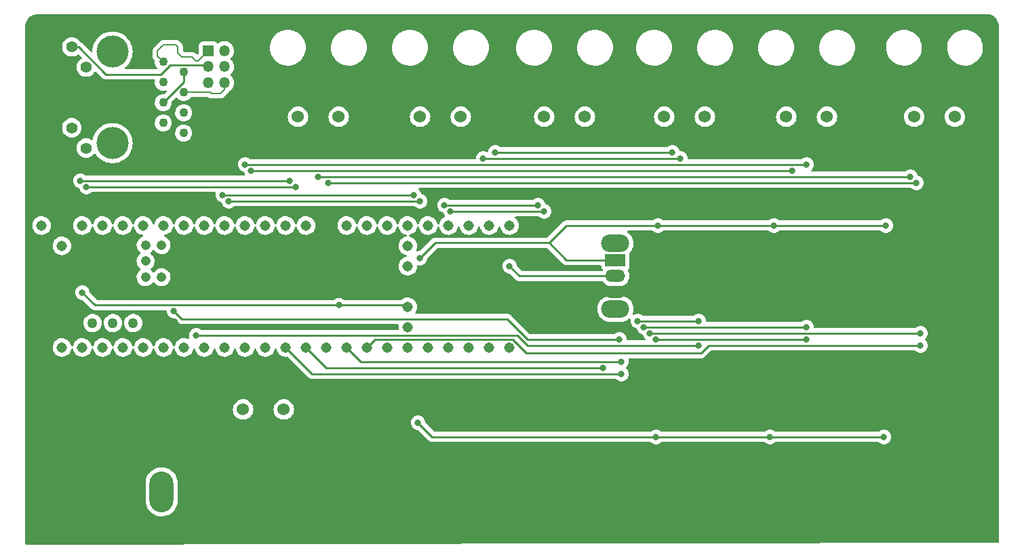
<source format=gbl>
G04 #@! TF.GenerationSoftware,KiCad,Pcbnew,(6.0.8)*
G04 #@! TF.CreationDate,2022-11-19T16:10:13-06:00*
G04 #@! TF.ProjectId,Driveboard_2023,44726976-6562-46f6-9172-645f32303233,rev?*
G04 #@! TF.SameCoordinates,Original*
G04 #@! TF.FileFunction,Copper,L2,Bot*
G04 #@! TF.FilePolarity,Positive*
%FSLAX46Y46*%
G04 Gerber Fmt 4.6, Leading zero omitted, Abs format (unit mm)*
G04 Created by KiCad (PCBNEW (6.0.8)) date 2022-11-19 16:10:13*
%MOMM*%
%LPD*%
G01*
G04 APERTURE LIST*
G04 #@! TA.AperFunction,ComponentPad*
%ADD10C,1.100000*%
G04 #@! TD*
G04 #@! TA.AperFunction,ComponentPad*
%ADD11C,1.400000*%
G04 #@! TD*
G04 #@! TA.AperFunction,ComponentPad*
%ADD12C,4.000000*%
G04 #@! TD*
G04 #@! TA.AperFunction,ComponentPad*
%ADD13C,2.000000*%
G04 #@! TD*
G04 #@! TA.AperFunction,ComponentPad*
%ADD14C,1.308000*%
G04 #@! TD*
G04 #@! TA.AperFunction,ComponentPad*
%ADD15C,1.258000*%
G04 #@! TD*
G04 #@! TA.AperFunction,ComponentPad*
%ADD16C,1.208000*%
G04 #@! TD*
G04 #@! TA.AperFunction,ComponentPad*
%ADD17O,3.500000X2.200000*%
G04 #@! TD*
G04 #@! TA.AperFunction,ComponentPad*
%ADD18R,2.500000X1.500000*%
G04 #@! TD*
G04 #@! TA.AperFunction,ComponentPad*
%ADD19O,2.500000X1.500000*%
G04 #@! TD*
G04 #@! TA.AperFunction,ComponentPad*
%ADD20C,1.524000*%
G04 #@! TD*
G04 #@! TA.AperFunction,ComponentPad*
%ADD21O,3.000000X5.100000*%
G04 #@! TD*
G04 #@! TA.AperFunction,ComponentPad*
%ADD22R,1.350000X1.350000*%
G04 #@! TD*
G04 #@! TA.AperFunction,ComponentPad*
%ADD23O,1.350000X1.350000*%
G04 #@! TD*
G04 #@! TA.AperFunction,ViaPad*
%ADD24C,0.800000*%
G04 #@! TD*
G04 #@! TA.AperFunction,Conductor*
%ADD25C,0.250000*%
G04 #@! TD*
G04 #@! TA.AperFunction,Conductor*
%ADD26C,0.200000*%
G04 #@! TD*
G04 APERTURE END LIST*
D10*
X150062500Y-42799000D03*
X152602500Y-44069000D03*
X150062500Y-45339000D03*
X152602500Y-46609000D03*
X150062500Y-47879000D03*
X152602500Y-49149000D03*
X150062500Y-50419000D03*
X152602500Y-51689000D03*
D11*
X138632500Y-40919000D03*
X140422500Y-43459000D03*
X138632500Y-51029000D03*
X140422500Y-53569000D03*
D12*
X143712500Y-41529000D03*
X143712500Y-52959000D03*
D13*
X146762500Y-39369000D03*
X146762500Y-55119000D03*
D14*
X137414000Y-78486000D03*
X139954000Y-78486000D03*
X142494000Y-78486000D03*
X145034000Y-78486000D03*
X170434000Y-78486000D03*
X139954000Y-63246000D03*
X180594000Y-73406000D03*
X147574000Y-78486000D03*
X150114000Y-78486000D03*
D15*
X141224000Y-75436000D03*
D14*
X152654000Y-78486000D03*
X155194000Y-78486000D03*
X157734000Y-78486000D03*
X160274000Y-78486000D03*
X162814000Y-78486000D03*
X165354000Y-78486000D03*
X167894000Y-78486000D03*
X167894000Y-63246000D03*
X165354000Y-63246000D03*
X162814000Y-63246000D03*
X160274000Y-63246000D03*
X157734000Y-63246000D03*
X155194000Y-63246000D03*
X152654000Y-63246000D03*
X150114000Y-63246000D03*
X147574000Y-63246000D03*
X145034000Y-63246000D03*
X142494000Y-63246000D03*
X172974000Y-78486000D03*
X175514000Y-78486000D03*
X178054000Y-78486000D03*
X180594000Y-78486000D03*
X183134000Y-78486000D03*
X185674000Y-78486000D03*
X188214000Y-78486000D03*
X190754000Y-78486000D03*
X193294000Y-78486000D03*
X193294000Y-63246000D03*
X190754000Y-63246000D03*
X188214000Y-63246000D03*
X185674000Y-63246000D03*
X183134000Y-63246000D03*
X180594000Y-63246000D03*
X178054000Y-63246000D03*
X175514000Y-63246000D03*
X172974000Y-63246000D03*
D15*
X146304000Y-75436000D03*
X143764000Y-75436000D03*
D14*
X134874000Y-78486000D03*
X170434000Y-63246000D03*
X137414000Y-63246000D03*
X180594000Y-70866000D03*
D16*
X149844000Y-67696000D03*
X147844000Y-67696000D03*
D14*
X180594000Y-65786000D03*
X180594000Y-68326000D03*
D16*
X147844000Y-65696000D03*
X149844000Y-65696000D03*
X149844000Y-69696000D03*
X147844000Y-69696000D03*
D15*
X148844000Y-75436000D03*
X151384000Y-75436000D03*
D14*
X180594000Y-75946000D03*
X134874000Y-63246000D03*
X137414000Y-65786000D03*
D17*
X206502000Y-65464000D03*
X206502000Y-73664000D03*
D18*
X206502000Y-67564000D03*
D19*
X206502000Y-69564000D03*
X206502000Y-71564000D03*
D20*
X160020000Y-86233000D03*
X162560000Y-86233000D03*
X165100000Y-86233000D03*
D21*
X149860000Y-88646000D03*
X149860000Y-96520000D03*
X149860000Y-96520000D03*
D22*
X155702000Y-41402000D03*
D23*
X157702000Y-41402000D03*
X155702000Y-43402000D03*
X157702000Y-43402000D03*
X155702000Y-45402000D03*
X157702000Y-45402000D03*
D20*
X248882500Y-49657000D03*
X246342500Y-49657000D03*
X243802500Y-49657000D03*
X217678000Y-49657000D03*
X215138000Y-49657000D03*
X212598000Y-49657000D03*
X202692000Y-49657000D03*
X200152000Y-49657000D03*
X197612000Y-49657000D03*
X171958000Y-49657000D03*
X169418000Y-49657000D03*
X166878000Y-49657000D03*
X187198000Y-49657000D03*
X184658000Y-49657000D03*
X182118000Y-49657000D03*
X232918000Y-49657000D03*
X230378000Y-49657000D03*
X227838000Y-49657000D03*
D24*
X240030000Y-89662000D03*
X211836000Y-63246000D03*
X211582000Y-89662000D03*
X171995000Y-73189000D03*
X181864000Y-87884000D03*
X240284000Y-63246000D03*
X226314000Y-63246000D03*
X182118000Y-67310000D03*
X225806000Y-89662000D03*
X139954000Y-71628000D03*
X182118000Y-60198000D03*
X158242000Y-60198000D03*
X181356000Y-59436000D03*
X157480000Y-59436000D03*
X166624000Y-58420000D03*
X140462000Y-58420000D03*
X139700000Y-57658000D03*
X165862000Y-57658000D03*
X189992000Y-54864000D03*
X214630000Y-54864000D03*
X191516000Y-54102000D03*
X213614000Y-54102000D03*
X197612000Y-61468000D03*
X185928000Y-61468000D03*
X196850000Y-60706000D03*
X185166000Y-60706000D03*
X244094000Y-57912000D03*
X170688000Y-57912000D03*
X243332000Y-57150000D03*
X169418000Y-57150000D03*
X160274000Y-55626000D03*
X230378000Y-55626000D03*
X161036000Y-56388000D03*
X228600000Y-56388000D03*
X154178000Y-76962000D03*
X216916000Y-78232000D03*
X230378000Y-77470000D03*
X211582000Y-77470000D03*
X207264000Y-81788000D03*
X244602000Y-78232000D03*
X216916000Y-75184000D03*
X207010000Y-77470000D03*
X209296000Y-75184000D03*
X151384000Y-73914000D03*
X230378000Y-75946000D03*
X204978000Y-81026000D03*
X210058000Y-75946000D03*
X207264000Y-80264000D03*
X210820000Y-76708000D03*
X244602000Y-76708000D03*
X193294000Y-68326000D03*
D25*
X183642000Y-89662000D02*
X211582000Y-89662000D01*
X226314000Y-63246000D02*
X240284000Y-63246000D01*
X200406000Y-67564000D02*
X198247000Y-65405000D01*
X211836000Y-63246000D02*
X226314000Y-63246000D01*
X180377000Y-73189000D02*
X180594000Y-73406000D01*
X184023000Y-65405000D02*
X182118000Y-67310000D01*
X139954000Y-71628000D02*
X141515000Y-73189000D01*
X181864000Y-87884000D02*
X183642000Y-89662000D01*
X198247000Y-65405000D02*
X200406000Y-63246000D01*
X225806000Y-89662000D02*
X240030000Y-89662000D01*
X200406000Y-63246000D02*
X211836000Y-63246000D01*
X198247000Y-65405000D02*
X184023000Y-65405000D01*
X171995000Y-73189000D02*
X180377000Y-73189000D01*
X206502000Y-67564000D02*
X200406000Y-67564000D01*
X211582000Y-89662000D02*
X225806000Y-89662000D01*
X141515000Y-73189000D02*
X171995000Y-73189000D01*
X152602500Y-44069000D02*
X152602500Y-45339000D01*
X152602500Y-45339000D02*
X150062500Y-47879000D01*
X155480000Y-43180000D02*
X150918937Y-43180000D01*
X150918937Y-43180000D02*
X149754915Y-44344022D01*
X139471000Y-40919000D02*
X138632500Y-40919000D01*
X155702000Y-43402000D02*
X155480000Y-43180000D01*
X149754915Y-44344022D02*
X142896022Y-44344022D01*
X142896022Y-44344022D02*
X139471000Y-40919000D01*
X182118000Y-60198000D02*
X158242000Y-60198000D01*
X181356000Y-59436000D02*
X157480000Y-59436000D01*
X166624000Y-58420000D02*
X140462000Y-58420000D01*
X165862000Y-57658000D02*
X139700000Y-57658000D01*
X214630000Y-54864000D02*
X189992000Y-54864000D01*
X213614000Y-54102000D02*
X192532000Y-54102000D01*
X192532000Y-54102000D02*
X191516000Y-54102000D01*
X197612000Y-61468000D02*
X185928000Y-61468000D01*
X196850000Y-60706000D02*
X185166000Y-60706000D01*
X244348000Y-57912000D02*
X170688000Y-57912000D01*
X243332000Y-57150000D02*
X169418000Y-57150000D01*
X230378000Y-55626000D02*
X170688000Y-55626000D01*
X170688000Y-55626000D02*
X160274000Y-55626000D01*
X171450000Y-56388000D02*
X161036000Y-56388000D01*
X228600000Y-56388000D02*
X171450000Y-56388000D01*
D26*
X154178000Y-42672000D02*
X153670000Y-42164000D01*
X151892000Y-40894000D02*
X151638000Y-40640000D01*
X152400000Y-42164000D02*
X151892000Y-41656000D01*
X153670000Y-42164000D02*
X152400000Y-42164000D01*
X151892000Y-41656000D02*
X151892000Y-40894000D01*
X154432000Y-42672000D02*
X154178000Y-42672000D01*
X149352000Y-42088500D02*
X150062500Y-42799000D01*
X150114000Y-40640000D02*
X149352000Y-41402000D01*
X149352000Y-41402000D02*
X149352000Y-42088500D01*
X151638000Y-40640000D02*
X150114000Y-40640000D01*
X155702000Y-41402000D02*
X154432000Y-42672000D01*
X157702000Y-45402000D02*
X157702000Y-46260000D01*
X155925000Y-46609000D02*
X152602500Y-46609000D01*
X156052000Y-46736000D02*
X155925000Y-46609000D01*
X157226000Y-46736000D02*
X156052000Y-46736000D01*
X157702000Y-46260000D02*
X157226000Y-46736000D01*
D25*
X195580000Y-78232000D02*
X194310000Y-76962000D01*
X216916000Y-78232000D02*
X195580000Y-78232000D01*
X194310000Y-76962000D02*
X154178000Y-76962000D01*
X230378000Y-77470000D02*
X211582000Y-77470000D01*
X207264000Y-81788000D02*
X168656000Y-81788000D01*
X168656000Y-81788000D02*
X165354000Y-78486000D01*
X217207000Y-79211000D02*
X195403516Y-79211000D01*
X195403516Y-79211000D02*
X193699516Y-77507000D01*
X218186000Y-78232000D02*
X217207000Y-79211000D01*
X244602000Y-78232000D02*
X218186000Y-78232000D01*
X193699516Y-77507000D02*
X176493000Y-77507000D01*
X176493000Y-77507000D02*
X175514000Y-78486000D01*
X244856000Y-78232000D02*
X244602000Y-78232000D01*
X216916000Y-75184000D02*
X209296000Y-75184000D01*
X195580000Y-77470000D02*
X193040000Y-74930000D01*
X152400000Y-74930000D02*
X151384000Y-73914000D01*
X207010000Y-77470000D02*
X195580000Y-77470000D01*
X193040000Y-74930000D02*
X152400000Y-74930000D01*
X205232000Y-81026000D02*
X170434000Y-81026000D01*
X170434000Y-81026000D02*
X167894000Y-78486000D01*
X230378000Y-75946000D02*
X210058000Y-75946000D01*
X207264000Y-80264000D02*
X174752000Y-80264000D01*
X174752000Y-80264000D02*
X172974000Y-78486000D01*
X244602000Y-76708000D02*
X210820000Y-76708000D01*
X206502000Y-69564000D02*
X194532000Y-69564000D01*
X194532000Y-69564000D02*
X193294000Y-68326000D01*
G04 #@! TA.AperFunction,Conductor*
G36*
X180404520Y-36828073D02*
G01*
X253052162Y-36830498D01*
X253077808Y-36833136D01*
X253251423Y-36869243D01*
X253268809Y-36874186D01*
X253363779Y-36908724D01*
X253459866Y-36943669D01*
X253476386Y-36951060D01*
X253655518Y-37047199D01*
X253670808Y-37056880D01*
X253826756Y-37172104D01*
X253834318Y-37177691D01*
X253848064Y-37189464D01*
X253992575Y-37332451D01*
X254004492Y-37346071D01*
X254040394Y-37393599D01*
X254127028Y-37508290D01*
X254136870Y-37523475D01*
X254172541Y-37588280D01*
X254234902Y-37701575D01*
X254242466Y-37718012D01*
X254313971Y-37908321D01*
X254319104Y-37925677D01*
X254362605Y-38124267D01*
X254365197Y-38142173D01*
X254370997Y-38222716D01*
X254377487Y-38312851D01*
X254376783Y-38329878D01*
X254376800Y-38329878D01*
X254376690Y-38338852D01*
X254375309Y-38347724D01*
X254376473Y-38356626D01*
X254376473Y-38356628D01*
X254379436Y-38379283D01*
X254380500Y-38395621D01*
X254380500Y-102748781D01*
X254360498Y-102816902D01*
X254306842Y-102863395D01*
X254254765Y-102874781D01*
X164667655Y-103062193D01*
X140342171Y-103113081D01*
X132968764Y-103128506D01*
X132900601Y-103108646D01*
X132853996Y-103055088D01*
X132842500Y-103002506D01*
X132842500Y-97640146D01*
X147851500Y-97640146D01*
X147866189Y-97850212D01*
X147924591Y-98124970D01*
X148020663Y-98388926D01*
X148152536Y-98636942D01*
X148155122Y-98640501D01*
X148155123Y-98640503D01*
X148237184Y-98753450D01*
X148317642Y-98864192D01*
X148512769Y-99066252D01*
X148734118Y-99239188D01*
X148737922Y-99241384D01*
X148737929Y-99241389D01*
X148935067Y-99355206D01*
X148977381Y-99379636D01*
X149237824Y-99484862D01*
X149242097Y-99485927D01*
X149242099Y-99485928D01*
X149506107Y-99551753D01*
X149506112Y-99551754D01*
X149510376Y-99552817D01*
X149514744Y-99553276D01*
X149514749Y-99553277D01*
X149785364Y-99581719D01*
X149785367Y-99581719D01*
X149789733Y-99582178D01*
X149794121Y-99582025D01*
X149794127Y-99582025D01*
X150066061Y-99572529D01*
X150066067Y-99572528D01*
X150070458Y-99572375D01*
X150074781Y-99571613D01*
X150074788Y-99571612D01*
X150250494Y-99540630D01*
X150347087Y-99523598D01*
X150614235Y-99436797D01*
X150618188Y-99434869D01*
X150618193Y-99434867D01*
X150731432Y-99379636D01*
X150866702Y-99313660D01*
X150870341Y-99311205D01*
X150870347Y-99311202D01*
X150981125Y-99236481D01*
X151099576Y-99156585D01*
X151308322Y-98968629D01*
X151488879Y-98753450D01*
X151637731Y-98515236D01*
X151751982Y-98258625D01*
X151829407Y-97988610D01*
X151868500Y-97710448D01*
X151868500Y-95399854D01*
X151853811Y-95189788D01*
X151795409Y-94915030D01*
X151699337Y-94651074D01*
X151567464Y-94403058D01*
X151485528Y-94290282D01*
X151404947Y-94179371D01*
X151404944Y-94179368D01*
X151402358Y-94175808D01*
X151207231Y-93973748D01*
X150985882Y-93800812D01*
X150982078Y-93798616D01*
X150982071Y-93798611D01*
X150746431Y-93662565D01*
X150742619Y-93660364D01*
X150482176Y-93555138D01*
X150477901Y-93554072D01*
X150213893Y-93488247D01*
X150213888Y-93488246D01*
X150209624Y-93487183D01*
X150205256Y-93486724D01*
X150205251Y-93486723D01*
X149934636Y-93458281D01*
X149934633Y-93458281D01*
X149930267Y-93457822D01*
X149925879Y-93457975D01*
X149925873Y-93457975D01*
X149653939Y-93467471D01*
X149653933Y-93467472D01*
X149649542Y-93467625D01*
X149645219Y-93468387D01*
X149645212Y-93468388D01*
X149469506Y-93499370D01*
X149372913Y-93516402D01*
X149105765Y-93603203D01*
X149101812Y-93605131D01*
X149101807Y-93605133D01*
X148991947Y-93658716D01*
X148853298Y-93726340D01*
X148849659Y-93728795D01*
X148849653Y-93728798D01*
X148746151Y-93798611D01*
X148620424Y-93883415D01*
X148411678Y-94071371D01*
X148231121Y-94286550D01*
X148082269Y-94524764D01*
X147968018Y-94781375D01*
X147890593Y-95051390D01*
X147851500Y-95329552D01*
X147851500Y-97640146D01*
X132842500Y-97640146D01*
X132842500Y-87884000D01*
X180950496Y-87884000D01*
X180970458Y-88073928D01*
X181029473Y-88255556D01*
X181124960Y-88420944D01*
X181252747Y-88562866D01*
X181407248Y-88675118D01*
X181413276Y-88677802D01*
X181413278Y-88677803D01*
X181575681Y-88750109D01*
X181581712Y-88752794D01*
X181675112Y-88772647D01*
X181762056Y-88791128D01*
X181762061Y-88791128D01*
X181768513Y-88792500D01*
X181824406Y-88792500D01*
X181892527Y-88812502D01*
X181913501Y-88829405D01*
X183138343Y-90054247D01*
X183145887Y-90062537D01*
X183150000Y-90069018D01*
X183155777Y-90074443D01*
X183199667Y-90115658D01*
X183202509Y-90118413D01*
X183222231Y-90138135D01*
X183225373Y-90140572D01*
X183225433Y-90140619D01*
X183234445Y-90148317D01*
X183260036Y-90172347D01*
X183266679Y-90178586D01*
X183273622Y-90182403D01*
X183284431Y-90188345D01*
X183300953Y-90199198D01*
X183316959Y-90211614D01*
X183324237Y-90214764D01*
X183324238Y-90214764D01*
X183357537Y-90229174D01*
X183368187Y-90234391D01*
X183406940Y-90255695D01*
X183414615Y-90257666D01*
X183414616Y-90257666D01*
X183426562Y-90260733D01*
X183445267Y-90267137D01*
X183463855Y-90275181D01*
X183471678Y-90276420D01*
X183471688Y-90276423D01*
X183507524Y-90282099D01*
X183519144Y-90284505D01*
X183554289Y-90293528D01*
X183561970Y-90295500D01*
X183582224Y-90295500D01*
X183601934Y-90297051D01*
X183621943Y-90300220D01*
X183629835Y-90299474D01*
X183665961Y-90296059D01*
X183677819Y-90295500D01*
X210873800Y-90295500D01*
X210941921Y-90315502D01*
X210961147Y-90331843D01*
X210961420Y-90331540D01*
X210966332Y-90335963D01*
X210970747Y-90340866D01*
X211125248Y-90453118D01*
X211131276Y-90455802D01*
X211131278Y-90455803D01*
X211293681Y-90528109D01*
X211299712Y-90530794D01*
X211393113Y-90550647D01*
X211480056Y-90569128D01*
X211480061Y-90569128D01*
X211486513Y-90570500D01*
X211677487Y-90570500D01*
X211683939Y-90569128D01*
X211683944Y-90569128D01*
X211770887Y-90550647D01*
X211864288Y-90530794D01*
X211870319Y-90528109D01*
X212032722Y-90455803D01*
X212032724Y-90455802D01*
X212038752Y-90453118D01*
X212193253Y-90340866D01*
X212197668Y-90335963D01*
X212202580Y-90331540D01*
X212203705Y-90332789D01*
X212257014Y-90299949D01*
X212290200Y-90295500D01*
X225097800Y-90295500D01*
X225165921Y-90315502D01*
X225185147Y-90331843D01*
X225185420Y-90331540D01*
X225190332Y-90335963D01*
X225194747Y-90340866D01*
X225349248Y-90453118D01*
X225355276Y-90455802D01*
X225355278Y-90455803D01*
X225517681Y-90528109D01*
X225523712Y-90530794D01*
X225617113Y-90550647D01*
X225704056Y-90569128D01*
X225704061Y-90569128D01*
X225710513Y-90570500D01*
X225901487Y-90570500D01*
X225907939Y-90569128D01*
X225907944Y-90569128D01*
X225994887Y-90550647D01*
X226088288Y-90530794D01*
X226094319Y-90528109D01*
X226256722Y-90455803D01*
X226256724Y-90455802D01*
X226262752Y-90453118D01*
X226417253Y-90340866D01*
X226421668Y-90335963D01*
X226426580Y-90331540D01*
X226427705Y-90332789D01*
X226481014Y-90299949D01*
X226514200Y-90295500D01*
X239321800Y-90295500D01*
X239389921Y-90315502D01*
X239409147Y-90331843D01*
X239409420Y-90331540D01*
X239414332Y-90335963D01*
X239418747Y-90340866D01*
X239573248Y-90453118D01*
X239579276Y-90455802D01*
X239579278Y-90455803D01*
X239741681Y-90528109D01*
X239747712Y-90530794D01*
X239841113Y-90550647D01*
X239928056Y-90569128D01*
X239928061Y-90569128D01*
X239934513Y-90570500D01*
X240125487Y-90570500D01*
X240131939Y-90569128D01*
X240131944Y-90569128D01*
X240218887Y-90550647D01*
X240312288Y-90530794D01*
X240318319Y-90528109D01*
X240480722Y-90455803D01*
X240480724Y-90455802D01*
X240486752Y-90453118D01*
X240641253Y-90340866D01*
X240678095Y-90299949D01*
X240764621Y-90203852D01*
X240764622Y-90203851D01*
X240769040Y-90198944D01*
X240844053Y-90069018D01*
X240861223Y-90039279D01*
X240861224Y-90039278D01*
X240864527Y-90033556D01*
X240923542Y-89851928D01*
X240943504Y-89662000D01*
X240923542Y-89472072D01*
X240864527Y-89290444D01*
X240769040Y-89125056D01*
X240641253Y-88983134D01*
X240486752Y-88870882D01*
X240480724Y-88868198D01*
X240480722Y-88868197D01*
X240318319Y-88795891D01*
X240318318Y-88795891D01*
X240312288Y-88793206D01*
X240218887Y-88773353D01*
X240131944Y-88754872D01*
X240131939Y-88754872D01*
X240125487Y-88753500D01*
X239934513Y-88753500D01*
X239928061Y-88754872D01*
X239928056Y-88754872D01*
X239841113Y-88773353D01*
X239747712Y-88793206D01*
X239741682Y-88795891D01*
X239741681Y-88795891D01*
X239579278Y-88868197D01*
X239579276Y-88868198D01*
X239573248Y-88870882D01*
X239418747Y-88983134D01*
X239414332Y-88988037D01*
X239409420Y-88992460D01*
X239408295Y-88991211D01*
X239354986Y-89024051D01*
X239321800Y-89028500D01*
X226514200Y-89028500D01*
X226446079Y-89008498D01*
X226426853Y-88992157D01*
X226426580Y-88992460D01*
X226421668Y-88988037D01*
X226417253Y-88983134D01*
X226262752Y-88870882D01*
X226256724Y-88868198D01*
X226256722Y-88868197D01*
X226094319Y-88795891D01*
X226094318Y-88795891D01*
X226088288Y-88793206D01*
X225994887Y-88773353D01*
X225907944Y-88754872D01*
X225907939Y-88754872D01*
X225901487Y-88753500D01*
X225710513Y-88753500D01*
X225704061Y-88754872D01*
X225704056Y-88754872D01*
X225617113Y-88773353D01*
X225523712Y-88793206D01*
X225517682Y-88795891D01*
X225517681Y-88795891D01*
X225355278Y-88868197D01*
X225355276Y-88868198D01*
X225349248Y-88870882D01*
X225194747Y-88983134D01*
X225190332Y-88988037D01*
X225185420Y-88992460D01*
X225184295Y-88991211D01*
X225130986Y-89024051D01*
X225097800Y-89028500D01*
X212290200Y-89028500D01*
X212222079Y-89008498D01*
X212202853Y-88992157D01*
X212202580Y-88992460D01*
X212197668Y-88988037D01*
X212193253Y-88983134D01*
X212038752Y-88870882D01*
X212032724Y-88868198D01*
X212032722Y-88868197D01*
X211870319Y-88795891D01*
X211870318Y-88795891D01*
X211864288Y-88793206D01*
X211770887Y-88773353D01*
X211683944Y-88754872D01*
X211683939Y-88754872D01*
X211677487Y-88753500D01*
X211486513Y-88753500D01*
X211480061Y-88754872D01*
X211480056Y-88754872D01*
X211393113Y-88773353D01*
X211299712Y-88793206D01*
X211293682Y-88795891D01*
X211293681Y-88795891D01*
X211131278Y-88868197D01*
X211131276Y-88868198D01*
X211125248Y-88870882D01*
X210970747Y-88983134D01*
X210966332Y-88988037D01*
X210961420Y-88992460D01*
X210960295Y-88991211D01*
X210906986Y-89024051D01*
X210873800Y-89028500D01*
X183956594Y-89028500D01*
X183888473Y-89008498D01*
X183867499Y-88991595D01*
X182811122Y-87935217D01*
X182777096Y-87872905D01*
X182774907Y-87859292D01*
X182758232Y-87700635D01*
X182758232Y-87700633D01*
X182757542Y-87694072D01*
X182698527Y-87512444D01*
X182685256Y-87489457D01*
X182606341Y-87352774D01*
X182603040Y-87347056D01*
X182591583Y-87334331D01*
X182479675Y-87210045D01*
X182479674Y-87210044D01*
X182475253Y-87205134D01*
X182320752Y-87092882D01*
X182314724Y-87090198D01*
X182314722Y-87090197D01*
X182152319Y-87017891D01*
X182152318Y-87017891D01*
X182146288Y-87015206D01*
X182052887Y-86995353D01*
X181965944Y-86976872D01*
X181965939Y-86976872D01*
X181959487Y-86975500D01*
X181768513Y-86975500D01*
X181762061Y-86976872D01*
X181762056Y-86976872D01*
X181675113Y-86995353D01*
X181581712Y-87015206D01*
X181575682Y-87017891D01*
X181575681Y-87017891D01*
X181413278Y-87090197D01*
X181413276Y-87090198D01*
X181407248Y-87092882D01*
X181252747Y-87205134D01*
X181248326Y-87210044D01*
X181248325Y-87210045D01*
X181136418Y-87334331D01*
X181124960Y-87347056D01*
X181121659Y-87352774D01*
X181042745Y-87489457D01*
X181029473Y-87512444D01*
X180970458Y-87694072D01*
X180950496Y-87884000D01*
X132842500Y-87884000D01*
X132842500Y-86233000D01*
X158744647Y-86233000D01*
X158764022Y-86454463D01*
X158821560Y-86669196D01*
X158823882Y-86674177D01*
X158823883Y-86674178D01*
X158913186Y-86865689D01*
X158913189Y-86865694D01*
X158915512Y-86870676D01*
X158918668Y-86875183D01*
X158918669Y-86875185D01*
X159018593Y-87017891D01*
X159043023Y-87052781D01*
X159200219Y-87209977D01*
X159204727Y-87213134D01*
X159204730Y-87213136D01*
X159280495Y-87266187D01*
X159382323Y-87337488D01*
X159387305Y-87339811D01*
X159387310Y-87339814D01*
X159578822Y-87429117D01*
X159583804Y-87431440D01*
X159589112Y-87432862D01*
X159589114Y-87432863D01*
X159654949Y-87450503D01*
X159798537Y-87488978D01*
X160020000Y-87508353D01*
X160241463Y-87488978D01*
X160385051Y-87450503D01*
X160450886Y-87432863D01*
X160450888Y-87432862D01*
X160456196Y-87431440D01*
X160461178Y-87429117D01*
X160652690Y-87339814D01*
X160652695Y-87339811D01*
X160657677Y-87337488D01*
X160759505Y-87266187D01*
X160835270Y-87213136D01*
X160835273Y-87213134D01*
X160839781Y-87209977D01*
X160996977Y-87052781D01*
X161021408Y-87017891D01*
X161121331Y-86875185D01*
X161121332Y-86875183D01*
X161124488Y-86870676D01*
X161126811Y-86865694D01*
X161126814Y-86865689D01*
X161216117Y-86674178D01*
X161216118Y-86674177D01*
X161218440Y-86669196D01*
X161275978Y-86454463D01*
X161295353Y-86233000D01*
X163824647Y-86233000D01*
X163844022Y-86454463D01*
X163901560Y-86669196D01*
X163903882Y-86674177D01*
X163903883Y-86674178D01*
X163993186Y-86865689D01*
X163993189Y-86865694D01*
X163995512Y-86870676D01*
X163998668Y-86875183D01*
X163998669Y-86875185D01*
X164098593Y-87017891D01*
X164123023Y-87052781D01*
X164280219Y-87209977D01*
X164284727Y-87213134D01*
X164284730Y-87213136D01*
X164360495Y-87266187D01*
X164462323Y-87337488D01*
X164467305Y-87339811D01*
X164467310Y-87339814D01*
X164658822Y-87429117D01*
X164663804Y-87431440D01*
X164669112Y-87432862D01*
X164669114Y-87432863D01*
X164734949Y-87450503D01*
X164878537Y-87488978D01*
X165100000Y-87508353D01*
X165321463Y-87488978D01*
X165465051Y-87450503D01*
X165530886Y-87432863D01*
X165530888Y-87432862D01*
X165536196Y-87431440D01*
X165541178Y-87429117D01*
X165732690Y-87339814D01*
X165732695Y-87339811D01*
X165737677Y-87337488D01*
X165839505Y-87266187D01*
X165915270Y-87213136D01*
X165915273Y-87213134D01*
X165919781Y-87209977D01*
X166076977Y-87052781D01*
X166101408Y-87017891D01*
X166201331Y-86875185D01*
X166201332Y-86875183D01*
X166204488Y-86870676D01*
X166206811Y-86865694D01*
X166206814Y-86865689D01*
X166296117Y-86674178D01*
X166296118Y-86674177D01*
X166298440Y-86669196D01*
X166355978Y-86454463D01*
X166375353Y-86233000D01*
X166355978Y-86011537D01*
X166298440Y-85796804D01*
X166296117Y-85791822D01*
X166206814Y-85600311D01*
X166206811Y-85600306D01*
X166204488Y-85595324D01*
X166076977Y-85413219D01*
X165919781Y-85256023D01*
X165915273Y-85252866D01*
X165915270Y-85252864D01*
X165839505Y-85199813D01*
X165737677Y-85128512D01*
X165732695Y-85126189D01*
X165732690Y-85126186D01*
X165541178Y-85036883D01*
X165541177Y-85036882D01*
X165536196Y-85034560D01*
X165530888Y-85033138D01*
X165530886Y-85033137D01*
X165465051Y-85015497D01*
X165321463Y-84977022D01*
X165100000Y-84957647D01*
X164878537Y-84977022D01*
X164734949Y-85015497D01*
X164669114Y-85033137D01*
X164669112Y-85033138D01*
X164663804Y-85034560D01*
X164658823Y-85036882D01*
X164658822Y-85036883D01*
X164467311Y-85126186D01*
X164467306Y-85126189D01*
X164462324Y-85128512D01*
X164457817Y-85131668D01*
X164457815Y-85131669D01*
X164284730Y-85252864D01*
X164284727Y-85252866D01*
X164280219Y-85256023D01*
X164123023Y-85413219D01*
X163995512Y-85595324D01*
X163993189Y-85600306D01*
X163993186Y-85600311D01*
X163903883Y-85791822D01*
X163901560Y-85796804D01*
X163844022Y-86011537D01*
X163824647Y-86233000D01*
X161295353Y-86233000D01*
X161275978Y-86011537D01*
X161218440Y-85796804D01*
X161216117Y-85791822D01*
X161126814Y-85600311D01*
X161126811Y-85600306D01*
X161124488Y-85595324D01*
X160996977Y-85413219D01*
X160839781Y-85256023D01*
X160835273Y-85252866D01*
X160835270Y-85252864D01*
X160759505Y-85199813D01*
X160657677Y-85128512D01*
X160652695Y-85126189D01*
X160652690Y-85126186D01*
X160461178Y-85036883D01*
X160461177Y-85036882D01*
X160456196Y-85034560D01*
X160450888Y-85033138D01*
X160450886Y-85033137D01*
X160385051Y-85015497D01*
X160241463Y-84977022D01*
X160020000Y-84957647D01*
X159798537Y-84977022D01*
X159654949Y-85015497D01*
X159589114Y-85033137D01*
X159589112Y-85033138D01*
X159583804Y-85034560D01*
X159578823Y-85036882D01*
X159578822Y-85036883D01*
X159387311Y-85126186D01*
X159387306Y-85126189D01*
X159382324Y-85128512D01*
X159377817Y-85131668D01*
X159377815Y-85131669D01*
X159204730Y-85252864D01*
X159204727Y-85252866D01*
X159200219Y-85256023D01*
X159043023Y-85413219D01*
X158915512Y-85595324D01*
X158913189Y-85600306D01*
X158913186Y-85600311D01*
X158823883Y-85791822D01*
X158821560Y-85796804D01*
X158764022Y-86011537D01*
X158744647Y-86233000D01*
X132842500Y-86233000D01*
X132842500Y-78455439D01*
X136246920Y-78455439D01*
X136260894Y-78668634D01*
X136313485Y-78875713D01*
X136402933Y-79069740D01*
X136526241Y-79244218D01*
X136679281Y-79393302D01*
X136684084Y-79396512D01*
X136684085Y-79396512D01*
X136722213Y-79421988D01*
X136856927Y-79512001D01*
X136862230Y-79514279D01*
X136862233Y-79514281D01*
X136961297Y-79556842D01*
X137053229Y-79596339D01*
X137149035Y-79618018D01*
X137255977Y-79642217D01*
X137255980Y-79642217D01*
X137261613Y-79643492D01*
X137267384Y-79643719D01*
X137267386Y-79643719D01*
X137332363Y-79646272D01*
X137475101Y-79651880D01*
X137601030Y-79633621D01*
X137680829Y-79622051D01*
X137680834Y-79622050D01*
X137686543Y-79621222D01*
X137692007Y-79619367D01*
X137692012Y-79619366D01*
X137883389Y-79554402D01*
X137888857Y-79552546D01*
X138075268Y-79448151D01*
X138239533Y-79311533D01*
X138376151Y-79147268D01*
X138480546Y-78960857D01*
X138500681Y-78901540D01*
X138547366Y-78764012D01*
X138547367Y-78764007D01*
X138549222Y-78758543D01*
X138558090Y-78697379D01*
X138587660Y-78632835D01*
X138647431Y-78594522D01*
X138718428Y-78594606D01*
X138778108Y-78633061D01*
X138804909Y-78684445D01*
X138823728Y-78758543D01*
X138853485Y-78875713D01*
X138942933Y-79069740D01*
X139066241Y-79244218D01*
X139219281Y-79393302D01*
X139224084Y-79396512D01*
X139224085Y-79396512D01*
X139262213Y-79421988D01*
X139396927Y-79512001D01*
X139402230Y-79514279D01*
X139402233Y-79514281D01*
X139501297Y-79556842D01*
X139593229Y-79596339D01*
X139689035Y-79618018D01*
X139795977Y-79642217D01*
X139795980Y-79642217D01*
X139801613Y-79643492D01*
X139807384Y-79643719D01*
X139807386Y-79643719D01*
X139872363Y-79646272D01*
X140015101Y-79651880D01*
X140141030Y-79633621D01*
X140220829Y-79622051D01*
X140220834Y-79622050D01*
X140226543Y-79621222D01*
X140232007Y-79619367D01*
X140232012Y-79619366D01*
X140423389Y-79554402D01*
X140428857Y-79552546D01*
X140615268Y-79448151D01*
X140779533Y-79311533D01*
X140916151Y-79147268D01*
X141020546Y-78960857D01*
X141040681Y-78901540D01*
X141087366Y-78764012D01*
X141087367Y-78764007D01*
X141089222Y-78758543D01*
X141098090Y-78697379D01*
X141127660Y-78632835D01*
X141187431Y-78594522D01*
X141258428Y-78594606D01*
X141318108Y-78633061D01*
X141344909Y-78684445D01*
X141363728Y-78758543D01*
X141393485Y-78875713D01*
X141482933Y-79069740D01*
X141606241Y-79244218D01*
X141759281Y-79393302D01*
X141764084Y-79396512D01*
X141764085Y-79396512D01*
X141802213Y-79421988D01*
X141936927Y-79512001D01*
X141942230Y-79514279D01*
X141942233Y-79514281D01*
X142041297Y-79556842D01*
X142133229Y-79596339D01*
X142229035Y-79618018D01*
X142335977Y-79642217D01*
X142335980Y-79642217D01*
X142341613Y-79643492D01*
X142347384Y-79643719D01*
X142347386Y-79643719D01*
X142412363Y-79646272D01*
X142555101Y-79651880D01*
X142681030Y-79633621D01*
X142760829Y-79622051D01*
X142760834Y-79622050D01*
X142766543Y-79621222D01*
X142772007Y-79619367D01*
X142772012Y-79619366D01*
X142963389Y-79554402D01*
X142968857Y-79552546D01*
X143155268Y-79448151D01*
X143319533Y-79311533D01*
X143456151Y-79147268D01*
X143560546Y-78960857D01*
X143580681Y-78901540D01*
X143627366Y-78764012D01*
X143627367Y-78764007D01*
X143629222Y-78758543D01*
X143638090Y-78697379D01*
X143667660Y-78632835D01*
X143727431Y-78594522D01*
X143798428Y-78594606D01*
X143858108Y-78633061D01*
X143884909Y-78684445D01*
X143903728Y-78758543D01*
X143933485Y-78875713D01*
X144022933Y-79069740D01*
X144146241Y-79244218D01*
X144299281Y-79393302D01*
X144304084Y-79396512D01*
X144304085Y-79396512D01*
X144342213Y-79421988D01*
X144476927Y-79512001D01*
X144482230Y-79514279D01*
X144482233Y-79514281D01*
X144581297Y-79556842D01*
X144673229Y-79596339D01*
X144769035Y-79618018D01*
X144875977Y-79642217D01*
X144875980Y-79642217D01*
X144881613Y-79643492D01*
X144887384Y-79643719D01*
X144887386Y-79643719D01*
X144952363Y-79646272D01*
X145095101Y-79651880D01*
X145221030Y-79633621D01*
X145300829Y-79622051D01*
X145300834Y-79622050D01*
X145306543Y-79621222D01*
X145312007Y-79619367D01*
X145312012Y-79619366D01*
X145503389Y-79554402D01*
X145508857Y-79552546D01*
X145695268Y-79448151D01*
X145859533Y-79311533D01*
X145996151Y-79147268D01*
X146100546Y-78960857D01*
X146120681Y-78901540D01*
X146167366Y-78764012D01*
X146167367Y-78764007D01*
X146169222Y-78758543D01*
X146178090Y-78697379D01*
X146207660Y-78632835D01*
X146267431Y-78594522D01*
X146338428Y-78594606D01*
X146398108Y-78633061D01*
X146424909Y-78684445D01*
X146443728Y-78758543D01*
X146473485Y-78875713D01*
X146562933Y-79069740D01*
X146686241Y-79244218D01*
X146839281Y-79393302D01*
X146844084Y-79396512D01*
X146844085Y-79396512D01*
X146882213Y-79421988D01*
X147016927Y-79512001D01*
X147022230Y-79514279D01*
X147022233Y-79514281D01*
X147121297Y-79556842D01*
X147213229Y-79596339D01*
X147309035Y-79618018D01*
X147415977Y-79642217D01*
X147415980Y-79642217D01*
X147421613Y-79643492D01*
X147427384Y-79643719D01*
X147427386Y-79643719D01*
X147492363Y-79646272D01*
X147635101Y-79651880D01*
X147761030Y-79633621D01*
X147840829Y-79622051D01*
X147840834Y-79622050D01*
X147846543Y-79621222D01*
X147852007Y-79619367D01*
X147852012Y-79619366D01*
X148043389Y-79554402D01*
X148048857Y-79552546D01*
X148235268Y-79448151D01*
X148399533Y-79311533D01*
X148536151Y-79147268D01*
X148640546Y-78960857D01*
X148660681Y-78901540D01*
X148707366Y-78764012D01*
X148707367Y-78764007D01*
X148709222Y-78758543D01*
X148718090Y-78697379D01*
X148747660Y-78632835D01*
X148807431Y-78594522D01*
X148878428Y-78594606D01*
X148938108Y-78633061D01*
X148964909Y-78684445D01*
X148983728Y-78758543D01*
X149013485Y-78875713D01*
X149102933Y-79069740D01*
X149226241Y-79244218D01*
X149379281Y-79393302D01*
X149384084Y-79396512D01*
X149384085Y-79396512D01*
X149422213Y-79421988D01*
X149556927Y-79512001D01*
X149562230Y-79514279D01*
X149562233Y-79514281D01*
X149661297Y-79556842D01*
X149753229Y-79596339D01*
X149849035Y-79618018D01*
X149955977Y-79642217D01*
X149955980Y-79642217D01*
X149961613Y-79643492D01*
X149967384Y-79643719D01*
X149967386Y-79643719D01*
X150032363Y-79646272D01*
X150175101Y-79651880D01*
X150301030Y-79633621D01*
X150380829Y-79622051D01*
X150380834Y-79622050D01*
X150386543Y-79621222D01*
X150392007Y-79619367D01*
X150392012Y-79619366D01*
X150583389Y-79554402D01*
X150588857Y-79552546D01*
X150775268Y-79448151D01*
X150939533Y-79311533D01*
X151076151Y-79147268D01*
X151180546Y-78960857D01*
X151200681Y-78901540D01*
X151247366Y-78764012D01*
X151247367Y-78764007D01*
X151249222Y-78758543D01*
X151258090Y-78697379D01*
X151287660Y-78632835D01*
X151347431Y-78594522D01*
X151418428Y-78594606D01*
X151478108Y-78633061D01*
X151504909Y-78684445D01*
X151523728Y-78758543D01*
X151553485Y-78875713D01*
X151642933Y-79069740D01*
X151766241Y-79244218D01*
X151919281Y-79393302D01*
X151924084Y-79396512D01*
X151924085Y-79396512D01*
X151962213Y-79421988D01*
X152096927Y-79512001D01*
X152102230Y-79514279D01*
X152102233Y-79514281D01*
X152201297Y-79556842D01*
X152293229Y-79596339D01*
X152389035Y-79618018D01*
X152495977Y-79642217D01*
X152495980Y-79642217D01*
X152501613Y-79643492D01*
X152507384Y-79643719D01*
X152507386Y-79643719D01*
X152572363Y-79646272D01*
X152715101Y-79651880D01*
X152841030Y-79633621D01*
X152920829Y-79622051D01*
X152920834Y-79622050D01*
X152926543Y-79621222D01*
X152932007Y-79619367D01*
X152932012Y-79619366D01*
X153123389Y-79554402D01*
X153128857Y-79552546D01*
X153315268Y-79448151D01*
X153479533Y-79311533D01*
X153616151Y-79147268D01*
X153720546Y-78960857D01*
X153740681Y-78901540D01*
X153787366Y-78764012D01*
X153787367Y-78764007D01*
X153789222Y-78758543D01*
X153798090Y-78697379D01*
X153827660Y-78632835D01*
X153887431Y-78594522D01*
X153958428Y-78594606D01*
X154018108Y-78633061D01*
X154044909Y-78684445D01*
X154063728Y-78758543D01*
X154093485Y-78875713D01*
X154182933Y-79069740D01*
X154306241Y-79244218D01*
X154459281Y-79393302D01*
X154464084Y-79396512D01*
X154464085Y-79396512D01*
X154502213Y-79421988D01*
X154636927Y-79512001D01*
X154642230Y-79514279D01*
X154642233Y-79514281D01*
X154741297Y-79556842D01*
X154833229Y-79596339D01*
X154929035Y-79618018D01*
X155035977Y-79642217D01*
X155035980Y-79642217D01*
X155041613Y-79643492D01*
X155047384Y-79643719D01*
X155047386Y-79643719D01*
X155112363Y-79646272D01*
X155255101Y-79651880D01*
X155381030Y-79633621D01*
X155460829Y-79622051D01*
X155460834Y-79622050D01*
X155466543Y-79621222D01*
X155472007Y-79619367D01*
X155472012Y-79619366D01*
X155663389Y-79554402D01*
X155668857Y-79552546D01*
X155855268Y-79448151D01*
X156019533Y-79311533D01*
X156156151Y-79147268D01*
X156260546Y-78960857D01*
X156280681Y-78901540D01*
X156327366Y-78764012D01*
X156327367Y-78764007D01*
X156329222Y-78758543D01*
X156338090Y-78697379D01*
X156367660Y-78632835D01*
X156427431Y-78594522D01*
X156498428Y-78594606D01*
X156558108Y-78633061D01*
X156584909Y-78684445D01*
X156603728Y-78758543D01*
X156633485Y-78875713D01*
X156722933Y-79069740D01*
X156846241Y-79244218D01*
X156999281Y-79393302D01*
X157004084Y-79396512D01*
X157004085Y-79396512D01*
X157042213Y-79421988D01*
X157176927Y-79512001D01*
X157182230Y-79514279D01*
X157182233Y-79514281D01*
X157281297Y-79556842D01*
X157373229Y-79596339D01*
X157469035Y-79618018D01*
X157575977Y-79642217D01*
X157575980Y-79642217D01*
X157581613Y-79643492D01*
X157587384Y-79643719D01*
X157587386Y-79643719D01*
X157652363Y-79646272D01*
X157795101Y-79651880D01*
X157921030Y-79633621D01*
X158000829Y-79622051D01*
X158000834Y-79622050D01*
X158006543Y-79621222D01*
X158012007Y-79619367D01*
X158012012Y-79619366D01*
X158203389Y-79554402D01*
X158208857Y-79552546D01*
X158395268Y-79448151D01*
X158559533Y-79311533D01*
X158696151Y-79147268D01*
X158800546Y-78960857D01*
X158820681Y-78901540D01*
X158867366Y-78764012D01*
X158867367Y-78764007D01*
X158869222Y-78758543D01*
X158878090Y-78697379D01*
X158907660Y-78632835D01*
X158967431Y-78594522D01*
X159038428Y-78594606D01*
X159098108Y-78633061D01*
X159124909Y-78684445D01*
X159143728Y-78758543D01*
X159173485Y-78875713D01*
X159262933Y-79069740D01*
X159386241Y-79244218D01*
X159539281Y-79393302D01*
X159544084Y-79396512D01*
X159544085Y-79396512D01*
X159582213Y-79421988D01*
X159716927Y-79512001D01*
X159722230Y-79514279D01*
X159722233Y-79514281D01*
X159821297Y-79556842D01*
X159913229Y-79596339D01*
X160009035Y-79618018D01*
X160115977Y-79642217D01*
X160115980Y-79642217D01*
X160121613Y-79643492D01*
X160127384Y-79643719D01*
X160127386Y-79643719D01*
X160192363Y-79646272D01*
X160335101Y-79651880D01*
X160461030Y-79633621D01*
X160540829Y-79622051D01*
X160540834Y-79622050D01*
X160546543Y-79621222D01*
X160552007Y-79619367D01*
X160552012Y-79619366D01*
X160743389Y-79554402D01*
X160748857Y-79552546D01*
X160935268Y-79448151D01*
X161099533Y-79311533D01*
X161236151Y-79147268D01*
X161340546Y-78960857D01*
X161360681Y-78901540D01*
X161407366Y-78764012D01*
X161407367Y-78764007D01*
X161409222Y-78758543D01*
X161418090Y-78697379D01*
X161447660Y-78632835D01*
X161507431Y-78594522D01*
X161578428Y-78594606D01*
X161638108Y-78633061D01*
X161664909Y-78684445D01*
X161683728Y-78758543D01*
X161713485Y-78875713D01*
X161802933Y-79069740D01*
X161926241Y-79244218D01*
X162079281Y-79393302D01*
X162084084Y-79396512D01*
X162084085Y-79396512D01*
X162122213Y-79421988D01*
X162256927Y-79512001D01*
X162262230Y-79514279D01*
X162262233Y-79514281D01*
X162361297Y-79556842D01*
X162453229Y-79596339D01*
X162549035Y-79618018D01*
X162655977Y-79642217D01*
X162655980Y-79642217D01*
X162661613Y-79643492D01*
X162667384Y-79643719D01*
X162667386Y-79643719D01*
X162732363Y-79646272D01*
X162875101Y-79651880D01*
X163001030Y-79633621D01*
X163080829Y-79622051D01*
X163080834Y-79622050D01*
X163086543Y-79621222D01*
X163092007Y-79619367D01*
X163092012Y-79619366D01*
X163283389Y-79554402D01*
X163288857Y-79552546D01*
X163475268Y-79448151D01*
X163639533Y-79311533D01*
X163776151Y-79147268D01*
X163880546Y-78960857D01*
X163900681Y-78901540D01*
X163947366Y-78764012D01*
X163947367Y-78764007D01*
X163949222Y-78758543D01*
X163958090Y-78697379D01*
X163987660Y-78632835D01*
X164047431Y-78594522D01*
X164118428Y-78594606D01*
X164178108Y-78633061D01*
X164204909Y-78684445D01*
X164223728Y-78758543D01*
X164253485Y-78875713D01*
X164342933Y-79069740D01*
X164466241Y-79244218D01*
X164619281Y-79393302D01*
X164624084Y-79396512D01*
X164624085Y-79396512D01*
X164662213Y-79421988D01*
X164796927Y-79512001D01*
X164802230Y-79514279D01*
X164802233Y-79514281D01*
X164901297Y-79556842D01*
X164993229Y-79596339D01*
X165089035Y-79618018D01*
X165195977Y-79642217D01*
X165195980Y-79642217D01*
X165201613Y-79643492D01*
X165207384Y-79643719D01*
X165207386Y-79643719D01*
X165272363Y-79646272D01*
X165415101Y-79651880D01*
X165420810Y-79651052D01*
X165420814Y-79651052D01*
X165535014Y-79634493D01*
X165605300Y-79644513D01*
X165642190Y-79670094D01*
X168152343Y-82180247D01*
X168159887Y-82188537D01*
X168164000Y-82195018D01*
X168169777Y-82200443D01*
X168213667Y-82241658D01*
X168216509Y-82244413D01*
X168236230Y-82264134D01*
X168239425Y-82266612D01*
X168248447Y-82274318D01*
X168280679Y-82304586D01*
X168287628Y-82308406D01*
X168298432Y-82314346D01*
X168314956Y-82325199D01*
X168330959Y-82337613D01*
X168371543Y-82355176D01*
X168382173Y-82360383D01*
X168420940Y-82381695D01*
X168428617Y-82383666D01*
X168428622Y-82383668D01*
X168440558Y-82386732D01*
X168459266Y-82393137D01*
X168477855Y-82401181D01*
X168485683Y-82402421D01*
X168485690Y-82402423D01*
X168521524Y-82408099D01*
X168533144Y-82410505D01*
X168568289Y-82419528D01*
X168575970Y-82421500D01*
X168596224Y-82421500D01*
X168615934Y-82423051D01*
X168635943Y-82426220D01*
X168643835Y-82425474D01*
X168679961Y-82422059D01*
X168691819Y-82421500D01*
X206555800Y-82421500D01*
X206623921Y-82441502D01*
X206643147Y-82457843D01*
X206643420Y-82457540D01*
X206648332Y-82461963D01*
X206652747Y-82466866D01*
X206807248Y-82579118D01*
X206813276Y-82581802D01*
X206813278Y-82581803D01*
X206975681Y-82654109D01*
X206981712Y-82656794D01*
X207075112Y-82676647D01*
X207162056Y-82695128D01*
X207162061Y-82695128D01*
X207168513Y-82696500D01*
X207359487Y-82696500D01*
X207365939Y-82695128D01*
X207365944Y-82695128D01*
X207452888Y-82676647D01*
X207546288Y-82656794D01*
X207552319Y-82654109D01*
X207714722Y-82581803D01*
X207714724Y-82581802D01*
X207720752Y-82579118D01*
X207875253Y-82466866D01*
X207911851Y-82426220D01*
X207998621Y-82329852D01*
X207998622Y-82329851D01*
X208003040Y-82324944D01*
X208078053Y-82195018D01*
X208095223Y-82165279D01*
X208095224Y-82165278D01*
X208098527Y-82159556D01*
X208157542Y-81977928D01*
X208177504Y-81788000D01*
X208157542Y-81598072D01*
X208098527Y-81416444D01*
X208003040Y-81251056D01*
X207876312Y-81110310D01*
X207845594Y-81046303D01*
X207854359Y-80975849D01*
X207876312Y-80941690D01*
X207998621Y-80805852D01*
X207998622Y-80805851D01*
X208003040Y-80800944D01*
X208098527Y-80635556D01*
X208157542Y-80453928D01*
X208177504Y-80264000D01*
X208157542Y-80074072D01*
X208136540Y-80009435D01*
X208134512Y-79938469D01*
X208171174Y-79877671D01*
X208234886Y-79846346D01*
X208256373Y-79844500D01*
X217128233Y-79844500D01*
X217139416Y-79845027D01*
X217146909Y-79846702D01*
X217154835Y-79846453D01*
X217154836Y-79846453D01*
X217214986Y-79844562D01*
X217218945Y-79844500D01*
X217246856Y-79844500D01*
X217250791Y-79844003D01*
X217250856Y-79843995D01*
X217262693Y-79843062D01*
X217294951Y-79842048D01*
X217298970Y-79841922D01*
X217306889Y-79841673D01*
X217326343Y-79836021D01*
X217345700Y-79832013D01*
X217357930Y-79830468D01*
X217357931Y-79830468D01*
X217365797Y-79829474D01*
X217373168Y-79826555D01*
X217373170Y-79826555D01*
X217406912Y-79813196D01*
X217418142Y-79809351D01*
X217452983Y-79799229D01*
X217452984Y-79799229D01*
X217460593Y-79797018D01*
X217467412Y-79792985D01*
X217467417Y-79792983D01*
X217478028Y-79786707D01*
X217495776Y-79778012D01*
X217514617Y-79770552D01*
X217550387Y-79744564D01*
X217560307Y-79738048D01*
X217591535Y-79719580D01*
X217591538Y-79719578D01*
X217598362Y-79715542D01*
X217612683Y-79701221D01*
X217627717Y-79688380D01*
X217637694Y-79681131D01*
X217644107Y-79676472D01*
X217649157Y-79670368D01*
X217649162Y-79670363D01*
X217672293Y-79642402D01*
X217680283Y-79633621D01*
X218411501Y-78902404D01*
X218473813Y-78868379D01*
X218500596Y-78865500D01*
X243893800Y-78865500D01*
X243961921Y-78885502D01*
X243981147Y-78901843D01*
X243981420Y-78901540D01*
X243986332Y-78905963D01*
X243990747Y-78910866D01*
X244145248Y-79023118D01*
X244151276Y-79025802D01*
X244151278Y-79025803D01*
X244313681Y-79098109D01*
X244319712Y-79100794D01*
X244413113Y-79120647D01*
X244500056Y-79139128D01*
X244500061Y-79139128D01*
X244506513Y-79140500D01*
X244697487Y-79140500D01*
X244703939Y-79139128D01*
X244703944Y-79139128D01*
X244790887Y-79120647D01*
X244884288Y-79100794D01*
X244890319Y-79098109D01*
X245052722Y-79025803D01*
X245052724Y-79025802D01*
X245058752Y-79023118D01*
X245213253Y-78910866D01*
X245249947Y-78870113D01*
X245336621Y-78773852D01*
X245336622Y-78773851D01*
X245341040Y-78768944D01*
X245436527Y-78603556D01*
X245495542Y-78421928D01*
X245501306Y-78367092D01*
X245514814Y-78238565D01*
X245515504Y-78232000D01*
X245498811Y-78073172D01*
X245496232Y-78048635D01*
X245496232Y-78048633D01*
X245495542Y-78042072D01*
X245436527Y-77860444D01*
X245427962Y-77845608D01*
X245374562Y-77753118D01*
X245341040Y-77695056D01*
X245329609Y-77682360D01*
X245214312Y-77554310D01*
X245183594Y-77490303D01*
X245192359Y-77419849D01*
X245214312Y-77385690D01*
X245336621Y-77249852D01*
X245336622Y-77249851D01*
X245341040Y-77244944D01*
X245436527Y-77079556D01*
X245495542Y-76897928D01*
X245504136Y-76816166D01*
X245514814Y-76714565D01*
X245515504Y-76708000D01*
X245512161Y-76676197D01*
X245496232Y-76524635D01*
X245496232Y-76524633D01*
X245495542Y-76518072D01*
X245436527Y-76336444D01*
X245431074Y-76326998D01*
X245368457Y-76218543D01*
X245341040Y-76171056D01*
X245307885Y-76134233D01*
X245217675Y-76034045D01*
X245217674Y-76034044D01*
X245213253Y-76029134D01*
X245093744Y-75942305D01*
X245064094Y-75920763D01*
X245064093Y-75920762D01*
X245058752Y-75916882D01*
X245052724Y-75914198D01*
X245052722Y-75914197D01*
X244890319Y-75841891D01*
X244890318Y-75841891D01*
X244884288Y-75839206D01*
X244790887Y-75819353D01*
X244703944Y-75800872D01*
X244703939Y-75800872D01*
X244697487Y-75799500D01*
X244506513Y-75799500D01*
X244500061Y-75800872D01*
X244500056Y-75800872D01*
X244413112Y-75819353D01*
X244319712Y-75839206D01*
X244313682Y-75841891D01*
X244313681Y-75841891D01*
X244151278Y-75914197D01*
X244151276Y-75914198D01*
X244145248Y-75916882D01*
X244139907Y-75920762D01*
X244139906Y-75920763D01*
X244070435Y-75971237D01*
X243990747Y-76029134D01*
X243986332Y-76034037D01*
X243981420Y-76038460D01*
X243980295Y-76037211D01*
X243926986Y-76070051D01*
X243893800Y-76074500D01*
X231416814Y-76074500D01*
X231348693Y-76054498D01*
X231302200Y-76000842D01*
X231291102Y-75949824D01*
X231291504Y-75946000D01*
X231286162Y-75895177D01*
X231272232Y-75762635D01*
X231272232Y-75762633D01*
X231271542Y-75756072D01*
X231212527Y-75574444D01*
X231206209Y-75563500D01*
X231138708Y-75446586D01*
X231117040Y-75409056D01*
X231095366Y-75384984D01*
X230993675Y-75272045D01*
X230993674Y-75272044D01*
X230989253Y-75267134D01*
X230874829Y-75184000D01*
X230840094Y-75158763D01*
X230840093Y-75158762D01*
X230834752Y-75154882D01*
X230828724Y-75152198D01*
X230828722Y-75152197D01*
X230666319Y-75079891D01*
X230666318Y-75079891D01*
X230660288Y-75077206D01*
X230566887Y-75057353D01*
X230479944Y-75038872D01*
X230479939Y-75038872D01*
X230473487Y-75037500D01*
X230282513Y-75037500D01*
X230276061Y-75038872D01*
X230276056Y-75038872D01*
X230189113Y-75057353D01*
X230095712Y-75077206D01*
X230089682Y-75079891D01*
X230089681Y-75079891D01*
X229927278Y-75152197D01*
X229927276Y-75152198D01*
X229921248Y-75154882D01*
X229915907Y-75158762D01*
X229915906Y-75158763D01*
X229853335Y-75204224D01*
X229766747Y-75267134D01*
X229762332Y-75272037D01*
X229757420Y-75276460D01*
X229756295Y-75275211D01*
X229702986Y-75308051D01*
X229669800Y-75312500D01*
X217954814Y-75312500D01*
X217886693Y-75292498D01*
X217840200Y-75238842D01*
X217829102Y-75187824D01*
X217829504Y-75184000D01*
X217818280Y-75077206D01*
X217810232Y-75000635D01*
X217810232Y-75000633D01*
X217809542Y-74994072D01*
X217750527Y-74812444D01*
X217655040Y-74647056D01*
X217609744Y-74596749D01*
X217531675Y-74510045D01*
X217531674Y-74510044D01*
X217527253Y-74505134D01*
X217395753Y-74409593D01*
X217378094Y-74396763D01*
X217378093Y-74396762D01*
X217372752Y-74392882D01*
X217366724Y-74390198D01*
X217366722Y-74390197D01*
X217204319Y-74317891D01*
X217204318Y-74317891D01*
X217198288Y-74315206D01*
X217085721Y-74291279D01*
X217017944Y-74276872D01*
X217017939Y-74276872D01*
X217011487Y-74275500D01*
X216820513Y-74275500D01*
X216814061Y-74276872D01*
X216814056Y-74276872D01*
X216746279Y-74291279D01*
X216633712Y-74315206D01*
X216627682Y-74317891D01*
X216627681Y-74317891D01*
X216465278Y-74390197D01*
X216465276Y-74390198D01*
X216459248Y-74392882D01*
X216453907Y-74396762D01*
X216453906Y-74396763D01*
X216371453Y-74456669D01*
X216304747Y-74505134D01*
X216300332Y-74510037D01*
X216295420Y-74514460D01*
X216294295Y-74513211D01*
X216240986Y-74546051D01*
X216207800Y-74550500D01*
X210004200Y-74550500D01*
X209936079Y-74530498D01*
X209916853Y-74514157D01*
X209916580Y-74514460D01*
X209911668Y-74510037D01*
X209907253Y-74505134D01*
X209840547Y-74456669D01*
X209758094Y-74396763D01*
X209758093Y-74396762D01*
X209752752Y-74392882D01*
X209746724Y-74390198D01*
X209746722Y-74390197D01*
X209584319Y-74317891D01*
X209584318Y-74317891D01*
X209578288Y-74315206D01*
X209465721Y-74291279D01*
X209397944Y-74276872D01*
X209397939Y-74276872D01*
X209391487Y-74275500D01*
X209200513Y-74275500D01*
X209194061Y-74276872D01*
X209194056Y-74276872D01*
X209126279Y-74291279D01*
X209013712Y-74315206D01*
X209007682Y-74317891D01*
X209007681Y-74317891D01*
X208845278Y-74390197D01*
X208845276Y-74390198D01*
X208839248Y-74392882D01*
X208834073Y-74396642D01*
X208765152Y-74413363D01*
X208698059Y-74390144D01*
X208654171Y-74334337D01*
X208647422Y-74263662D01*
X208654736Y-74239288D01*
X208684611Y-74167164D01*
X208684612Y-74167162D01*
X208686505Y-74162591D01*
X208716514Y-74037595D01*
X208744454Y-73921216D01*
X208744455Y-73921210D01*
X208745609Y-73916403D01*
X208765474Y-73664000D01*
X208745609Y-73411597D01*
X208744266Y-73406000D01*
X208694569Y-73198998D01*
X208686505Y-73165409D01*
X208684611Y-73160836D01*
X208591511Y-72936072D01*
X208591509Y-72936068D01*
X208589616Y-72931498D01*
X208457328Y-72715624D01*
X208292898Y-72523102D01*
X208277715Y-72510134D01*
X208258952Y-72494109D01*
X208100376Y-72358672D01*
X207884502Y-72226384D01*
X207879932Y-72224491D01*
X207879928Y-72224489D01*
X207655164Y-72131389D01*
X207655162Y-72131388D01*
X207650591Y-72129495D01*
X207565968Y-72109179D01*
X207409216Y-72071546D01*
X207409210Y-72071545D01*
X207404403Y-72070391D01*
X207304584Y-72062535D01*
X207217655Y-72055693D01*
X207217648Y-72055693D01*
X207215199Y-72055500D01*
X205788801Y-72055500D01*
X205786352Y-72055693D01*
X205786345Y-72055693D01*
X205699416Y-72062535D01*
X205599597Y-72070391D01*
X205594790Y-72071545D01*
X205594784Y-72071546D01*
X205438032Y-72109179D01*
X205353409Y-72129495D01*
X205348838Y-72131388D01*
X205348836Y-72131389D01*
X205124072Y-72224489D01*
X205124068Y-72224491D01*
X205119498Y-72226384D01*
X204903624Y-72358672D01*
X204745048Y-72494109D01*
X204726286Y-72510134D01*
X204711102Y-72523102D01*
X204546672Y-72715624D01*
X204414384Y-72931498D01*
X204412491Y-72936068D01*
X204412489Y-72936072D01*
X204319389Y-73160836D01*
X204317495Y-73165409D01*
X204309431Y-73198998D01*
X204259735Y-73406000D01*
X204258391Y-73411597D01*
X204238526Y-73664000D01*
X204258391Y-73916403D01*
X204259545Y-73921210D01*
X204259546Y-73921216D01*
X204287486Y-74037595D01*
X204317495Y-74162591D01*
X204319388Y-74167162D01*
X204319389Y-74167164D01*
X204407709Y-74380386D01*
X204414384Y-74396502D01*
X204546672Y-74612376D01*
X204711102Y-74804898D01*
X204903624Y-74969328D01*
X205119498Y-75101616D01*
X205124068Y-75103509D01*
X205124072Y-75103511D01*
X205324426Y-75186500D01*
X205353409Y-75198505D01*
X205377231Y-75204224D01*
X205594784Y-75256454D01*
X205594790Y-75256455D01*
X205599597Y-75257609D01*
X205699416Y-75265465D01*
X205786345Y-75272307D01*
X205786352Y-75272307D01*
X205788801Y-75272500D01*
X207215199Y-75272500D01*
X207217648Y-75272307D01*
X207217655Y-75272307D01*
X207304584Y-75265465D01*
X207404403Y-75257609D01*
X207409210Y-75256455D01*
X207409216Y-75256454D01*
X207626769Y-75204224D01*
X207650591Y-75198505D01*
X207679574Y-75186500D01*
X207879928Y-75103511D01*
X207879932Y-75103509D01*
X207884502Y-75101616D01*
X208100376Y-74969328D01*
X208104131Y-74966121D01*
X208104135Y-74966118D01*
X208194953Y-74888551D01*
X208259743Y-74859520D01*
X208329943Y-74870125D01*
X208383265Y-74916999D01*
X208402781Y-74985261D01*
X208402094Y-74997532D01*
X208385839Y-75152197D01*
X208382496Y-75184000D01*
X208383186Y-75190565D01*
X208398579Y-75337018D01*
X208402458Y-75373928D01*
X208461473Y-75555556D01*
X208464776Y-75561278D01*
X208464777Y-75561279D01*
X208469074Y-75568721D01*
X208556960Y-75720944D01*
X208561378Y-75725851D01*
X208561379Y-75725852D01*
X208588589Y-75756072D01*
X208684747Y-75862866D01*
X208839248Y-75975118D01*
X208845276Y-75977802D01*
X208845278Y-75977803D01*
X208981517Y-76038460D01*
X209013712Y-76052794D01*
X209075471Y-76065921D01*
X209137943Y-76099649D01*
X209169105Y-76150231D01*
X209223473Y-76317556D01*
X209226776Y-76323278D01*
X209226777Y-76323279D01*
X209231074Y-76330721D01*
X209318960Y-76482944D01*
X209323378Y-76487851D01*
X209323379Y-76487852D01*
X209410600Y-76584721D01*
X209446747Y-76624866D01*
X209517398Y-76676197D01*
X209570207Y-76714565D01*
X209601248Y-76737118D01*
X209607276Y-76739802D01*
X209607278Y-76739803D01*
X209741574Y-76799595D01*
X209775712Y-76814794D01*
X209837471Y-76827921D01*
X209899943Y-76861649D01*
X209931105Y-76912231D01*
X209985473Y-77079556D01*
X210080960Y-77244944D01*
X210085378Y-77249851D01*
X210085379Y-77249852D01*
X210208747Y-77386866D01*
X210206868Y-77388558D01*
X210238136Y-77439328D01*
X210236774Y-77510312D01*
X210197251Y-77569290D01*
X210132116Y-77597539D01*
X210116581Y-77598500D01*
X208048814Y-77598500D01*
X207980693Y-77578498D01*
X207934200Y-77524842D01*
X207923102Y-77473824D01*
X207923504Y-77470000D01*
X207912101Y-77361502D01*
X207904232Y-77286635D01*
X207904232Y-77286633D01*
X207903542Y-77280072D01*
X207844527Y-77098444D01*
X207749040Y-76933056D01*
X207723064Y-76904206D01*
X207625675Y-76796045D01*
X207625674Y-76796044D01*
X207621253Y-76791134D01*
X207506829Y-76708000D01*
X207472094Y-76682763D01*
X207472093Y-76682762D01*
X207466752Y-76678882D01*
X207460724Y-76676198D01*
X207460722Y-76676197D01*
X207298319Y-76603891D01*
X207298318Y-76603891D01*
X207292288Y-76601206D01*
X207198887Y-76581353D01*
X207111944Y-76562872D01*
X207111939Y-76562872D01*
X207105487Y-76561500D01*
X206914513Y-76561500D01*
X206908061Y-76562872D01*
X206908056Y-76562872D01*
X206821113Y-76581353D01*
X206727712Y-76601206D01*
X206721682Y-76603891D01*
X206721681Y-76603891D01*
X206559278Y-76676197D01*
X206559276Y-76676198D01*
X206553248Y-76678882D01*
X206547907Y-76682762D01*
X206547906Y-76682763D01*
X206504135Y-76714565D01*
X206398747Y-76791134D01*
X206394332Y-76796037D01*
X206389420Y-76800460D01*
X206388295Y-76799211D01*
X206334986Y-76832051D01*
X206301800Y-76836500D01*
X195894595Y-76836500D01*
X195826474Y-76816498D01*
X195805500Y-76799595D01*
X193543652Y-74537747D01*
X193536112Y-74529461D01*
X193532000Y-74522982D01*
X193482348Y-74476356D01*
X193479507Y-74473602D01*
X193459770Y-74453865D01*
X193456573Y-74451385D01*
X193447551Y-74443680D01*
X193415321Y-74413414D01*
X193408375Y-74409595D01*
X193408372Y-74409593D01*
X193397566Y-74403652D01*
X193381047Y-74392801D01*
X193377621Y-74390144D01*
X193365041Y-74380386D01*
X193357772Y-74377241D01*
X193357768Y-74377238D01*
X193324463Y-74362826D01*
X193313813Y-74357609D01*
X193275060Y-74336305D01*
X193255437Y-74331267D01*
X193236734Y-74324863D01*
X193225420Y-74319967D01*
X193225419Y-74319967D01*
X193218145Y-74316819D01*
X193210322Y-74315580D01*
X193210312Y-74315577D01*
X193174476Y-74309901D01*
X193162856Y-74307495D01*
X193127711Y-74298472D01*
X193127710Y-74298472D01*
X193120030Y-74296500D01*
X193099776Y-74296500D01*
X193080065Y-74294949D01*
X193067886Y-74293020D01*
X193060057Y-74291780D01*
X193052165Y-74292526D01*
X193016039Y-74295941D01*
X193004181Y-74296500D01*
X181634176Y-74296500D01*
X181566055Y-74276498D01*
X181519562Y-74222842D01*
X181509458Y-74152568D01*
X181537303Y-74089930D01*
X181552460Y-74071706D01*
X181556151Y-74067268D01*
X181660546Y-73880857D01*
X181679007Y-73826473D01*
X181727366Y-73684012D01*
X181727367Y-73684007D01*
X181729222Y-73678543D01*
X181730816Y-73667556D01*
X181759347Y-73470775D01*
X181759880Y-73467101D01*
X181761480Y-73406000D01*
X181741930Y-73193244D01*
X181683936Y-72987613D01*
X181656264Y-72931498D01*
X181591995Y-72801174D01*
X181589440Y-72795993D01*
X181461607Y-72624803D01*
X181386635Y-72555500D01*
X181308957Y-72483695D01*
X181308954Y-72483693D01*
X181304717Y-72479776D01*
X181124025Y-72365768D01*
X180925582Y-72286597D01*
X180919925Y-72285472D01*
X180919919Y-72285470D01*
X180721703Y-72246043D01*
X180721699Y-72246043D01*
X180716035Y-72244916D01*
X180710260Y-72244840D01*
X180710256Y-72244840D01*
X180602997Y-72243436D01*
X180502401Y-72242119D01*
X180496704Y-72243098D01*
X180496703Y-72243098D01*
X180297531Y-72277322D01*
X180291834Y-72278301D01*
X180091387Y-72352250D01*
X180086426Y-72355202D01*
X180086425Y-72355202D01*
X179912740Y-72458533D01*
X179912737Y-72458535D01*
X179907772Y-72461489D01*
X179903428Y-72465299D01*
X179903422Y-72465303D01*
X179836226Y-72524232D01*
X179771822Y-72554109D01*
X179753149Y-72555500D01*
X172703200Y-72555500D01*
X172635079Y-72535498D01*
X172615853Y-72519157D01*
X172615580Y-72519460D01*
X172610668Y-72515037D01*
X172606253Y-72510134D01*
X172535231Y-72458533D01*
X172457094Y-72401763D01*
X172457093Y-72401762D01*
X172451752Y-72397882D01*
X172445724Y-72395198D01*
X172445722Y-72395197D01*
X172283319Y-72322891D01*
X172283318Y-72322891D01*
X172277288Y-72320206D01*
X172183887Y-72300353D01*
X172096944Y-72281872D01*
X172096939Y-72281872D01*
X172090487Y-72280500D01*
X171899513Y-72280500D01*
X171893061Y-72281872D01*
X171893056Y-72281872D01*
X171806113Y-72300353D01*
X171712712Y-72320206D01*
X171706682Y-72322891D01*
X171706681Y-72322891D01*
X171544278Y-72395197D01*
X171544276Y-72395198D01*
X171538248Y-72397882D01*
X171532907Y-72401762D01*
X171532906Y-72401763D01*
X171454769Y-72458533D01*
X171383747Y-72510134D01*
X171379332Y-72515037D01*
X171374420Y-72519460D01*
X171373295Y-72518211D01*
X171319986Y-72551051D01*
X171286800Y-72555500D01*
X141829595Y-72555500D01*
X141761474Y-72535498D01*
X141740500Y-72518595D01*
X140901122Y-71679217D01*
X140867096Y-71616905D01*
X140864907Y-71603292D01*
X140848232Y-71444635D01*
X140848232Y-71444633D01*
X140847542Y-71438072D01*
X140788527Y-71256444D01*
X140693040Y-71091056D01*
X140565253Y-70949134D01*
X140410752Y-70836882D01*
X140404724Y-70834198D01*
X140404722Y-70834197D01*
X140242319Y-70761891D01*
X140242318Y-70761891D01*
X140236288Y-70759206D01*
X140142888Y-70739353D01*
X140055944Y-70720872D01*
X140055939Y-70720872D01*
X140049487Y-70719500D01*
X139858513Y-70719500D01*
X139852061Y-70720872D01*
X139852056Y-70720872D01*
X139765112Y-70739353D01*
X139671712Y-70759206D01*
X139665682Y-70761891D01*
X139665681Y-70761891D01*
X139503278Y-70834197D01*
X139503276Y-70834198D01*
X139497248Y-70836882D01*
X139342747Y-70949134D01*
X139214960Y-71091056D01*
X139119473Y-71256444D01*
X139060458Y-71438072D01*
X139040496Y-71628000D01*
X139060458Y-71817928D01*
X139119473Y-71999556D01*
X139214960Y-72164944D01*
X139219378Y-72169851D01*
X139219379Y-72169852D01*
X139338325Y-72301955D01*
X139342747Y-72306866D01*
X139497248Y-72419118D01*
X139503276Y-72421802D01*
X139503278Y-72421803D01*
X139642291Y-72483695D01*
X139671712Y-72496794D01*
X139765112Y-72516647D01*
X139852056Y-72535128D01*
X139852061Y-72535128D01*
X139858513Y-72536500D01*
X139914406Y-72536500D01*
X139982527Y-72556502D01*
X140003501Y-72573405D01*
X141011343Y-73581247D01*
X141018887Y-73589537D01*
X141023000Y-73596018D01*
X141028777Y-73601443D01*
X141072667Y-73642658D01*
X141075509Y-73645413D01*
X141095230Y-73665134D01*
X141098425Y-73667612D01*
X141107447Y-73675318D01*
X141139679Y-73705586D01*
X141146628Y-73709406D01*
X141157432Y-73715346D01*
X141173956Y-73726199D01*
X141189959Y-73738613D01*
X141230543Y-73756176D01*
X141241173Y-73761383D01*
X141279940Y-73782695D01*
X141287617Y-73784666D01*
X141287622Y-73784668D01*
X141299558Y-73787732D01*
X141318266Y-73794137D01*
X141336855Y-73802181D01*
X141344680Y-73803420D01*
X141344682Y-73803421D01*
X141380519Y-73809097D01*
X141392140Y-73811504D01*
X141427289Y-73820528D01*
X141434970Y-73822500D01*
X141455231Y-73822500D01*
X141474940Y-73824051D01*
X141494943Y-73827219D01*
X141502835Y-73826473D01*
X141508062Y-73825979D01*
X141538954Y-73823059D01*
X141550811Y-73822500D01*
X150347428Y-73822500D01*
X150415549Y-73842502D01*
X150462042Y-73896158D01*
X150472738Y-73935330D01*
X150488783Y-74087988D01*
X150490458Y-74103928D01*
X150549473Y-74285556D01*
X150552776Y-74291278D01*
X150552777Y-74291279D01*
X150575864Y-74331267D01*
X150644960Y-74450944D01*
X150649378Y-74455851D01*
X150649379Y-74455852D01*
X150768325Y-74587955D01*
X150772747Y-74592866D01*
X150927248Y-74705118D01*
X150933276Y-74707802D01*
X150933278Y-74707803D01*
X151095681Y-74780109D01*
X151101712Y-74782794D01*
X151188032Y-74801142D01*
X151282056Y-74821128D01*
X151282061Y-74821128D01*
X151288513Y-74822500D01*
X151344405Y-74822500D01*
X151412526Y-74842502D01*
X151433501Y-74859405D01*
X151673125Y-75099030D01*
X151896353Y-75322258D01*
X151903887Y-75330537D01*
X151908000Y-75337018D01*
X151953991Y-75380206D01*
X151957651Y-75383643D01*
X151960493Y-75386398D01*
X151980230Y-75406135D01*
X151983427Y-75408615D01*
X151992447Y-75416318D01*
X152024679Y-75446586D01*
X152031625Y-75450405D01*
X152031628Y-75450407D01*
X152042434Y-75456348D01*
X152058953Y-75467199D01*
X152074959Y-75479614D01*
X152082228Y-75482759D01*
X152082232Y-75482762D01*
X152115537Y-75497174D01*
X152126187Y-75502391D01*
X152164940Y-75523695D01*
X152172615Y-75525666D01*
X152172616Y-75525666D01*
X152184562Y-75528733D01*
X152203267Y-75535137D01*
X152221855Y-75543181D01*
X152229678Y-75544420D01*
X152229688Y-75544423D01*
X152265524Y-75550099D01*
X152277144Y-75552505D01*
X152311319Y-75561279D01*
X152319970Y-75563500D01*
X152340224Y-75563500D01*
X152359934Y-75565051D01*
X152379943Y-75568220D01*
X152387835Y-75567474D01*
X152423961Y-75564059D01*
X152435819Y-75563500D01*
X179326782Y-75563500D01*
X179394903Y-75583502D01*
X179441396Y-75637158D01*
X179451909Y-75704308D01*
X179426920Y-75915439D01*
X179440894Y-76128634D01*
X179451777Y-76171486D01*
X179449159Y-76242432D01*
X179408599Y-76300702D01*
X179342974Y-76327794D01*
X179329654Y-76328500D01*
X154886200Y-76328500D01*
X154818079Y-76308498D01*
X154798853Y-76292157D01*
X154798580Y-76292460D01*
X154793668Y-76288037D01*
X154789253Y-76283134D01*
X154728979Y-76239342D01*
X154640094Y-76174763D01*
X154640093Y-76174762D01*
X154634752Y-76170882D01*
X154628724Y-76168198D01*
X154628722Y-76168197D01*
X154466319Y-76095891D01*
X154466318Y-76095891D01*
X154460288Y-76093206D01*
X154351353Y-76070051D01*
X154279944Y-76054872D01*
X154279939Y-76054872D01*
X154273487Y-76053500D01*
X154082513Y-76053500D01*
X154076061Y-76054872D01*
X154076056Y-76054872D01*
X154004647Y-76070051D01*
X153895712Y-76093206D01*
X153889682Y-76095891D01*
X153889681Y-76095891D01*
X153727278Y-76168197D01*
X153727276Y-76168198D01*
X153721248Y-76170882D01*
X153715907Y-76174762D01*
X153715906Y-76174763D01*
X153665843Y-76211136D01*
X153566747Y-76283134D01*
X153562326Y-76288044D01*
X153562325Y-76288045D01*
X153481816Y-76377460D01*
X153438960Y-76425056D01*
X153429052Y-76442217D01*
X153355954Y-76568827D01*
X153343473Y-76590444D01*
X153284458Y-76772072D01*
X153283768Y-76778633D01*
X153283768Y-76778635D01*
X153279789Y-76816498D01*
X153264496Y-76962000D01*
X153284458Y-77151928D01*
X153286498Y-77158206D01*
X153326085Y-77280042D01*
X153328113Y-77351009D01*
X153291450Y-77411807D01*
X153227738Y-77443133D01*
X153159562Y-77436008D01*
X152990946Y-77368737D01*
X152985582Y-77366597D01*
X152979925Y-77365472D01*
X152979919Y-77365470D01*
X152781703Y-77326043D01*
X152781699Y-77326043D01*
X152776035Y-77324916D01*
X152770260Y-77324840D01*
X152770256Y-77324840D01*
X152662997Y-77323436D01*
X152562401Y-77322119D01*
X152556704Y-77323098D01*
X152556703Y-77323098D01*
X152449610Y-77341500D01*
X152351834Y-77358301D01*
X152151387Y-77432250D01*
X152146426Y-77435202D01*
X152146425Y-77435202D01*
X151972740Y-77538533D01*
X151972737Y-77538535D01*
X151967772Y-77541489D01*
X151963432Y-77545295D01*
X151963428Y-77545298D01*
X151831517Y-77660982D01*
X151807140Y-77682360D01*
X151674869Y-77850145D01*
X151672180Y-77855256D01*
X151672178Y-77855259D01*
X151619667Y-77955067D01*
X151575389Y-78039225D01*
X151573675Y-78044746D01*
X151573673Y-78044750D01*
X151515531Y-78232000D01*
X151512032Y-78243267D01*
X151511354Y-78248996D01*
X151511354Y-78248997D01*
X151509823Y-78261930D01*
X151481952Y-78327228D01*
X151423204Y-78367092D01*
X151352229Y-78368865D01*
X151291563Y-78331986D01*
X151262323Y-78273133D01*
X151261930Y-78273244D01*
X151255092Y-78248996D01*
X151205504Y-78073172D01*
X151205503Y-78073170D01*
X151203936Y-78067613D01*
X151194578Y-78048635D01*
X151111995Y-77881174D01*
X151109440Y-77875993D01*
X151105981Y-77871360D01*
X150985060Y-77709427D01*
X150985059Y-77709426D01*
X150981607Y-77704803D01*
X150977371Y-77700887D01*
X150828957Y-77563695D01*
X150828954Y-77563693D01*
X150824717Y-77559776D01*
X150644025Y-77445768D01*
X150445582Y-77366597D01*
X150439925Y-77365472D01*
X150439919Y-77365470D01*
X150241703Y-77326043D01*
X150241699Y-77326043D01*
X150236035Y-77324916D01*
X150230260Y-77324840D01*
X150230256Y-77324840D01*
X150122997Y-77323436D01*
X150022401Y-77322119D01*
X150016704Y-77323098D01*
X150016703Y-77323098D01*
X149909610Y-77341500D01*
X149811834Y-77358301D01*
X149611387Y-77432250D01*
X149606426Y-77435202D01*
X149606425Y-77435202D01*
X149432740Y-77538533D01*
X149432737Y-77538535D01*
X149427772Y-77541489D01*
X149423432Y-77545295D01*
X149423428Y-77545298D01*
X149291517Y-77660982D01*
X149267140Y-77682360D01*
X149134869Y-77850145D01*
X149132180Y-77855256D01*
X149132178Y-77855259D01*
X149079667Y-77955067D01*
X149035389Y-78039225D01*
X149033675Y-78044746D01*
X149033673Y-78044750D01*
X148975531Y-78232000D01*
X148972032Y-78243267D01*
X148971354Y-78248996D01*
X148971354Y-78248997D01*
X148969823Y-78261930D01*
X148941952Y-78327228D01*
X148883204Y-78367092D01*
X148812229Y-78368865D01*
X148751563Y-78331986D01*
X148722323Y-78273133D01*
X148721930Y-78273244D01*
X148715092Y-78248996D01*
X148665504Y-78073172D01*
X148665503Y-78073170D01*
X148663936Y-78067613D01*
X148654578Y-78048635D01*
X148571995Y-77881174D01*
X148569440Y-77875993D01*
X148565981Y-77871360D01*
X148445060Y-77709427D01*
X148445059Y-77709426D01*
X148441607Y-77704803D01*
X148437371Y-77700887D01*
X148288957Y-77563695D01*
X148288954Y-77563693D01*
X148284717Y-77559776D01*
X148104025Y-77445768D01*
X147905582Y-77366597D01*
X147899925Y-77365472D01*
X147899919Y-77365470D01*
X147701703Y-77326043D01*
X147701699Y-77326043D01*
X147696035Y-77324916D01*
X147690260Y-77324840D01*
X147690256Y-77324840D01*
X147582997Y-77323436D01*
X147482401Y-77322119D01*
X147476704Y-77323098D01*
X147476703Y-77323098D01*
X147369610Y-77341500D01*
X147271834Y-77358301D01*
X147071387Y-77432250D01*
X147066426Y-77435202D01*
X147066425Y-77435202D01*
X146892740Y-77538533D01*
X146892737Y-77538535D01*
X146887772Y-77541489D01*
X146883432Y-77545295D01*
X146883428Y-77545298D01*
X146751517Y-77660982D01*
X146727140Y-77682360D01*
X146594869Y-77850145D01*
X146592180Y-77855256D01*
X146592178Y-77855259D01*
X146539667Y-77955067D01*
X146495389Y-78039225D01*
X146493675Y-78044746D01*
X146493673Y-78044750D01*
X146435531Y-78232000D01*
X146432032Y-78243267D01*
X146431354Y-78248996D01*
X146431354Y-78248997D01*
X146429823Y-78261930D01*
X146401952Y-78327228D01*
X146343204Y-78367092D01*
X146272229Y-78368865D01*
X146211563Y-78331986D01*
X146182323Y-78273133D01*
X146181930Y-78273244D01*
X146175092Y-78248996D01*
X146125504Y-78073172D01*
X146125503Y-78073170D01*
X146123936Y-78067613D01*
X146114578Y-78048635D01*
X146031995Y-77881174D01*
X146029440Y-77875993D01*
X146025981Y-77871360D01*
X145905060Y-77709427D01*
X145905059Y-77709426D01*
X145901607Y-77704803D01*
X145897371Y-77700887D01*
X145748957Y-77563695D01*
X145748954Y-77563693D01*
X145744717Y-77559776D01*
X145564025Y-77445768D01*
X145365582Y-77366597D01*
X145359925Y-77365472D01*
X145359919Y-77365470D01*
X145161703Y-77326043D01*
X145161699Y-77326043D01*
X145156035Y-77324916D01*
X145150260Y-77324840D01*
X145150256Y-77324840D01*
X145042997Y-77323436D01*
X144942401Y-77322119D01*
X144936704Y-77323098D01*
X144936703Y-77323098D01*
X144829610Y-77341500D01*
X144731834Y-77358301D01*
X144531387Y-77432250D01*
X144526426Y-77435202D01*
X144526425Y-77435202D01*
X144352740Y-77538533D01*
X144352737Y-77538535D01*
X144347772Y-77541489D01*
X144343432Y-77545295D01*
X144343428Y-77545298D01*
X144211517Y-77660982D01*
X144187140Y-77682360D01*
X144054869Y-77850145D01*
X144052180Y-77855256D01*
X144052178Y-77855259D01*
X143999667Y-77955067D01*
X143955389Y-78039225D01*
X143953675Y-78044746D01*
X143953673Y-78044750D01*
X143895531Y-78232000D01*
X143892032Y-78243267D01*
X143891354Y-78248996D01*
X143891354Y-78248997D01*
X143889823Y-78261930D01*
X143861952Y-78327228D01*
X143803204Y-78367092D01*
X143732229Y-78368865D01*
X143671563Y-78331986D01*
X143642323Y-78273133D01*
X143641930Y-78273244D01*
X143635092Y-78248996D01*
X143585504Y-78073172D01*
X143585503Y-78073170D01*
X143583936Y-78067613D01*
X143574578Y-78048635D01*
X143491995Y-77881174D01*
X143489440Y-77875993D01*
X143485981Y-77871360D01*
X143365060Y-77709427D01*
X143365059Y-77709426D01*
X143361607Y-77704803D01*
X143357371Y-77700887D01*
X143208957Y-77563695D01*
X143208954Y-77563693D01*
X143204717Y-77559776D01*
X143024025Y-77445768D01*
X142825582Y-77366597D01*
X142819925Y-77365472D01*
X142819919Y-77365470D01*
X142621703Y-77326043D01*
X142621699Y-77326043D01*
X142616035Y-77324916D01*
X142610260Y-77324840D01*
X142610256Y-77324840D01*
X142502997Y-77323436D01*
X142402401Y-77322119D01*
X142396704Y-77323098D01*
X142396703Y-77323098D01*
X142289610Y-77341500D01*
X142191834Y-77358301D01*
X141991387Y-77432250D01*
X141986426Y-77435202D01*
X141986425Y-77435202D01*
X141812740Y-77538533D01*
X141812737Y-77538535D01*
X141807772Y-77541489D01*
X141803432Y-77545295D01*
X141803428Y-77545298D01*
X141671517Y-77660982D01*
X141647140Y-77682360D01*
X141514869Y-77850145D01*
X141512180Y-77855256D01*
X141512178Y-77855259D01*
X141459667Y-77955067D01*
X141415389Y-78039225D01*
X141413675Y-78044746D01*
X141413673Y-78044750D01*
X141355531Y-78232000D01*
X141352032Y-78243267D01*
X141351354Y-78248996D01*
X141351354Y-78248997D01*
X141349823Y-78261930D01*
X141321952Y-78327228D01*
X141263204Y-78367092D01*
X141192229Y-78368865D01*
X141131563Y-78331986D01*
X141102323Y-78273133D01*
X141101930Y-78273244D01*
X141095092Y-78248996D01*
X141045504Y-78073172D01*
X141045503Y-78073170D01*
X141043936Y-78067613D01*
X141034578Y-78048635D01*
X140951995Y-77881174D01*
X140949440Y-77875993D01*
X140945981Y-77871360D01*
X140825060Y-77709427D01*
X140825059Y-77709426D01*
X140821607Y-77704803D01*
X140817371Y-77700887D01*
X140668957Y-77563695D01*
X140668954Y-77563693D01*
X140664717Y-77559776D01*
X140484025Y-77445768D01*
X140285582Y-77366597D01*
X140279925Y-77365472D01*
X140279919Y-77365470D01*
X140081703Y-77326043D01*
X140081699Y-77326043D01*
X140076035Y-77324916D01*
X140070260Y-77324840D01*
X140070256Y-77324840D01*
X139962997Y-77323436D01*
X139862401Y-77322119D01*
X139856704Y-77323098D01*
X139856703Y-77323098D01*
X139749610Y-77341500D01*
X139651834Y-77358301D01*
X139451387Y-77432250D01*
X139446426Y-77435202D01*
X139446425Y-77435202D01*
X139272740Y-77538533D01*
X139272737Y-77538535D01*
X139267772Y-77541489D01*
X139263432Y-77545295D01*
X139263428Y-77545298D01*
X139131517Y-77660982D01*
X139107140Y-77682360D01*
X138974869Y-77850145D01*
X138972180Y-77855256D01*
X138972178Y-77855259D01*
X138919667Y-77955067D01*
X138875389Y-78039225D01*
X138873675Y-78044746D01*
X138873673Y-78044750D01*
X138815531Y-78232000D01*
X138812032Y-78243267D01*
X138811354Y-78248996D01*
X138811354Y-78248997D01*
X138809823Y-78261930D01*
X138781952Y-78327228D01*
X138723204Y-78367092D01*
X138652229Y-78368865D01*
X138591563Y-78331986D01*
X138562323Y-78273133D01*
X138561930Y-78273244D01*
X138555092Y-78248996D01*
X138505504Y-78073172D01*
X138505503Y-78073170D01*
X138503936Y-78067613D01*
X138494578Y-78048635D01*
X138411995Y-77881174D01*
X138409440Y-77875993D01*
X138405981Y-77871360D01*
X138285060Y-77709427D01*
X138285059Y-77709426D01*
X138281607Y-77704803D01*
X138277371Y-77700887D01*
X138128957Y-77563695D01*
X138128954Y-77563693D01*
X138124717Y-77559776D01*
X137944025Y-77445768D01*
X137745582Y-77366597D01*
X137739925Y-77365472D01*
X137739919Y-77365470D01*
X137541703Y-77326043D01*
X137541699Y-77326043D01*
X137536035Y-77324916D01*
X137530260Y-77324840D01*
X137530256Y-77324840D01*
X137422997Y-77323436D01*
X137322401Y-77322119D01*
X137316704Y-77323098D01*
X137316703Y-77323098D01*
X137209610Y-77341500D01*
X137111834Y-77358301D01*
X136911387Y-77432250D01*
X136906426Y-77435202D01*
X136906425Y-77435202D01*
X136732740Y-77538533D01*
X136732737Y-77538535D01*
X136727772Y-77541489D01*
X136723432Y-77545295D01*
X136723428Y-77545298D01*
X136591517Y-77660982D01*
X136567140Y-77682360D01*
X136434869Y-77850145D01*
X136432180Y-77855256D01*
X136432178Y-77855259D01*
X136379667Y-77955067D01*
X136335389Y-78039225D01*
X136333675Y-78044746D01*
X136333673Y-78044750D01*
X136275531Y-78232000D01*
X136272032Y-78243267D01*
X136246920Y-78455439D01*
X132842500Y-78455439D01*
X132842500Y-75406096D01*
X140082018Y-75406096D01*
X140095692Y-75614707D01*
X140147152Y-75817332D01*
X140234676Y-76007186D01*
X140355333Y-76177912D01*
X140505081Y-76323791D01*
X140509877Y-76326996D01*
X140509880Y-76326998D01*
X140579879Y-76373769D01*
X140678907Y-76439937D01*
X140684210Y-76442215D01*
X140684213Y-76442217D01*
X140790432Y-76487852D01*
X140870987Y-76522461D01*
X141074890Y-76568600D01*
X141080659Y-76568827D01*
X141080662Y-76568827D01*
X141159467Y-76571923D01*
X141283787Y-76576807D01*
X141490682Y-76546809D01*
X141496146Y-76544954D01*
X141496151Y-76544953D01*
X141683177Y-76481466D01*
X141688645Y-76479610D01*
X141871047Y-76377460D01*
X142031780Y-76243780D01*
X142165460Y-76083047D01*
X142267610Y-75900645D01*
X142318817Y-75749794D01*
X142332953Y-75708151D01*
X142332954Y-75708146D01*
X142334809Y-75702682D01*
X142364807Y-75495787D01*
X142366373Y-75436000D01*
X142363625Y-75406096D01*
X142622018Y-75406096D01*
X142635692Y-75614707D01*
X142687152Y-75817332D01*
X142774676Y-76007186D01*
X142895333Y-76177912D01*
X143045081Y-76323791D01*
X143049877Y-76326996D01*
X143049880Y-76326998D01*
X143119879Y-76373769D01*
X143218907Y-76439937D01*
X143224210Y-76442215D01*
X143224213Y-76442217D01*
X143330432Y-76487852D01*
X143410987Y-76522461D01*
X143614890Y-76568600D01*
X143620659Y-76568827D01*
X143620662Y-76568827D01*
X143699467Y-76571923D01*
X143823787Y-76576807D01*
X144030682Y-76546809D01*
X144036146Y-76544954D01*
X144036151Y-76544953D01*
X144223177Y-76481466D01*
X144228645Y-76479610D01*
X144411047Y-76377460D01*
X144571780Y-76243780D01*
X144705460Y-76083047D01*
X144807610Y-75900645D01*
X144858817Y-75749794D01*
X144872953Y-75708151D01*
X144872954Y-75708146D01*
X144874809Y-75702682D01*
X144904807Y-75495787D01*
X144906373Y-75436000D01*
X144903625Y-75406096D01*
X145162018Y-75406096D01*
X145175692Y-75614707D01*
X145227152Y-75817332D01*
X145314676Y-76007186D01*
X145435333Y-76177912D01*
X145585081Y-76323791D01*
X145589877Y-76326996D01*
X145589880Y-76326998D01*
X145659879Y-76373769D01*
X145758907Y-76439937D01*
X145764210Y-76442215D01*
X145764213Y-76442217D01*
X145870432Y-76487852D01*
X145950987Y-76522461D01*
X146154890Y-76568600D01*
X146160659Y-76568827D01*
X146160662Y-76568827D01*
X146239467Y-76571923D01*
X146363787Y-76576807D01*
X146570682Y-76546809D01*
X146576146Y-76544954D01*
X146576151Y-76544953D01*
X146763177Y-76481466D01*
X146768645Y-76479610D01*
X146951047Y-76377460D01*
X147111780Y-76243780D01*
X147245460Y-76083047D01*
X147347610Y-75900645D01*
X147398817Y-75749794D01*
X147412953Y-75708151D01*
X147412954Y-75708146D01*
X147414809Y-75702682D01*
X147444807Y-75495787D01*
X147446373Y-75436000D01*
X147433187Y-75292498D01*
X147427773Y-75233573D01*
X147427772Y-75233570D01*
X147427244Y-75227819D01*
X147420590Y-75204224D01*
X147372065Y-75032169D01*
X147372064Y-75032167D01*
X147370497Y-75026610D01*
X147359519Y-75004347D01*
X147280588Y-74844293D01*
X147278033Y-74839112D01*
X147274582Y-74834490D01*
X147274578Y-74834484D01*
X147156402Y-74676227D01*
X147156401Y-74676226D01*
X147152949Y-74671603D01*
X147148713Y-74667687D01*
X147003673Y-74533614D01*
X147003670Y-74533612D01*
X146999433Y-74529695D01*
X146822626Y-74418138D01*
X146628451Y-74340670D01*
X146622791Y-74339544D01*
X146622787Y-74339543D01*
X146429077Y-74301012D01*
X146429075Y-74301012D01*
X146423410Y-74299885D01*
X146417635Y-74299809D01*
X146417631Y-74299809D01*
X146313231Y-74298443D01*
X146214370Y-74297149D01*
X146208673Y-74298128D01*
X146208672Y-74298128D01*
X146014029Y-74331573D01*
X146014028Y-74331573D01*
X146008332Y-74332552D01*
X145812196Y-74404911D01*
X145807235Y-74407863D01*
X145807234Y-74407863D01*
X145725199Y-74456669D01*
X145632530Y-74511801D01*
X145475352Y-74649642D01*
X145471780Y-74654173D01*
X145350429Y-74808106D01*
X145345925Y-74813819D01*
X145248585Y-74998833D01*
X145186591Y-75198487D01*
X145162018Y-75406096D01*
X144903625Y-75406096D01*
X144893187Y-75292498D01*
X144887773Y-75233573D01*
X144887772Y-75233570D01*
X144887244Y-75227819D01*
X144880590Y-75204224D01*
X144832065Y-75032169D01*
X144832064Y-75032167D01*
X144830497Y-75026610D01*
X144819519Y-75004347D01*
X144740588Y-74844293D01*
X144738033Y-74839112D01*
X144734582Y-74834490D01*
X144734578Y-74834484D01*
X144616402Y-74676227D01*
X144616401Y-74676226D01*
X144612949Y-74671603D01*
X144608713Y-74667687D01*
X144463673Y-74533614D01*
X144463670Y-74533612D01*
X144459433Y-74529695D01*
X144282626Y-74418138D01*
X144088451Y-74340670D01*
X144082791Y-74339544D01*
X144082787Y-74339543D01*
X143889077Y-74301012D01*
X143889075Y-74301012D01*
X143883410Y-74299885D01*
X143877635Y-74299809D01*
X143877631Y-74299809D01*
X143773231Y-74298443D01*
X143674370Y-74297149D01*
X143668673Y-74298128D01*
X143668672Y-74298128D01*
X143474029Y-74331573D01*
X143474028Y-74331573D01*
X143468332Y-74332552D01*
X143272196Y-74404911D01*
X143267235Y-74407863D01*
X143267234Y-74407863D01*
X143185199Y-74456669D01*
X143092530Y-74511801D01*
X142935352Y-74649642D01*
X142931780Y-74654173D01*
X142810429Y-74808106D01*
X142805925Y-74813819D01*
X142708585Y-74998833D01*
X142646591Y-75198487D01*
X142622018Y-75406096D01*
X142363625Y-75406096D01*
X142353187Y-75292498D01*
X142347773Y-75233573D01*
X142347772Y-75233570D01*
X142347244Y-75227819D01*
X142340590Y-75204224D01*
X142292065Y-75032169D01*
X142292064Y-75032167D01*
X142290497Y-75026610D01*
X142279519Y-75004347D01*
X142200588Y-74844293D01*
X142198033Y-74839112D01*
X142194582Y-74834490D01*
X142194578Y-74834484D01*
X142076402Y-74676227D01*
X142076401Y-74676226D01*
X142072949Y-74671603D01*
X142068713Y-74667687D01*
X141923673Y-74533614D01*
X141923670Y-74533612D01*
X141919433Y-74529695D01*
X141742626Y-74418138D01*
X141548451Y-74340670D01*
X141542791Y-74339544D01*
X141542787Y-74339543D01*
X141349077Y-74301012D01*
X141349075Y-74301012D01*
X141343410Y-74299885D01*
X141337635Y-74299809D01*
X141337631Y-74299809D01*
X141233231Y-74298443D01*
X141134370Y-74297149D01*
X141128673Y-74298128D01*
X141128672Y-74298128D01*
X140934029Y-74331573D01*
X140934028Y-74331573D01*
X140928332Y-74332552D01*
X140732196Y-74404911D01*
X140727235Y-74407863D01*
X140727234Y-74407863D01*
X140645199Y-74456669D01*
X140552530Y-74511801D01*
X140395352Y-74649642D01*
X140391780Y-74654173D01*
X140270429Y-74808106D01*
X140265925Y-74813819D01*
X140168585Y-74998833D01*
X140106591Y-75198487D01*
X140082018Y-75406096D01*
X132842500Y-75406096D01*
X132842500Y-65755439D01*
X136246920Y-65755439D01*
X136260894Y-65968634D01*
X136313485Y-66175713D01*
X136402933Y-66369740D01*
X136526241Y-66544218D01*
X136679281Y-66693302D01*
X136684084Y-66696512D01*
X136684085Y-66696512D01*
X136714258Y-66716673D01*
X136856927Y-66812001D01*
X136862230Y-66814279D01*
X136862233Y-66814281D01*
X136998024Y-66872621D01*
X137053229Y-66896339D01*
X137153879Y-66919114D01*
X137255977Y-66942217D01*
X137255980Y-66942217D01*
X137261613Y-66943492D01*
X137267384Y-66943719D01*
X137267386Y-66943719D01*
X137332363Y-66946272D01*
X137475101Y-66951880D01*
X137599154Y-66933893D01*
X137680829Y-66922051D01*
X137680834Y-66922050D01*
X137686543Y-66921222D01*
X137692007Y-66919367D01*
X137692012Y-66919366D01*
X137883389Y-66854402D01*
X137888857Y-66852546D01*
X138075268Y-66748151D01*
X138239533Y-66611533D01*
X138316590Y-66518882D01*
X138372460Y-66451706D01*
X138376151Y-66447268D01*
X138480546Y-66260857D01*
X138500959Y-66200722D01*
X138547366Y-66064012D01*
X138547367Y-66064007D01*
X138549222Y-66058543D01*
X138552129Y-66038500D01*
X138579347Y-65850775D01*
X138579880Y-65847101D01*
X138581480Y-65786000D01*
X138561930Y-65573244D01*
X138555092Y-65548996D01*
X138505504Y-65373172D01*
X138505503Y-65373170D01*
X138503936Y-65367613D01*
X138492662Y-65344750D01*
X138411995Y-65181174D01*
X138409440Y-65175993D01*
X138390139Y-65150145D01*
X138285060Y-65009427D01*
X138285059Y-65009426D01*
X138281607Y-65004803D01*
X138277371Y-65000887D01*
X138128957Y-64863695D01*
X138128954Y-64863693D01*
X138124717Y-64859776D01*
X137944025Y-64745768D01*
X137745582Y-64666597D01*
X137739925Y-64665472D01*
X137739919Y-64665470D01*
X137541703Y-64626043D01*
X137541699Y-64626043D01*
X137536035Y-64624916D01*
X137530260Y-64624840D01*
X137530256Y-64624840D01*
X137422997Y-64623436D01*
X137322401Y-64622119D01*
X137316704Y-64623098D01*
X137316703Y-64623098D01*
X137193111Y-64644335D01*
X137111834Y-64658301D01*
X136911387Y-64732250D01*
X136906426Y-64735202D01*
X136906425Y-64735202D01*
X136732740Y-64838533D01*
X136732737Y-64838535D01*
X136727772Y-64841489D01*
X136723432Y-64845295D01*
X136723428Y-64845298D01*
X136621293Y-64934869D01*
X136567140Y-64982360D01*
X136434869Y-65150145D01*
X136432180Y-65155256D01*
X136432178Y-65155259D01*
X136377830Y-65258557D01*
X136335389Y-65339225D01*
X136333675Y-65344746D01*
X136333673Y-65344750D01*
X136286041Y-65498151D01*
X136272032Y-65543267D01*
X136246920Y-65755439D01*
X132842500Y-65755439D01*
X132842500Y-63215439D01*
X133706920Y-63215439D01*
X133720894Y-63428634D01*
X133773485Y-63635713D01*
X133862933Y-63829740D01*
X133866266Y-63834456D01*
X133976365Y-63990243D01*
X133986241Y-64004218D01*
X133990383Y-64008253D01*
X134096995Y-64112109D01*
X134139281Y-64153302D01*
X134316927Y-64272001D01*
X134322230Y-64274279D01*
X134322233Y-64274281D01*
X134444610Y-64326858D01*
X134513229Y-64356339D01*
X134614993Y-64379366D01*
X134715977Y-64402217D01*
X134715980Y-64402217D01*
X134721613Y-64403492D01*
X134727384Y-64403719D01*
X134727386Y-64403719D01*
X134792363Y-64406272D01*
X134935101Y-64411880D01*
X135059154Y-64393893D01*
X135140829Y-64382051D01*
X135140834Y-64382050D01*
X135146543Y-64381222D01*
X135152007Y-64379367D01*
X135152012Y-64379366D01*
X135343389Y-64314402D01*
X135348857Y-64312546D01*
X135535268Y-64208151D01*
X135699533Y-64071533D01*
X135825599Y-63919955D01*
X135832460Y-63911706D01*
X135836151Y-63907268D01*
X135940546Y-63720857D01*
X136009222Y-63518543D01*
X136018091Y-63457380D01*
X136039347Y-63310775D01*
X136039880Y-63307101D01*
X136041480Y-63246000D01*
X136038672Y-63215439D01*
X138786920Y-63215439D01*
X138800894Y-63428634D01*
X138853485Y-63635713D01*
X138942933Y-63829740D01*
X138946266Y-63834456D01*
X139056365Y-63990243D01*
X139066241Y-64004218D01*
X139070383Y-64008253D01*
X139176995Y-64112109D01*
X139219281Y-64153302D01*
X139396927Y-64272001D01*
X139402230Y-64274279D01*
X139402233Y-64274281D01*
X139524610Y-64326858D01*
X139593229Y-64356339D01*
X139694993Y-64379366D01*
X139795977Y-64402217D01*
X139795980Y-64402217D01*
X139801613Y-64403492D01*
X139807384Y-64403719D01*
X139807386Y-64403719D01*
X139872363Y-64406272D01*
X140015101Y-64411880D01*
X140139154Y-64393893D01*
X140220829Y-64382051D01*
X140220834Y-64382050D01*
X140226543Y-64381222D01*
X140232007Y-64379367D01*
X140232012Y-64379366D01*
X140423389Y-64314402D01*
X140428857Y-64312546D01*
X140615268Y-64208151D01*
X140779533Y-64071533D01*
X140905599Y-63919955D01*
X140912460Y-63911706D01*
X140916151Y-63907268D01*
X141020546Y-63720857D01*
X141089222Y-63518543D01*
X141098090Y-63457379D01*
X141127660Y-63392835D01*
X141187431Y-63354522D01*
X141258428Y-63354606D01*
X141318108Y-63393061D01*
X141344909Y-63444445D01*
X141363728Y-63518543D01*
X141393485Y-63635713D01*
X141482933Y-63829740D01*
X141486266Y-63834456D01*
X141596365Y-63990243D01*
X141606241Y-64004218D01*
X141610383Y-64008253D01*
X141716995Y-64112109D01*
X141759281Y-64153302D01*
X141936927Y-64272001D01*
X141942230Y-64274279D01*
X141942233Y-64274281D01*
X142064610Y-64326858D01*
X142133229Y-64356339D01*
X142234993Y-64379366D01*
X142335977Y-64402217D01*
X142335980Y-64402217D01*
X142341613Y-64403492D01*
X142347384Y-64403719D01*
X142347386Y-64403719D01*
X142412363Y-64406272D01*
X142555101Y-64411880D01*
X142679154Y-64393893D01*
X142760829Y-64382051D01*
X142760834Y-64382050D01*
X142766543Y-64381222D01*
X142772007Y-64379367D01*
X142772012Y-64379366D01*
X142963389Y-64314402D01*
X142968857Y-64312546D01*
X143155268Y-64208151D01*
X143319533Y-64071533D01*
X143445599Y-63919955D01*
X143452460Y-63911706D01*
X143456151Y-63907268D01*
X143560546Y-63720857D01*
X143629222Y-63518543D01*
X143638090Y-63457379D01*
X143667660Y-63392835D01*
X143727431Y-63354522D01*
X143798428Y-63354606D01*
X143858108Y-63393061D01*
X143884909Y-63444445D01*
X143903728Y-63518543D01*
X143933485Y-63635713D01*
X144022933Y-63829740D01*
X144026266Y-63834456D01*
X144136365Y-63990243D01*
X144146241Y-64004218D01*
X144150383Y-64008253D01*
X144256995Y-64112109D01*
X144299281Y-64153302D01*
X144476927Y-64272001D01*
X144482230Y-64274279D01*
X144482233Y-64274281D01*
X144604610Y-64326858D01*
X144673229Y-64356339D01*
X144774993Y-64379366D01*
X144875977Y-64402217D01*
X144875980Y-64402217D01*
X144881613Y-64403492D01*
X144887384Y-64403719D01*
X144887386Y-64403719D01*
X144952363Y-64406272D01*
X145095101Y-64411880D01*
X145219154Y-64393893D01*
X145300829Y-64382051D01*
X145300834Y-64382050D01*
X145306543Y-64381222D01*
X145312007Y-64379367D01*
X145312012Y-64379366D01*
X145503389Y-64314402D01*
X145508857Y-64312546D01*
X145695268Y-64208151D01*
X145859533Y-64071533D01*
X145985599Y-63919955D01*
X145992460Y-63911706D01*
X145996151Y-63907268D01*
X146100546Y-63720857D01*
X146169222Y-63518543D01*
X146178090Y-63457379D01*
X146207660Y-63392835D01*
X146267431Y-63354522D01*
X146338428Y-63354606D01*
X146398108Y-63393061D01*
X146424909Y-63444445D01*
X146443728Y-63518543D01*
X146473485Y-63635713D01*
X146562933Y-63829740D01*
X146566266Y-63834456D01*
X146676365Y-63990243D01*
X146686241Y-64004218D01*
X146690383Y-64008253D01*
X146796995Y-64112109D01*
X146839281Y-64153302D01*
X147016927Y-64272001D01*
X147022230Y-64274279D01*
X147022233Y-64274281D01*
X147144610Y-64326858D01*
X147213229Y-64356339D01*
X147314993Y-64379366D01*
X147415977Y-64402217D01*
X147415980Y-64402217D01*
X147421613Y-64403492D01*
X147427384Y-64403719D01*
X147427386Y-64403719D01*
X147431611Y-64403885D01*
X147498893Y-64426549D01*
X147543242Y-64481990D01*
X147550577Y-64552606D01*
X147518569Y-64615978D01*
X147470271Y-64648000D01*
X147363005Y-64687572D01*
X147358044Y-64690524D01*
X147358043Y-64690524D01*
X147217604Y-64774077D01*
X147187288Y-64792113D01*
X147033564Y-64926925D01*
X147029992Y-64931456D01*
X146935517Y-65051297D01*
X146906982Y-65087493D01*
X146904294Y-65092602D01*
X146814470Y-65263329D01*
X146814468Y-65263334D01*
X146811781Y-65268441D01*
X146801618Y-65301172D01*
X146761062Y-65431783D01*
X146751149Y-65463707D01*
X146727117Y-65666753D01*
X146740489Y-65870779D01*
X146741911Y-65876378D01*
X146783817Y-66041379D01*
X146790819Y-66068951D01*
X146876419Y-66254633D01*
X146994424Y-66421606D01*
X146998558Y-66425633D01*
X147115444Y-66539498D01*
X147140882Y-66564279D01*
X147145678Y-66567484D01*
X147145681Y-66567486D01*
X147178562Y-66589456D01*
X147224090Y-66643933D01*
X147232938Y-66714376D01*
X147202296Y-66778420D01*
X147187208Y-66792022D01*
X147187288Y-66792113D01*
X147033564Y-66926925D01*
X147029992Y-66931456D01*
X146981724Y-66992684D01*
X146906982Y-67087493D01*
X146904294Y-67092602D01*
X146814470Y-67263329D01*
X146814468Y-67263334D01*
X146811781Y-67268441D01*
X146801618Y-67301172D01*
X146753168Y-67457206D01*
X146751149Y-67463707D01*
X146727117Y-67666753D01*
X146727495Y-67672519D01*
X146739249Y-67851852D01*
X146740489Y-67870779D01*
X146790819Y-68068951D01*
X146793236Y-68074194D01*
X146852256Y-68202220D01*
X146876419Y-68254633D01*
X146994424Y-68421606D01*
X147140882Y-68564279D01*
X147145678Y-68567484D01*
X147145681Y-68567486D01*
X147178562Y-68589456D01*
X147224090Y-68643933D01*
X147232938Y-68714376D01*
X147202296Y-68778420D01*
X147187208Y-68792022D01*
X147187288Y-68792113D01*
X147033564Y-68926925D01*
X147029992Y-68931456D01*
X146911643Y-69081581D01*
X146906982Y-69087493D01*
X146904294Y-69092602D01*
X146814470Y-69263329D01*
X146814468Y-69263334D01*
X146811781Y-69268441D01*
X146751149Y-69463707D01*
X146727117Y-69666753D01*
X146740489Y-69870779D01*
X146790819Y-70068951D01*
X146793236Y-70074194D01*
X146851684Y-70200979D01*
X146876419Y-70254633D01*
X146994424Y-70421606D01*
X147140882Y-70564279D01*
X147145678Y-70567484D01*
X147145681Y-70567486D01*
X147213903Y-70613070D01*
X147310887Y-70677872D01*
X147316190Y-70680150D01*
X147316193Y-70680152D01*
X147493439Y-70756303D01*
X147498746Y-70758583D01*
X147570392Y-70774795D01*
X147692532Y-70802433D01*
X147692535Y-70802433D01*
X147698168Y-70803708D01*
X147703939Y-70803935D01*
X147703941Y-70803935D01*
X147766646Y-70806398D01*
X147902473Y-70811735D01*
X148021344Y-70794500D01*
X148099099Y-70783226D01*
X148099103Y-70783225D01*
X148104821Y-70782396D01*
X148110293Y-70780538D01*
X148110295Y-70780538D01*
X148292965Y-70718529D01*
X148298433Y-70716673D01*
X148476826Y-70616768D01*
X148634026Y-70486026D01*
X148748475Y-70348416D01*
X148807412Y-70308832D01*
X148878394Y-70307396D01*
X148938885Y-70344563D01*
X148948242Y-70356260D01*
X148970589Y-70387881D01*
X148991092Y-70416891D01*
X148994424Y-70421606D01*
X149140882Y-70564279D01*
X149145678Y-70567484D01*
X149145681Y-70567486D01*
X149213903Y-70613070D01*
X149310887Y-70677872D01*
X149316190Y-70680150D01*
X149316193Y-70680152D01*
X149493439Y-70756303D01*
X149498746Y-70758583D01*
X149570392Y-70774795D01*
X149692532Y-70802433D01*
X149692535Y-70802433D01*
X149698168Y-70803708D01*
X149703939Y-70803935D01*
X149703941Y-70803935D01*
X149766646Y-70806398D01*
X149902473Y-70811735D01*
X150021344Y-70794500D01*
X150099099Y-70783226D01*
X150099103Y-70783225D01*
X150104821Y-70782396D01*
X150110293Y-70780538D01*
X150110295Y-70780538D01*
X150292965Y-70718529D01*
X150298433Y-70716673D01*
X150476826Y-70616768D01*
X150634026Y-70486026D01*
X150764768Y-70328826D01*
X150864673Y-70150433D01*
X150909289Y-70018999D01*
X150928538Y-69962295D01*
X150928538Y-69962293D01*
X150930396Y-69956821D01*
X150942872Y-69870779D01*
X150959202Y-69758147D01*
X150959735Y-69754473D01*
X150961266Y-69696000D01*
X150942557Y-69492394D01*
X150940111Y-69483719D01*
X150902057Y-69348791D01*
X150887058Y-69295608D01*
X150796626Y-69112230D01*
X150778722Y-69088253D01*
X150677743Y-68953027D01*
X150677743Y-68953026D01*
X150674290Y-68948403D01*
X150524148Y-68809613D01*
X150351228Y-68700509D01*
X150343827Y-68697556D01*
X150274960Y-68670081D01*
X150161321Y-68624743D01*
X150155653Y-68623616D01*
X150155651Y-68623615D01*
X149966454Y-68585982D01*
X149966450Y-68585982D01*
X149960786Y-68584855D01*
X149955011Y-68584779D01*
X149955007Y-68584779D01*
X149852466Y-68583437D01*
X149756340Y-68582178D01*
X149750643Y-68583157D01*
X149750642Y-68583157D01*
X149560527Y-68615825D01*
X149554830Y-68616804D01*
X149363005Y-68687572D01*
X149358044Y-68690524D01*
X149358043Y-68690524D01*
X149343027Y-68699458D01*
X149187288Y-68792113D01*
X149033564Y-68926925D01*
X149029992Y-68931456D01*
X148942481Y-69042462D01*
X148884599Y-69083575D01*
X148813679Y-69086869D01*
X148752237Y-69051297D01*
X148742573Y-69039845D01*
X148677743Y-68953027D01*
X148677743Y-68953026D01*
X148674290Y-68948403D01*
X148524148Y-68809613D01*
X148512063Y-68801988D01*
X148465125Y-68748722D01*
X148454435Y-68678534D01*
X148483389Y-68613710D01*
X148498728Y-68598552D01*
X148515197Y-68584855D01*
X148634026Y-68486026D01*
X148764768Y-68328826D01*
X148864673Y-68150433D01*
X148901292Y-68042559D01*
X148928538Y-67962295D01*
X148928538Y-67962293D01*
X148930396Y-67956821D01*
X148931571Y-67948721D01*
X148947156Y-67841226D01*
X148959735Y-67754473D01*
X148961266Y-67696000D01*
X148942557Y-67492394D01*
X148934467Y-67463707D01*
X148888627Y-67301172D01*
X148887058Y-67295608D01*
X148796626Y-67112230D01*
X148776322Y-67085039D01*
X148677743Y-66953027D01*
X148677743Y-66953026D01*
X148674290Y-66948403D01*
X148584168Y-66865095D01*
X148528388Y-66813532D01*
X148528385Y-66813530D01*
X148524148Y-66809613D01*
X148512063Y-66801988D01*
X148465125Y-66748722D01*
X148454435Y-66678534D01*
X148483389Y-66613710D01*
X148498728Y-66598552D01*
X148539937Y-66564279D01*
X148634026Y-66486026D01*
X148748475Y-66348416D01*
X148807412Y-66308832D01*
X148878394Y-66307396D01*
X148938885Y-66344563D01*
X148948242Y-66356260D01*
X148954062Y-66364495D01*
X148991092Y-66416891D01*
X148994424Y-66421606D01*
X148998558Y-66425633D01*
X149115444Y-66539498D01*
X149140882Y-66564279D01*
X149145678Y-66567484D01*
X149145681Y-66567486D01*
X149201673Y-66604898D01*
X149310887Y-66677872D01*
X149316190Y-66680150D01*
X149316193Y-66680152D01*
X149401198Y-66716673D01*
X149498746Y-66758583D01*
X149562707Y-66773056D01*
X149692532Y-66802433D01*
X149692535Y-66802433D01*
X149698168Y-66803708D01*
X149703939Y-66803935D01*
X149703941Y-66803935D01*
X149766646Y-66806398D01*
X149902473Y-66811735D01*
X150037804Y-66792113D01*
X150099099Y-66783226D01*
X150099103Y-66783225D01*
X150104821Y-66782396D01*
X150110293Y-66780538D01*
X150110295Y-66780538D01*
X150292965Y-66718529D01*
X150298433Y-66716673D01*
X150476826Y-66616768D01*
X150634026Y-66486026D01*
X150764768Y-66328826D01*
X150864673Y-66150433D01*
X150901692Y-66041379D01*
X150928538Y-65962295D01*
X150928538Y-65962293D01*
X150930396Y-65956821D01*
X150942872Y-65870779D01*
X150955164Y-65786000D01*
X150959735Y-65754473D01*
X150961266Y-65696000D01*
X150942557Y-65492394D01*
X150934467Y-65463707D01*
X150888627Y-65301172D01*
X150887058Y-65295608D01*
X150796626Y-65112230D01*
X150696521Y-64978173D01*
X150677743Y-64953027D01*
X150677743Y-64953026D01*
X150674290Y-64948403D01*
X150562752Y-64845298D01*
X150528388Y-64813532D01*
X150528385Y-64813530D01*
X150524148Y-64809613D01*
X150351228Y-64700509D01*
X150326201Y-64690524D01*
X150210429Y-64644335D01*
X150154570Y-64600514D01*
X150131270Y-64533449D01*
X150147926Y-64464434D01*
X150199251Y-64415380D01*
X150239039Y-64402609D01*
X150299154Y-64393893D01*
X150380829Y-64382051D01*
X150380834Y-64382050D01*
X150386543Y-64381222D01*
X150392007Y-64379367D01*
X150392012Y-64379366D01*
X150583389Y-64314402D01*
X150588857Y-64312546D01*
X150775268Y-64208151D01*
X150939533Y-64071533D01*
X151065599Y-63919955D01*
X151072460Y-63911706D01*
X151076151Y-63907268D01*
X151180546Y-63720857D01*
X151249222Y-63518543D01*
X151258090Y-63457379D01*
X151287660Y-63392835D01*
X151347431Y-63354522D01*
X151418428Y-63354606D01*
X151478108Y-63393061D01*
X151504909Y-63444445D01*
X151523728Y-63518543D01*
X151553485Y-63635713D01*
X151642933Y-63829740D01*
X151646266Y-63834456D01*
X151756365Y-63990243D01*
X151766241Y-64004218D01*
X151770383Y-64008253D01*
X151876995Y-64112109D01*
X151919281Y-64153302D01*
X152096927Y-64272001D01*
X152102230Y-64274279D01*
X152102233Y-64274281D01*
X152224610Y-64326858D01*
X152293229Y-64356339D01*
X152394993Y-64379366D01*
X152495977Y-64402217D01*
X152495980Y-64402217D01*
X152501613Y-64403492D01*
X152507384Y-64403719D01*
X152507386Y-64403719D01*
X152572363Y-64406272D01*
X152715101Y-64411880D01*
X152839154Y-64393893D01*
X152920829Y-64382051D01*
X152920834Y-64382050D01*
X152926543Y-64381222D01*
X152932007Y-64379367D01*
X152932012Y-64379366D01*
X153123389Y-64314402D01*
X153128857Y-64312546D01*
X153315268Y-64208151D01*
X153479533Y-64071533D01*
X153605599Y-63919955D01*
X153612460Y-63911706D01*
X153616151Y-63907268D01*
X153720546Y-63720857D01*
X153789222Y-63518543D01*
X153798090Y-63457379D01*
X153827660Y-63392835D01*
X153887431Y-63354522D01*
X153958428Y-63354606D01*
X154018108Y-63393061D01*
X154044909Y-63444445D01*
X154063728Y-63518543D01*
X154093485Y-63635713D01*
X154182933Y-63829740D01*
X154186266Y-63834456D01*
X154296365Y-63990243D01*
X154306241Y-64004218D01*
X154310383Y-64008253D01*
X154416995Y-64112109D01*
X154459281Y-64153302D01*
X154636927Y-64272001D01*
X154642230Y-64274279D01*
X154642233Y-64274281D01*
X154764610Y-64326858D01*
X154833229Y-64356339D01*
X154934993Y-64379366D01*
X155035977Y-64402217D01*
X155035980Y-64402217D01*
X155041613Y-64403492D01*
X155047384Y-64403719D01*
X155047386Y-64403719D01*
X155112363Y-64406272D01*
X155255101Y-64411880D01*
X155379154Y-64393893D01*
X155460829Y-64382051D01*
X155460834Y-64382050D01*
X155466543Y-64381222D01*
X155472007Y-64379367D01*
X155472012Y-64379366D01*
X155663389Y-64314402D01*
X155668857Y-64312546D01*
X155855268Y-64208151D01*
X156019533Y-64071533D01*
X156145599Y-63919955D01*
X156152460Y-63911706D01*
X156156151Y-63907268D01*
X156260546Y-63720857D01*
X156329222Y-63518543D01*
X156338090Y-63457379D01*
X156367660Y-63392835D01*
X156427431Y-63354522D01*
X156498428Y-63354606D01*
X156558108Y-63393061D01*
X156584909Y-63444445D01*
X156603728Y-63518543D01*
X156633485Y-63635713D01*
X156722933Y-63829740D01*
X156726266Y-63834456D01*
X156836365Y-63990243D01*
X156846241Y-64004218D01*
X156850383Y-64008253D01*
X156956995Y-64112109D01*
X156999281Y-64153302D01*
X157176927Y-64272001D01*
X157182230Y-64274279D01*
X157182233Y-64274281D01*
X157304610Y-64326858D01*
X157373229Y-64356339D01*
X157474993Y-64379366D01*
X157575977Y-64402217D01*
X157575980Y-64402217D01*
X157581613Y-64403492D01*
X157587384Y-64403719D01*
X157587386Y-64403719D01*
X157652363Y-64406272D01*
X157795101Y-64411880D01*
X157919154Y-64393893D01*
X158000829Y-64382051D01*
X158000834Y-64382050D01*
X158006543Y-64381222D01*
X158012007Y-64379367D01*
X158012012Y-64379366D01*
X158203389Y-64314402D01*
X158208857Y-64312546D01*
X158395268Y-64208151D01*
X158559533Y-64071533D01*
X158685599Y-63919955D01*
X158692460Y-63911706D01*
X158696151Y-63907268D01*
X158800546Y-63720857D01*
X158869222Y-63518543D01*
X158878090Y-63457379D01*
X158907660Y-63392835D01*
X158967431Y-63354522D01*
X159038428Y-63354606D01*
X159098108Y-63393061D01*
X159124909Y-63444445D01*
X159143728Y-63518543D01*
X159173485Y-63635713D01*
X159262933Y-63829740D01*
X159266266Y-63834456D01*
X159376365Y-63990243D01*
X159386241Y-64004218D01*
X159390383Y-64008253D01*
X159496995Y-64112109D01*
X159539281Y-64153302D01*
X159716927Y-64272001D01*
X159722230Y-64274279D01*
X159722233Y-64274281D01*
X159844610Y-64326858D01*
X159913229Y-64356339D01*
X160014993Y-64379366D01*
X160115977Y-64402217D01*
X160115980Y-64402217D01*
X160121613Y-64403492D01*
X160127384Y-64403719D01*
X160127386Y-64403719D01*
X160192363Y-64406272D01*
X160335101Y-64411880D01*
X160459154Y-64393893D01*
X160540829Y-64382051D01*
X160540834Y-64382050D01*
X160546543Y-64381222D01*
X160552007Y-64379367D01*
X160552012Y-64379366D01*
X160743389Y-64314402D01*
X160748857Y-64312546D01*
X160935268Y-64208151D01*
X161099533Y-64071533D01*
X161225599Y-63919955D01*
X161232460Y-63911706D01*
X161236151Y-63907268D01*
X161340546Y-63720857D01*
X161409222Y-63518543D01*
X161418090Y-63457379D01*
X161447660Y-63392835D01*
X161507431Y-63354522D01*
X161578428Y-63354606D01*
X161638108Y-63393061D01*
X161664909Y-63444445D01*
X161683728Y-63518543D01*
X161713485Y-63635713D01*
X161802933Y-63829740D01*
X161806266Y-63834456D01*
X161916365Y-63990243D01*
X161926241Y-64004218D01*
X161930383Y-64008253D01*
X162036995Y-64112109D01*
X162079281Y-64153302D01*
X162256927Y-64272001D01*
X162262230Y-64274279D01*
X162262233Y-64274281D01*
X162384610Y-64326858D01*
X162453229Y-64356339D01*
X162554993Y-64379366D01*
X162655977Y-64402217D01*
X162655980Y-64402217D01*
X162661613Y-64403492D01*
X162667384Y-64403719D01*
X162667386Y-64403719D01*
X162732363Y-64406272D01*
X162875101Y-64411880D01*
X162999154Y-64393893D01*
X163080829Y-64382051D01*
X163080834Y-64382050D01*
X163086543Y-64381222D01*
X163092007Y-64379367D01*
X163092012Y-64379366D01*
X163283389Y-64314402D01*
X163288857Y-64312546D01*
X163475268Y-64208151D01*
X163639533Y-64071533D01*
X163765599Y-63919955D01*
X163772460Y-63911706D01*
X163776151Y-63907268D01*
X163880546Y-63720857D01*
X163949222Y-63518543D01*
X163958090Y-63457379D01*
X163987660Y-63392835D01*
X164047431Y-63354522D01*
X164118428Y-63354606D01*
X164178108Y-63393061D01*
X164204909Y-63444445D01*
X164223728Y-63518543D01*
X164253485Y-63635713D01*
X164342933Y-63829740D01*
X164346266Y-63834456D01*
X164456365Y-63990243D01*
X164466241Y-64004218D01*
X164470383Y-64008253D01*
X164576995Y-64112109D01*
X164619281Y-64153302D01*
X164796927Y-64272001D01*
X164802230Y-64274279D01*
X164802233Y-64274281D01*
X164924610Y-64326858D01*
X164993229Y-64356339D01*
X165094993Y-64379366D01*
X165195977Y-64402217D01*
X165195980Y-64402217D01*
X165201613Y-64403492D01*
X165207384Y-64403719D01*
X165207386Y-64403719D01*
X165272363Y-64406272D01*
X165415101Y-64411880D01*
X165539154Y-64393893D01*
X165620829Y-64382051D01*
X165620834Y-64382050D01*
X165626543Y-64381222D01*
X165632007Y-64379367D01*
X165632012Y-64379366D01*
X165823389Y-64314402D01*
X165828857Y-64312546D01*
X166015268Y-64208151D01*
X166179533Y-64071533D01*
X166305599Y-63919955D01*
X166312460Y-63911706D01*
X166316151Y-63907268D01*
X166420546Y-63720857D01*
X166489222Y-63518543D01*
X166498090Y-63457379D01*
X166527660Y-63392835D01*
X166587431Y-63354522D01*
X166658428Y-63354606D01*
X166718108Y-63393061D01*
X166744909Y-63444445D01*
X166763728Y-63518543D01*
X166793485Y-63635713D01*
X166882933Y-63829740D01*
X166886266Y-63834456D01*
X166996365Y-63990243D01*
X167006241Y-64004218D01*
X167010383Y-64008253D01*
X167116995Y-64112109D01*
X167159281Y-64153302D01*
X167336927Y-64272001D01*
X167342230Y-64274279D01*
X167342233Y-64274281D01*
X167464610Y-64326858D01*
X167533229Y-64356339D01*
X167634993Y-64379366D01*
X167735977Y-64402217D01*
X167735980Y-64402217D01*
X167741613Y-64403492D01*
X167747384Y-64403719D01*
X167747386Y-64403719D01*
X167812363Y-64406272D01*
X167955101Y-64411880D01*
X168079154Y-64393893D01*
X168160829Y-64382051D01*
X168160834Y-64382050D01*
X168166543Y-64381222D01*
X168172007Y-64379367D01*
X168172012Y-64379366D01*
X168363389Y-64314402D01*
X168368857Y-64312546D01*
X168555268Y-64208151D01*
X168719533Y-64071533D01*
X168845599Y-63919955D01*
X168852460Y-63911706D01*
X168856151Y-63907268D01*
X168960546Y-63720857D01*
X169029222Y-63518543D01*
X169038091Y-63457380D01*
X169059347Y-63310775D01*
X169059880Y-63307101D01*
X169061480Y-63246000D01*
X169058672Y-63215439D01*
X171806920Y-63215439D01*
X171820894Y-63428634D01*
X171873485Y-63635713D01*
X171962933Y-63829740D01*
X171966266Y-63834456D01*
X172076365Y-63990243D01*
X172086241Y-64004218D01*
X172090383Y-64008253D01*
X172196995Y-64112109D01*
X172239281Y-64153302D01*
X172416927Y-64272001D01*
X172422230Y-64274279D01*
X172422233Y-64274281D01*
X172544610Y-64326858D01*
X172613229Y-64356339D01*
X172714993Y-64379366D01*
X172815977Y-64402217D01*
X172815980Y-64402217D01*
X172821613Y-64403492D01*
X172827384Y-64403719D01*
X172827386Y-64403719D01*
X172892363Y-64406272D01*
X173035101Y-64411880D01*
X173159154Y-64393893D01*
X173240829Y-64382051D01*
X173240834Y-64382050D01*
X173246543Y-64381222D01*
X173252007Y-64379367D01*
X173252012Y-64379366D01*
X173443389Y-64314402D01*
X173448857Y-64312546D01*
X173635268Y-64208151D01*
X173799533Y-64071533D01*
X173925599Y-63919955D01*
X173932460Y-63911706D01*
X173936151Y-63907268D01*
X174040546Y-63720857D01*
X174109222Y-63518543D01*
X174118090Y-63457379D01*
X174147660Y-63392835D01*
X174207431Y-63354522D01*
X174278428Y-63354606D01*
X174338108Y-63393061D01*
X174364909Y-63444445D01*
X174383728Y-63518543D01*
X174413485Y-63635713D01*
X174502933Y-63829740D01*
X174506266Y-63834456D01*
X174616365Y-63990243D01*
X174626241Y-64004218D01*
X174630383Y-64008253D01*
X174736995Y-64112109D01*
X174779281Y-64153302D01*
X174956927Y-64272001D01*
X174962230Y-64274279D01*
X174962233Y-64274281D01*
X175084610Y-64326858D01*
X175153229Y-64356339D01*
X175254993Y-64379366D01*
X175355977Y-64402217D01*
X175355980Y-64402217D01*
X175361613Y-64403492D01*
X175367384Y-64403719D01*
X175367386Y-64403719D01*
X175432363Y-64406272D01*
X175575101Y-64411880D01*
X175699154Y-64393893D01*
X175780829Y-64382051D01*
X175780834Y-64382050D01*
X175786543Y-64381222D01*
X175792007Y-64379367D01*
X175792012Y-64379366D01*
X175983389Y-64314402D01*
X175988857Y-64312546D01*
X176175268Y-64208151D01*
X176339533Y-64071533D01*
X176465599Y-63919955D01*
X176472460Y-63911706D01*
X176476151Y-63907268D01*
X176580546Y-63720857D01*
X176649222Y-63518543D01*
X176658090Y-63457379D01*
X176687660Y-63392835D01*
X176747431Y-63354522D01*
X176818428Y-63354606D01*
X176878108Y-63393061D01*
X176904909Y-63444445D01*
X176923728Y-63518543D01*
X176953485Y-63635713D01*
X177042933Y-63829740D01*
X177046266Y-63834456D01*
X177156365Y-63990243D01*
X177166241Y-64004218D01*
X177170383Y-64008253D01*
X177276995Y-64112109D01*
X177319281Y-64153302D01*
X177496927Y-64272001D01*
X177502230Y-64274279D01*
X177502233Y-64274281D01*
X177624610Y-64326858D01*
X177693229Y-64356339D01*
X177794993Y-64379366D01*
X177895977Y-64402217D01*
X177895980Y-64402217D01*
X177901613Y-64403492D01*
X177907384Y-64403719D01*
X177907386Y-64403719D01*
X177972363Y-64406272D01*
X178115101Y-64411880D01*
X178239154Y-64393893D01*
X178320829Y-64382051D01*
X178320834Y-64382050D01*
X178326543Y-64381222D01*
X178332007Y-64379367D01*
X178332012Y-64379366D01*
X178523389Y-64314402D01*
X178528857Y-64312546D01*
X178715268Y-64208151D01*
X178879533Y-64071533D01*
X179005599Y-63919955D01*
X179012460Y-63911706D01*
X179016151Y-63907268D01*
X179120546Y-63720857D01*
X179189222Y-63518543D01*
X179198090Y-63457379D01*
X179227660Y-63392835D01*
X179287431Y-63354522D01*
X179358428Y-63354606D01*
X179418108Y-63393061D01*
X179444909Y-63444445D01*
X179463728Y-63518543D01*
X179493485Y-63635713D01*
X179582933Y-63829740D01*
X179586266Y-63834456D01*
X179696365Y-63990243D01*
X179706241Y-64004218D01*
X179710383Y-64008253D01*
X179816995Y-64112109D01*
X179859281Y-64153302D01*
X180036927Y-64272001D01*
X180042230Y-64274279D01*
X180042233Y-64274281D01*
X180164610Y-64326858D01*
X180233229Y-64356339D01*
X180304355Y-64372433D01*
X180399190Y-64393893D01*
X180461217Y-64428436D01*
X180494721Y-64491030D01*
X180489067Y-64561801D01*
X180446048Y-64618280D01*
X180392721Y-64640965D01*
X180291834Y-64658301D01*
X180091387Y-64732250D01*
X180086426Y-64735202D01*
X180086425Y-64735202D01*
X179912740Y-64838533D01*
X179912737Y-64838535D01*
X179907772Y-64841489D01*
X179903432Y-64845295D01*
X179903428Y-64845298D01*
X179801293Y-64934869D01*
X179747140Y-64982360D01*
X179614869Y-65150145D01*
X179612180Y-65155256D01*
X179612178Y-65155259D01*
X179557830Y-65258557D01*
X179515389Y-65339225D01*
X179513675Y-65344746D01*
X179513673Y-65344750D01*
X179466041Y-65498151D01*
X179452032Y-65543267D01*
X179426920Y-65755439D01*
X179440894Y-65968634D01*
X179493485Y-66175713D01*
X179582933Y-66369740D01*
X179706241Y-66544218D01*
X179859281Y-66693302D01*
X179864084Y-66696512D01*
X179864085Y-66696512D01*
X179894258Y-66716673D01*
X180036927Y-66812001D01*
X180042230Y-66814279D01*
X180042233Y-66814281D01*
X180178024Y-66872621D01*
X180233229Y-66896339D01*
X180286756Y-66908451D01*
X180399190Y-66933893D01*
X180461217Y-66968436D01*
X180494721Y-67031030D01*
X180489067Y-67101801D01*
X180446048Y-67158280D01*
X180392721Y-67180965D01*
X180291834Y-67198301D01*
X180091387Y-67272250D01*
X180086426Y-67275202D01*
X180086425Y-67275202D01*
X179912740Y-67378533D01*
X179912737Y-67378535D01*
X179907772Y-67381489D01*
X179903432Y-67385295D01*
X179903428Y-67385298D01*
X179780202Y-67493365D01*
X179747140Y-67522360D01*
X179614869Y-67690145D01*
X179612180Y-67695256D01*
X179612178Y-67695259D01*
X179562829Y-67789056D01*
X179515389Y-67879225D01*
X179513675Y-67884746D01*
X179513673Y-67884750D01*
X179454550Y-68075159D01*
X179452032Y-68083267D01*
X179426920Y-68295439D01*
X179440894Y-68508634D01*
X179493485Y-68715713D01*
X179582933Y-68909740D01*
X179706241Y-69084218D01*
X179710383Y-69088253D01*
X179734996Y-69112230D01*
X179859281Y-69233302D01*
X180036927Y-69352001D01*
X180042230Y-69354279D01*
X180042233Y-69354281D01*
X180227922Y-69434059D01*
X180233229Y-69436339D01*
X180329804Y-69458192D01*
X180435977Y-69482217D01*
X180435980Y-69482217D01*
X180441613Y-69483492D01*
X180447384Y-69483719D01*
X180447386Y-69483719D01*
X180512363Y-69486272D01*
X180655101Y-69491880D01*
X180760822Y-69476551D01*
X180860829Y-69462051D01*
X180860834Y-69462050D01*
X180866543Y-69461222D01*
X180872007Y-69459367D01*
X180872012Y-69459366D01*
X181063389Y-69394402D01*
X181068857Y-69392546D01*
X181255268Y-69288151D01*
X181419533Y-69151533D01*
X181556151Y-68987268D01*
X181660546Y-68800857D01*
X181694246Y-68701579D01*
X181727366Y-68604012D01*
X181727367Y-68604007D01*
X181729222Y-68598543D01*
X181731044Y-68585982D01*
X181754877Y-68421606D01*
X181759880Y-68387101D01*
X181761480Y-68326000D01*
X181761167Y-68322598D01*
X181778911Y-68253917D01*
X181831015Y-68205692D01*
X181900920Y-68193291D01*
X181913281Y-68195282D01*
X182016056Y-68217128D01*
X182016061Y-68217128D01*
X182022513Y-68218500D01*
X182213487Y-68218500D01*
X182219939Y-68217128D01*
X182219944Y-68217128D01*
X182332085Y-68193291D01*
X182400288Y-68178794D01*
X182406319Y-68176109D01*
X182568722Y-68103803D01*
X182568724Y-68103802D01*
X182574752Y-68101118D01*
X182591437Y-68088996D01*
X182655351Y-68042559D01*
X182729253Y-67988866D01*
X182740439Y-67976443D01*
X182852621Y-67851852D01*
X182852622Y-67851851D01*
X182857040Y-67846944D01*
X182952527Y-67681556D01*
X183011542Y-67499928D01*
X183016177Y-67455834D01*
X183028907Y-67334707D01*
X183055920Y-67269050D01*
X183065122Y-67258782D01*
X184248500Y-66075405D01*
X184310812Y-66041379D01*
X184337595Y-66038500D01*
X197932406Y-66038500D01*
X198000527Y-66058502D01*
X198021501Y-66075405D01*
X198977125Y-67031030D01*
X199902348Y-67956253D01*
X199909888Y-67964539D01*
X199914000Y-67971018D01*
X199919777Y-67976443D01*
X199963651Y-68017643D01*
X199966493Y-68020398D01*
X199986230Y-68040135D01*
X199989427Y-68042615D01*
X199998447Y-68050318D01*
X200030679Y-68080586D01*
X200037625Y-68084405D01*
X200037628Y-68084407D01*
X200048434Y-68090348D01*
X200064953Y-68101199D01*
X200080959Y-68113614D01*
X200088228Y-68116759D01*
X200088232Y-68116762D01*
X200121537Y-68131174D01*
X200132187Y-68136391D01*
X200170940Y-68157695D01*
X200178615Y-68159666D01*
X200178616Y-68159666D01*
X200190562Y-68162733D01*
X200209267Y-68169137D01*
X200227855Y-68177181D01*
X200235678Y-68178420D01*
X200235688Y-68178423D01*
X200271524Y-68184099D01*
X200283144Y-68186505D01*
X200309576Y-68193291D01*
X200325970Y-68197500D01*
X200346224Y-68197500D01*
X200365934Y-68199051D01*
X200385943Y-68202220D01*
X200393835Y-68201474D01*
X200429961Y-68198059D01*
X200441819Y-68197500D01*
X204617500Y-68197500D01*
X204685621Y-68217502D01*
X204732114Y-68271158D01*
X204743500Y-68323500D01*
X204743500Y-68362134D01*
X204750255Y-68424316D01*
X204801385Y-68560705D01*
X204888739Y-68677261D01*
X204921188Y-68701580D01*
X204963701Y-68758439D01*
X204968726Y-68829257D01*
X204950199Y-68872685D01*
X204948789Y-68874784D01*
X204894190Y-68920164D01*
X204844213Y-68930500D01*
X194846595Y-68930500D01*
X194778474Y-68910498D01*
X194757500Y-68893595D01*
X194241122Y-68377217D01*
X194207096Y-68314905D01*
X194204907Y-68301292D01*
X194188232Y-68142635D01*
X194188232Y-68142633D01*
X194187542Y-68136072D01*
X194128527Y-67954444D01*
X194033040Y-67789056D01*
X194005210Y-67758147D01*
X193909675Y-67652045D01*
X193909674Y-67652044D01*
X193905253Y-67647134D01*
X193750752Y-67534882D01*
X193744724Y-67532198D01*
X193744722Y-67532197D01*
X193582319Y-67459891D01*
X193582318Y-67459891D01*
X193576288Y-67457206D01*
X193482888Y-67437353D01*
X193395944Y-67418872D01*
X193395939Y-67418872D01*
X193389487Y-67417500D01*
X193198513Y-67417500D01*
X193192061Y-67418872D01*
X193192056Y-67418872D01*
X193105112Y-67437353D01*
X193011712Y-67457206D01*
X193005682Y-67459891D01*
X193005681Y-67459891D01*
X192843278Y-67532197D01*
X192843276Y-67532198D01*
X192837248Y-67534882D01*
X192682747Y-67647134D01*
X192678326Y-67652044D01*
X192678325Y-67652045D01*
X192582791Y-67758147D01*
X192554960Y-67789056D01*
X192459473Y-67954444D01*
X192400458Y-68136072D01*
X192399768Y-68142633D01*
X192399768Y-68142635D01*
X192388548Y-68249388D01*
X192380496Y-68326000D01*
X192381186Y-68332565D01*
X192397703Y-68489712D01*
X192400458Y-68515928D01*
X192459473Y-68697556D01*
X192554960Y-68862944D01*
X192559378Y-68867851D01*
X192559379Y-68867852D01*
X192636071Y-68953027D01*
X192682747Y-69004866D01*
X192746654Y-69051297D01*
X192795196Y-69086565D01*
X192837248Y-69117118D01*
X192843276Y-69119802D01*
X192843278Y-69119803D01*
X193005681Y-69192109D01*
X193011712Y-69194794D01*
X193105113Y-69214647D01*
X193192056Y-69233128D01*
X193192061Y-69233128D01*
X193198513Y-69234500D01*
X193254406Y-69234500D01*
X193322527Y-69254502D01*
X193343501Y-69271405D01*
X194028343Y-69956247D01*
X194035887Y-69964537D01*
X194040000Y-69971018D01*
X194045777Y-69976443D01*
X194089667Y-70017658D01*
X194092509Y-70020413D01*
X194112230Y-70040134D01*
X194115425Y-70042612D01*
X194124447Y-70050318D01*
X194156679Y-70080586D01*
X194163628Y-70084406D01*
X194174432Y-70090346D01*
X194190956Y-70101199D01*
X194206959Y-70113613D01*
X194247543Y-70131176D01*
X194258173Y-70136383D01*
X194296940Y-70157695D01*
X194304617Y-70159666D01*
X194304622Y-70159668D01*
X194316558Y-70162732D01*
X194335266Y-70169137D01*
X194353855Y-70177181D01*
X194361680Y-70178420D01*
X194361682Y-70178421D01*
X194397519Y-70184097D01*
X194409140Y-70186504D01*
X194444289Y-70195528D01*
X194451970Y-70197500D01*
X194472231Y-70197500D01*
X194491940Y-70199051D01*
X194511943Y-70202219D01*
X194519835Y-70201473D01*
X194525062Y-70200979D01*
X194555954Y-70198059D01*
X194567811Y-70197500D01*
X204839553Y-70197500D01*
X204907674Y-70217502D01*
X204939515Y-70246796D01*
X205068461Y-70414841D01*
X205068465Y-70414845D01*
X205071877Y-70419292D01*
X205238036Y-70570485D01*
X205242783Y-70573463D01*
X205242786Y-70573465D01*
X205371229Y-70654036D01*
X205428344Y-70689864D01*
X205636783Y-70773656D01*
X205856767Y-70819213D01*
X205861378Y-70819479D01*
X205861379Y-70819479D01*
X205911952Y-70822395D01*
X205911956Y-70822395D01*
X205913775Y-70822500D01*
X207058999Y-70822500D01*
X207061786Y-70822251D01*
X207061792Y-70822251D01*
X207131929Y-70815991D01*
X207225762Y-70807617D01*
X207231176Y-70806136D01*
X207231181Y-70806135D01*
X207392906Y-70761891D01*
X207442451Y-70748337D01*
X207447509Y-70745925D01*
X207447513Y-70745923D01*
X207565042Y-70689864D01*
X207645218Y-70651622D01*
X207827654Y-70520529D01*
X207925760Y-70419292D01*
X207980089Y-70363229D01*
X207980091Y-70363226D01*
X207983992Y-70359201D01*
X208109290Y-70172738D01*
X208199588Y-69967033D01*
X208203414Y-69951099D01*
X208250722Y-69754046D01*
X208250722Y-69754045D01*
X208252032Y-69748589D01*
X208264963Y-69524310D01*
X208237975Y-69301285D01*
X208171918Y-69086565D01*
X208168271Y-69079498D01*
X208071454Y-68891919D01*
X208071454Y-68891918D01*
X208068882Y-68886936D01*
X208065468Y-68882487D01*
X208065465Y-68882482D01*
X208061248Y-68876986D01*
X208035648Y-68810766D01*
X208049913Y-68741217D01*
X208085644Y-68699458D01*
X208094875Y-68692540D01*
X208115261Y-68677261D01*
X208202615Y-68560705D01*
X208253745Y-68424316D01*
X208260500Y-68362134D01*
X208260500Y-66765866D01*
X208260131Y-66762467D01*
X208254368Y-66709414D01*
X208266897Y-66639531D01*
X208290155Y-66607240D01*
X208292898Y-66604898D01*
X208457328Y-66412376D01*
X208589616Y-66196502D01*
X208606611Y-66155474D01*
X208684611Y-65967164D01*
X208684612Y-65967162D01*
X208686505Y-65962591D01*
X208713349Y-65850775D01*
X208744454Y-65721216D01*
X208744455Y-65721210D01*
X208745609Y-65716403D01*
X208765474Y-65464000D01*
X208745609Y-65211597D01*
X208738306Y-65181174D01*
X208697073Y-65009427D01*
X208686505Y-64965409D01*
X208672441Y-64931456D01*
X208591511Y-64736072D01*
X208591509Y-64736068D01*
X208589616Y-64731498D01*
X208457328Y-64515624D01*
X208292898Y-64323102D01*
X208282711Y-64314401D01*
X208229308Y-64268791D01*
X208100376Y-64158672D01*
X208025737Y-64112933D01*
X207978106Y-64060285D01*
X207966499Y-63990243D01*
X207994602Y-63925046D01*
X208053493Y-63885392D01*
X208091572Y-63879500D01*
X211127800Y-63879500D01*
X211195921Y-63899502D01*
X211215147Y-63915843D01*
X211215420Y-63915540D01*
X211220332Y-63919963D01*
X211224747Y-63924866D01*
X211379248Y-64037118D01*
X211385276Y-64039802D01*
X211385278Y-64039803D01*
X211493558Y-64088012D01*
X211553712Y-64114794D01*
X211647113Y-64134647D01*
X211734056Y-64153128D01*
X211734061Y-64153128D01*
X211740513Y-64154500D01*
X211931487Y-64154500D01*
X211937939Y-64153128D01*
X211937944Y-64153128D01*
X212024887Y-64134647D01*
X212118288Y-64114794D01*
X212178442Y-64088012D01*
X212286722Y-64039803D01*
X212286724Y-64039802D01*
X212292752Y-64037118D01*
X212447253Y-63924866D01*
X212451668Y-63919963D01*
X212456580Y-63915540D01*
X212457705Y-63916789D01*
X212511014Y-63883949D01*
X212544200Y-63879500D01*
X225605800Y-63879500D01*
X225673921Y-63899502D01*
X225693147Y-63915843D01*
X225693420Y-63915540D01*
X225698332Y-63919963D01*
X225702747Y-63924866D01*
X225857248Y-64037118D01*
X225863276Y-64039802D01*
X225863278Y-64039803D01*
X225971558Y-64088012D01*
X226031712Y-64114794D01*
X226125113Y-64134647D01*
X226212056Y-64153128D01*
X226212061Y-64153128D01*
X226218513Y-64154500D01*
X226409487Y-64154500D01*
X226415939Y-64153128D01*
X226415944Y-64153128D01*
X226502887Y-64134647D01*
X226596288Y-64114794D01*
X226656442Y-64088012D01*
X226764722Y-64039803D01*
X226764724Y-64039802D01*
X226770752Y-64037118D01*
X226925253Y-63924866D01*
X226929668Y-63919963D01*
X226934580Y-63915540D01*
X226935705Y-63916789D01*
X226989014Y-63883949D01*
X227022200Y-63879500D01*
X239575800Y-63879500D01*
X239643921Y-63899502D01*
X239663147Y-63915843D01*
X239663420Y-63915540D01*
X239668332Y-63919963D01*
X239672747Y-63924866D01*
X239827248Y-64037118D01*
X239833276Y-64039802D01*
X239833278Y-64039803D01*
X239941558Y-64088012D01*
X240001712Y-64114794D01*
X240095113Y-64134647D01*
X240182056Y-64153128D01*
X240182061Y-64153128D01*
X240188513Y-64154500D01*
X240379487Y-64154500D01*
X240385939Y-64153128D01*
X240385944Y-64153128D01*
X240472887Y-64134647D01*
X240566288Y-64114794D01*
X240626442Y-64088012D01*
X240734722Y-64039803D01*
X240734724Y-64039802D01*
X240740752Y-64037118D01*
X240895253Y-63924866D01*
X240932095Y-63883949D01*
X241018621Y-63787852D01*
X241018622Y-63787851D01*
X241023040Y-63782944D01*
X241118527Y-63617556D01*
X241177542Y-63435928D01*
X241182048Y-63393061D01*
X241196814Y-63252565D01*
X241197504Y-63246000D01*
X241185193Y-63128865D01*
X241178232Y-63062635D01*
X241178232Y-63062633D01*
X241177542Y-63056072D01*
X241118527Y-62874444D01*
X241023040Y-62709056D01*
X241006882Y-62691110D01*
X240899675Y-62572045D01*
X240899674Y-62572044D01*
X240895253Y-62567134D01*
X240796157Y-62495136D01*
X240746094Y-62458763D01*
X240746093Y-62458762D01*
X240740752Y-62454882D01*
X240734724Y-62452198D01*
X240734722Y-62452197D01*
X240572319Y-62379891D01*
X240572318Y-62379891D01*
X240566288Y-62377206D01*
X240472888Y-62357353D01*
X240385944Y-62338872D01*
X240385939Y-62338872D01*
X240379487Y-62337500D01*
X240188513Y-62337500D01*
X240182061Y-62338872D01*
X240182056Y-62338872D01*
X240095112Y-62357353D01*
X240001712Y-62377206D01*
X239995682Y-62379891D01*
X239995681Y-62379891D01*
X239833278Y-62452197D01*
X239833276Y-62452198D01*
X239827248Y-62454882D01*
X239821907Y-62458762D01*
X239821906Y-62458763D01*
X239694329Y-62551454D01*
X239672747Y-62567134D01*
X239668332Y-62572037D01*
X239663420Y-62576460D01*
X239662295Y-62575211D01*
X239608986Y-62608051D01*
X239575800Y-62612500D01*
X227022200Y-62612500D01*
X226954079Y-62592498D01*
X226934853Y-62576157D01*
X226934580Y-62576460D01*
X226929668Y-62572037D01*
X226925253Y-62567134D01*
X226903671Y-62551454D01*
X226776094Y-62458763D01*
X226776093Y-62458762D01*
X226770752Y-62454882D01*
X226764724Y-62452198D01*
X226764722Y-62452197D01*
X226602319Y-62379891D01*
X226602318Y-62379891D01*
X226596288Y-62377206D01*
X226502888Y-62357353D01*
X226415944Y-62338872D01*
X226415939Y-62338872D01*
X226409487Y-62337500D01*
X226218513Y-62337500D01*
X226212061Y-62338872D01*
X226212056Y-62338872D01*
X226125112Y-62357353D01*
X226031712Y-62377206D01*
X226025682Y-62379891D01*
X226025681Y-62379891D01*
X225863278Y-62452197D01*
X225863276Y-62452198D01*
X225857248Y-62454882D01*
X225851907Y-62458762D01*
X225851906Y-62458763D01*
X225724329Y-62551454D01*
X225702747Y-62567134D01*
X225698332Y-62572037D01*
X225693420Y-62576460D01*
X225692295Y-62575211D01*
X225638986Y-62608051D01*
X225605800Y-62612500D01*
X212544200Y-62612500D01*
X212476079Y-62592498D01*
X212456853Y-62576157D01*
X212456580Y-62576460D01*
X212451668Y-62572037D01*
X212447253Y-62567134D01*
X212425671Y-62551454D01*
X212298094Y-62458763D01*
X212298093Y-62458762D01*
X212292752Y-62454882D01*
X212286724Y-62452198D01*
X212286722Y-62452197D01*
X212124319Y-62379891D01*
X212124318Y-62379891D01*
X212118288Y-62377206D01*
X212024888Y-62357353D01*
X211937944Y-62338872D01*
X211937939Y-62338872D01*
X211931487Y-62337500D01*
X211740513Y-62337500D01*
X211734061Y-62338872D01*
X211734056Y-62338872D01*
X211647112Y-62357353D01*
X211553712Y-62377206D01*
X211547682Y-62379891D01*
X211547681Y-62379891D01*
X211385278Y-62452197D01*
X211385276Y-62452198D01*
X211379248Y-62454882D01*
X211373907Y-62458762D01*
X211373906Y-62458763D01*
X211246329Y-62551454D01*
X211224747Y-62567134D01*
X211220332Y-62572037D01*
X211215420Y-62576460D01*
X211214295Y-62575211D01*
X211160986Y-62608051D01*
X211127800Y-62612500D01*
X200484767Y-62612500D01*
X200473584Y-62611973D01*
X200466091Y-62610298D01*
X200458165Y-62610547D01*
X200458164Y-62610547D01*
X200398014Y-62612438D01*
X200394055Y-62612500D01*
X200366144Y-62612500D01*
X200362210Y-62612997D01*
X200362209Y-62612997D01*
X200362144Y-62613005D01*
X200350307Y-62613938D01*
X200318049Y-62614952D01*
X200314030Y-62615078D01*
X200306111Y-62615327D01*
X200286657Y-62620979D01*
X200267300Y-62624987D01*
X200255070Y-62626532D01*
X200255069Y-62626532D01*
X200247203Y-62627526D01*
X200239832Y-62630445D01*
X200239830Y-62630445D01*
X200206088Y-62643804D01*
X200194858Y-62647649D01*
X200160017Y-62657771D01*
X200160016Y-62657771D01*
X200152407Y-62659982D01*
X200145588Y-62664015D01*
X200145583Y-62664017D01*
X200134972Y-62670293D01*
X200117224Y-62678988D01*
X200098383Y-62686448D01*
X200091967Y-62691110D01*
X200091966Y-62691110D01*
X200062613Y-62712436D01*
X200052693Y-62718952D01*
X200021465Y-62737420D01*
X200021462Y-62737422D01*
X200014638Y-62741458D01*
X200000317Y-62755779D01*
X199985284Y-62768619D01*
X199968893Y-62780528D01*
X199948855Y-62804750D01*
X199940702Y-62814605D01*
X199932712Y-62823384D01*
X198021500Y-64734595D01*
X197959188Y-64768621D01*
X197932405Y-64771500D01*
X184101767Y-64771500D01*
X184090584Y-64770973D01*
X184083091Y-64769298D01*
X184075165Y-64769547D01*
X184075164Y-64769547D01*
X184015001Y-64771438D01*
X184011043Y-64771500D01*
X183983144Y-64771500D01*
X183979154Y-64772004D01*
X183967320Y-64772936D01*
X183923111Y-64774326D01*
X183915497Y-64776538D01*
X183915492Y-64776539D01*
X183903659Y-64779977D01*
X183884296Y-64783988D01*
X183864203Y-64786526D01*
X183856836Y-64789443D01*
X183856831Y-64789444D01*
X183823092Y-64802802D01*
X183811865Y-64806646D01*
X183769407Y-64818982D01*
X183762581Y-64823019D01*
X183751972Y-64829293D01*
X183734224Y-64837988D01*
X183715383Y-64845448D01*
X183708967Y-64850110D01*
X183708966Y-64850110D01*
X183679613Y-64871436D01*
X183669693Y-64877952D01*
X183638465Y-64896420D01*
X183638462Y-64896422D01*
X183631638Y-64900458D01*
X183617317Y-64914779D01*
X183602284Y-64927619D01*
X183585893Y-64939528D01*
X183557702Y-64973605D01*
X183549712Y-64982384D01*
X182167500Y-66364595D01*
X182105188Y-66398621D01*
X182078405Y-66401500D01*
X182022513Y-66401500D01*
X182016061Y-66402872D01*
X182016056Y-66402872D01*
X181929112Y-66421353D01*
X181835712Y-66441206D01*
X181829685Y-66443889D01*
X181829677Y-66443892D01*
X181814342Y-66450720D01*
X181743975Y-66460154D01*
X181679678Y-66430047D01*
X181641865Y-66369958D01*
X181642541Y-66298965D01*
X181653160Y-66274045D01*
X181657727Y-66265890D01*
X181660546Y-66260857D01*
X181680959Y-66200722D01*
X181727366Y-66064012D01*
X181727367Y-66064007D01*
X181729222Y-66058543D01*
X181732129Y-66038500D01*
X181759347Y-65850775D01*
X181759880Y-65847101D01*
X181761480Y-65786000D01*
X181741930Y-65573244D01*
X181735092Y-65548996D01*
X181685504Y-65373172D01*
X181685503Y-65373170D01*
X181683936Y-65367613D01*
X181672662Y-65344750D01*
X181591995Y-65181174D01*
X181589440Y-65175993D01*
X181570139Y-65150145D01*
X181465060Y-65009427D01*
X181465059Y-65009426D01*
X181461607Y-65004803D01*
X181457371Y-65000887D01*
X181308957Y-64863695D01*
X181308954Y-64863693D01*
X181304717Y-64859776D01*
X181124025Y-64745768D01*
X180925582Y-64666597D01*
X180864193Y-64654386D01*
X180790070Y-64639642D01*
X180727161Y-64606734D01*
X180692029Y-64545039D01*
X180695829Y-64474145D01*
X180737355Y-64416559D01*
X180796570Y-64391368D01*
X180866543Y-64381222D01*
X180872007Y-64379367D01*
X180872012Y-64379366D01*
X181063389Y-64314402D01*
X181068857Y-64312546D01*
X181255268Y-64208151D01*
X181419533Y-64071533D01*
X181545599Y-63919955D01*
X181552460Y-63911706D01*
X181556151Y-63907268D01*
X181660546Y-63720857D01*
X181729222Y-63518543D01*
X181738090Y-63457379D01*
X181767660Y-63392835D01*
X181827431Y-63354522D01*
X181898428Y-63354606D01*
X181958108Y-63393061D01*
X181984909Y-63444445D01*
X182003728Y-63518543D01*
X182033485Y-63635713D01*
X182122933Y-63829740D01*
X182126266Y-63834456D01*
X182236365Y-63990243D01*
X182246241Y-64004218D01*
X182250383Y-64008253D01*
X182356995Y-64112109D01*
X182399281Y-64153302D01*
X182576927Y-64272001D01*
X182582230Y-64274279D01*
X182582233Y-64274281D01*
X182704610Y-64326858D01*
X182773229Y-64356339D01*
X182874993Y-64379366D01*
X182975977Y-64402217D01*
X182975980Y-64402217D01*
X182981613Y-64403492D01*
X182987384Y-64403719D01*
X182987386Y-64403719D01*
X183052363Y-64406272D01*
X183195101Y-64411880D01*
X183319154Y-64393893D01*
X183400829Y-64382051D01*
X183400834Y-64382050D01*
X183406543Y-64381222D01*
X183412007Y-64379367D01*
X183412012Y-64379366D01*
X183603389Y-64314402D01*
X183608857Y-64312546D01*
X183795268Y-64208151D01*
X183959533Y-64071533D01*
X184085599Y-63919955D01*
X184092460Y-63911706D01*
X184096151Y-63907268D01*
X184200546Y-63720857D01*
X184269222Y-63518543D01*
X184278090Y-63457379D01*
X184307660Y-63392835D01*
X184367431Y-63354522D01*
X184438428Y-63354606D01*
X184498108Y-63393061D01*
X184524909Y-63444445D01*
X184543728Y-63518543D01*
X184573485Y-63635713D01*
X184662933Y-63829740D01*
X184666266Y-63834456D01*
X184776365Y-63990243D01*
X184786241Y-64004218D01*
X184790383Y-64008253D01*
X184896995Y-64112109D01*
X184939281Y-64153302D01*
X185116927Y-64272001D01*
X185122230Y-64274279D01*
X185122233Y-64274281D01*
X185244610Y-64326858D01*
X185313229Y-64356339D01*
X185414993Y-64379366D01*
X185515977Y-64402217D01*
X185515980Y-64402217D01*
X185521613Y-64403492D01*
X185527384Y-64403719D01*
X185527386Y-64403719D01*
X185592363Y-64406272D01*
X185735101Y-64411880D01*
X185859154Y-64393893D01*
X185940829Y-64382051D01*
X185940834Y-64382050D01*
X185946543Y-64381222D01*
X185952007Y-64379367D01*
X185952012Y-64379366D01*
X186143389Y-64314402D01*
X186148857Y-64312546D01*
X186335268Y-64208151D01*
X186499533Y-64071533D01*
X186625599Y-63919955D01*
X186632460Y-63911706D01*
X186636151Y-63907268D01*
X186740546Y-63720857D01*
X186809222Y-63518543D01*
X186818090Y-63457379D01*
X186847660Y-63392835D01*
X186907431Y-63354522D01*
X186978428Y-63354606D01*
X187038108Y-63393061D01*
X187064909Y-63444445D01*
X187083728Y-63518543D01*
X187113485Y-63635713D01*
X187202933Y-63829740D01*
X187206266Y-63834456D01*
X187316365Y-63990243D01*
X187326241Y-64004218D01*
X187330383Y-64008253D01*
X187436995Y-64112109D01*
X187479281Y-64153302D01*
X187656927Y-64272001D01*
X187662230Y-64274279D01*
X187662233Y-64274281D01*
X187784610Y-64326858D01*
X187853229Y-64356339D01*
X187954993Y-64379366D01*
X188055977Y-64402217D01*
X188055980Y-64402217D01*
X188061613Y-64403492D01*
X188067384Y-64403719D01*
X188067386Y-64403719D01*
X188132363Y-64406272D01*
X188275101Y-64411880D01*
X188399154Y-64393893D01*
X188480829Y-64382051D01*
X188480834Y-64382050D01*
X188486543Y-64381222D01*
X188492007Y-64379367D01*
X188492012Y-64379366D01*
X188683389Y-64314402D01*
X188688857Y-64312546D01*
X188875268Y-64208151D01*
X189039533Y-64071533D01*
X189165599Y-63919955D01*
X189172460Y-63911706D01*
X189176151Y-63907268D01*
X189280546Y-63720857D01*
X189349222Y-63518543D01*
X189358090Y-63457379D01*
X189387660Y-63392835D01*
X189447431Y-63354522D01*
X189518428Y-63354606D01*
X189578108Y-63393061D01*
X189604909Y-63444445D01*
X189623728Y-63518543D01*
X189653485Y-63635713D01*
X189742933Y-63829740D01*
X189746266Y-63834456D01*
X189856365Y-63990243D01*
X189866241Y-64004218D01*
X189870383Y-64008253D01*
X189976995Y-64112109D01*
X190019281Y-64153302D01*
X190196927Y-64272001D01*
X190202230Y-64274279D01*
X190202233Y-64274281D01*
X190324610Y-64326858D01*
X190393229Y-64356339D01*
X190494993Y-64379366D01*
X190595977Y-64402217D01*
X190595980Y-64402217D01*
X190601613Y-64403492D01*
X190607384Y-64403719D01*
X190607386Y-64403719D01*
X190672363Y-64406272D01*
X190815101Y-64411880D01*
X190939154Y-64393893D01*
X191020829Y-64382051D01*
X191020834Y-64382050D01*
X191026543Y-64381222D01*
X191032007Y-64379367D01*
X191032012Y-64379366D01*
X191223389Y-64314402D01*
X191228857Y-64312546D01*
X191415268Y-64208151D01*
X191579533Y-64071533D01*
X191705599Y-63919955D01*
X191712460Y-63911706D01*
X191716151Y-63907268D01*
X191820546Y-63720857D01*
X191889222Y-63518543D01*
X191898090Y-63457379D01*
X191927660Y-63392835D01*
X191987431Y-63354522D01*
X192058428Y-63354606D01*
X192118108Y-63393061D01*
X192144909Y-63444445D01*
X192163728Y-63518543D01*
X192193485Y-63635713D01*
X192282933Y-63829740D01*
X192286266Y-63834456D01*
X192396365Y-63990243D01*
X192406241Y-64004218D01*
X192410383Y-64008253D01*
X192516995Y-64112109D01*
X192559281Y-64153302D01*
X192736927Y-64272001D01*
X192742230Y-64274279D01*
X192742233Y-64274281D01*
X192864610Y-64326858D01*
X192933229Y-64356339D01*
X193034993Y-64379366D01*
X193135977Y-64402217D01*
X193135980Y-64402217D01*
X193141613Y-64403492D01*
X193147384Y-64403719D01*
X193147386Y-64403719D01*
X193212363Y-64406272D01*
X193355101Y-64411880D01*
X193479154Y-64393893D01*
X193560829Y-64382051D01*
X193560834Y-64382050D01*
X193566543Y-64381222D01*
X193572007Y-64379367D01*
X193572012Y-64379366D01*
X193763389Y-64314402D01*
X193768857Y-64312546D01*
X193955268Y-64208151D01*
X194119533Y-64071533D01*
X194245599Y-63919955D01*
X194252460Y-63911706D01*
X194256151Y-63907268D01*
X194360546Y-63720857D01*
X194429222Y-63518543D01*
X194438091Y-63457380D01*
X194459347Y-63310775D01*
X194459880Y-63307101D01*
X194461480Y-63246000D01*
X194441930Y-63033244D01*
X194435092Y-63008996D01*
X194385504Y-62833172D01*
X194385503Y-62833170D01*
X194383936Y-62827613D01*
X194377522Y-62814605D01*
X194291995Y-62641174D01*
X194289440Y-62635993D01*
X194283118Y-62627526D01*
X194165060Y-62469427D01*
X194165059Y-62469426D01*
X194161607Y-62464803D01*
X194157366Y-62460882D01*
X194014821Y-62329116D01*
X194004986Y-62320024D01*
X193968541Y-62259097D01*
X193970822Y-62188137D01*
X194011104Y-62129674D01*
X194076599Y-62102271D01*
X194090515Y-62101500D01*
X196903800Y-62101500D01*
X196971921Y-62121502D01*
X196991147Y-62137843D01*
X196991420Y-62137540D01*
X196996332Y-62141963D01*
X197000747Y-62146866D01*
X197022329Y-62162546D01*
X197067276Y-62195202D01*
X197155248Y-62259118D01*
X197161276Y-62261802D01*
X197161278Y-62261803D01*
X197323681Y-62334109D01*
X197329712Y-62336794D01*
X197423113Y-62356647D01*
X197510056Y-62375128D01*
X197510061Y-62375128D01*
X197516513Y-62376500D01*
X197707487Y-62376500D01*
X197713939Y-62375128D01*
X197713944Y-62375128D01*
X197800887Y-62356647D01*
X197894288Y-62336794D01*
X197900319Y-62334109D01*
X198062722Y-62261803D01*
X198062724Y-62261802D01*
X198068752Y-62259118D01*
X198223253Y-62146866D01*
X198238733Y-62129674D01*
X198346621Y-62009852D01*
X198346622Y-62009851D01*
X198351040Y-62004944D01*
X198446527Y-61839556D01*
X198505542Y-61657928D01*
X198514136Y-61576166D01*
X198524814Y-61474565D01*
X198525504Y-61468000D01*
X198524814Y-61461435D01*
X198506232Y-61284635D01*
X198506232Y-61284633D01*
X198505542Y-61278072D01*
X198446527Y-61096444D01*
X198351040Y-60931056D01*
X198325064Y-60902206D01*
X198227675Y-60794045D01*
X198227674Y-60794044D01*
X198223253Y-60789134D01*
X198108829Y-60706000D01*
X198074094Y-60680763D01*
X198074093Y-60680762D01*
X198068752Y-60676882D01*
X198062724Y-60674198D01*
X198062722Y-60674197D01*
X197900319Y-60601891D01*
X197900318Y-60601891D01*
X197894288Y-60599206D01*
X197832529Y-60586079D01*
X197770057Y-60552351D01*
X197738894Y-60501768D01*
X197686569Y-60340729D01*
X197684527Y-60334444D01*
X197674988Y-60317921D01*
X197605751Y-60198000D01*
X197589040Y-60169056D01*
X197543744Y-60118749D01*
X197465675Y-60032045D01*
X197465674Y-60032044D01*
X197461253Y-60027134D01*
X197306752Y-59914882D01*
X197300724Y-59912198D01*
X197300722Y-59912197D01*
X197138319Y-59839891D01*
X197138318Y-59839891D01*
X197132288Y-59837206D01*
X197019721Y-59813279D01*
X196951944Y-59798872D01*
X196951939Y-59798872D01*
X196945487Y-59797500D01*
X196754513Y-59797500D01*
X196748061Y-59798872D01*
X196748056Y-59798872D01*
X196680279Y-59813279D01*
X196567712Y-59837206D01*
X196561682Y-59839891D01*
X196561681Y-59839891D01*
X196399278Y-59912197D01*
X196399276Y-59912198D01*
X196393248Y-59914882D01*
X196387907Y-59918762D01*
X196387906Y-59918763D01*
X196273624Y-60001794D01*
X196238747Y-60027134D01*
X196234332Y-60032037D01*
X196229420Y-60036460D01*
X196228295Y-60035211D01*
X196174986Y-60068051D01*
X196141800Y-60072500D01*
X185874200Y-60072500D01*
X185806079Y-60052498D01*
X185786853Y-60036157D01*
X185786580Y-60036460D01*
X185781668Y-60032037D01*
X185777253Y-60027134D01*
X185742376Y-60001794D01*
X185628094Y-59918763D01*
X185628093Y-59918762D01*
X185622752Y-59914882D01*
X185616724Y-59912198D01*
X185616722Y-59912197D01*
X185454319Y-59839891D01*
X185454318Y-59839891D01*
X185448288Y-59837206D01*
X185335721Y-59813279D01*
X185267944Y-59798872D01*
X185267939Y-59798872D01*
X185261487Y-59797500D01*
X185070513Y-59797500D01*
X185064061Y-59798872D01*
X185064056Y-59798872D01*
X184996279Y-59813279D01*
X184883712Y-59837206D01*
X184877682Y-59839891D01*
X184877681Y-59839891D01*
X184715278Y-59912197D01*
X184715276Y-59912198D01*
X184709248Y-59914882D01*
X184554747Y-60027134D01*
X184550326Y-60032044D01*
X184550325Y-60032045D01*
X184472257Y-60118749D01*
X184426960Y-60169056D01*
X184410249Y-60198000D01*
X184341013Y-60317921D01*
X184331473Y-60334444D01*
X184272458Y-60516072D01*
X184271768Y-60522633D01*
X184271768Y-60522635D01*
X184263720Y-60599206D01*
X184252496Y-60706000D01*
X184253186Y-60712565D01*
X184270863Y-60880749D01*
X184272458Y-60895928D01*
X184331473Y-61077556D01*
X184426960Y-61242944D01*
X184431378Y-61247851D01*
X184431379Y-61247852D01*
X184458589Y-61278072D01*
X184554747Y-61384866D01*
X184653843Y-61456864D01*
X184678207Y-61474565D01*
X184709248Y-61497118D01*
X184715276Y-61499802D01*
X184715278Y-61499803D01*
X184877681Y-61572109D01*
X184883712Y-61574794D01*
X184945471Y-61587921D01*
X185007943Y-61621649D01*
X185039105Y-61672231D01*
X185093473Y-61839556D01*
X185188960Y-62004944D01*
X185193380Y-62009852D01*
X185197259Y-62015192D01*
X185195084Y-62016772D01*
X185220636Y-62070012D01*
X185211874Y-62140466D01*
X185160706Y-62198604D01*
X184992740Y-62298533D01*
X184992737Y-62298535D01*
X184987772Y-62301489D01*
X184983432Y-62305295D01*
X184983428Y-62305298D01*
X184831481Y-62438553D01*
X184827140Y-62442360D01*
X184694869Y-62610145D01*
X184692180Y-62615256D01*
X184692178Y-62615259D01*
X184642829Y-62709056D01*
X184595389Y-62799225D01*
X184593675Y-62804746D01*
X184593673Y-62804750D01*
X184572033Y-62874444D01*
X184532032Y-63003267D01*
X184531354Y-63008996D01*
X184531354Y-63008997D01*
X184529823Y-63021930D01*
X184501952Y-63087228D01*
X184443204Y-63127092D01*
X184372229Y-63128865D01*
X184311563Y-63091986D01*
X184282323Y-63033133D01*
X184281930Y-63033244D01*
X184275092Y-63008996D01*
X184225504Y-62833172D01*
X184225503Y-62833170D01*
X184223936Y-62827613D01*
X184217522Y-62814605D01*
X184131995Y-62641174D01*
X184129440Y-62635993D01*
X184123118Y-62627526D01*
X184005060Y-62469427D01*
X184005059Y-62469426D01*
X184001607Y-62464803D01*
X183997371Y-62460887D01*
X183848957Y-62323695D01*
X183848954Y-62323693D01*
X183844717Y-62319776D01*
X183664025Y-62205768D01*
X183465582Y-62126597D01*
X183459925Y-62125472D01*
X183459919Y-62125470D01*
X183261703Y-62086043D01*
X183261699Y-62086043D01*
X183256035Y-62084916D01*
X183250260Y-62084840D01*
X183250256Y-62084840D01*
X183142997Y-62083436D01*
X183042401Y-62082119D01*
X183036704Y-62083098D01*
X183036703Y-62083098D01*
X182929610Y-62101500D01*
X182831834Y-62118301D01*
X182631387Y-62192250D01*
X182626426Y-62195202D01*
X182626425Y-62195202D01*
X182452740Y-62298533D01*
X182452737Y-62298535D01*
X182447772Y-62301489D01*
X182443432Y-62305295D01*
X182443428Y-62305298D01*
X182291481Y-62438553D01*
X182287140Y-62442360D01*
X182154869Y-62610145D01*
X182152180Y-62615256D01*
X182152178Y-62615259D01*
X182102829Y-62709056D01*
X182055389Y-62799225D01*
X182053675Y-62804746D01*
X182053673Y-62804750D01*
X182032033Y-62874444D01*
X181992032Y-63003267D01*
X181991354Y-63008996D01*
X181991354Y-63008997D01*
X181989823Y-63021930D01*
X181961952Y-63087228D01*
X181903204Y-63127092D01*
X181832229Y-63128865D01*
X181771563Y-63091986D01*
X181742323Y-63033133D01*
X181741930Y-63033244D01*
X181735092Y-63008996D01*
X181685504Y-62833172D01*
X181685503Y-62833170D01*
X181683936Y-62827613D01*
X181677522Y-62814605D01*
X181591995Y-62641174D01*
X181589440Y-62635993D01*
X181583118Y-62627526D01*
X181465060Y-62469427D01*
X181465059Y-62469426D01*
X181461607Y-62464803D01*
X181457371Y-62460887D01*
X181308957Y-62323695D01*
X181308954Y-62323693D01*
X181304717Y-62319776D01*
X181124025Y-62205768D01*
X180925582Y-62126597D01*
X180919925Y-62125472D01*
X180919919Y-62125470D01*
X180721703Y-62086043D01*
X180721699Y-62086043D01*
X180716035Y-62084916D01*
X180710260Y-62084840D01*
X180710256Y-62084840D01*
X180602997Y-62083436D01*
X180502401Y-62082119D01*
X180496704Y-62083098D01*
X180496703Y-62083098D01*
X180389610Y-62101500D01*
X180291834Y-62118301D01*
X180091387Y-62192250D01*
X180086426Y-62195202D01*
X180086425Y-62195202D01*
X179912740Y-62298533D01*
X179912737Y-62298535D01*
X179907772Y-62301489D01*
X179903432Y-62305295D01*
X179903428Y-62305298D01*
X179751481Y-62438553D01*
X179747140Y-62442360D01*
X179614869Y-62610145D01*
X179612180Y-62615256D01*
X179612178Y-62615259D01*
X179562829Y-62709056D01*
X179515389Y-62799225D01*
X179513675Y-62804746D01*
X179513673Y-62804750D01*
X179492033Y-62874444D01*
X179452032Y-63003267D01*
X179451354Y-63008996D01*
X179451354Y-63008997D01*
X179449823Y-63021930D01*
X179421952Y-63087228D01*
X179363204Y-63127092D01*
X179292229Y-63128865D01*
X179231563Y-63091986D01*
X179202323Y-63033133D01*
X179201930Y-63033244D01*
X179195092Y-63008996D01*
X179145504Y-62833172D01*
X179145503Y-62833170D01*
X179143936Y-62827613D01*
X179137522Y-62814605D01*
X179051995Y-62641174D01*
X179049440Y-62635993D01*
X179043118Y-62627526D01*
X178925060Y-62469427D01*
X178925059Y-62469426D01*
X178921607Y-62464803D01*
X178917371Y-62460887D01*
X178768957Y-62323695D01*
X178768954Y-62323693D01*
X178764717Y-62319776D01*
X178584025Y-62205768D01*
X178385582Y-62126597D01*
X178379925Y-62125472D01*
X178379919Y-62125470D01*
X178181703Y-62086043D01*
X178181699Y-62086043D01*
X178176035Y-62084916D01*
X178170260Y-62084840D01*
X178170256Y-62084840D01*
X178062997Y-62083436D01*
X177962401Y-62082119D01*
X177956704Y-62083098D01*
X177956703Y-62083098D01*
X177849610Y-62101500D01*
X177751834Y-62118301D01*
X177551387Y-62192250D01*
X177546426Y-62195202D01*
X177546425Y-62195202D01*
X177372740Y-62298533D01*
X177372737Y-62298535D01*
X177367772Y-62301489D01*
X177363432Y-62305295D01*
X177363428Y-62305298D01*
X177211481Y-62438553D01*
X177207140Y-62442360D01*
X177074869Y-62610145D01*
X177072180Y-62615256D01*
X177072178Y-62615259D01*
X177022829Y-62709056D01*
X176975389Y-62799225D01*
X176973675Y-62804746D01*
X176973673Y-62804750D01*
X176952033Y-62874444D01*
X176912032Y-63003267D01*
X176911354Y-63008996D01*
X176911354Y-63008997D01*
X176909823Y-63021930D01*
X176881952Y-63087228D01*
X176823204Y-63127092D01*
X176752229Y-63128865D01*
X176691563Y-63091986D01*
X176662323Y-63033133D01*
X176661930Y-63033244D01*
X176655092Y-63008996D01*
X176605504Y-62833172D01*
X176605503Y-62833170D01*
X176603936Y-62827613D01*
X176597522Y-62814605D01*
X176511995Y-62641174D01*
X176509440Y-62635993D01*
X176503118Y-62627526D01*
X176385060Y-62469427D01*
X176385059Y-62469426D01*
X176381607Y-62464803D01*
X176377371Y-62460887D01*
X176228957Y-62323695D01*
X176228954Y-62323693D01*
X176224717Y-62319776D01*
X176044025Y-62205768D01*
X175845582Y-62126597D01*
X175839925Y-62125472D01*
X175839919Y-62125470D01*
X175641703Y-62086043D01*
X175641699Y-62086043D01*
X175636035Y-62084916D01*
X175630260Y-62084840D01*
X175630256Y-62084840D01*
X175522997Y-62083436D01*
X175422401Y-62082119D01*
X175416704Y-62083098D01*
X175416703Y-62083098D01*
X175309610Y-62101500D01*
X175211834Y-62118301D01*
X175011387Y-62192250D01*
X175006426Y-62195202D01*
X175006425Y-62195202D01*
X174832740Y-62298533D01*
X174832737Y-62298535D01*
X174827772Y-62301489D01*
X174823432Y-62305295D01*
X174823428Y-62305298D01*
X174671481Y-62438553D01*
X174667140Y-62442360D01*
X174534869Y-62610145D01*
X174532180Y-62615256D01*
X174532178Y-62615259D01*
X174482829Y-62709056D01*
X174435389Y-62799225D01*
X174433675Y-62804746D01*
X174433673Y-62804750D01*
X174412033Y-62874444D01*
X174372032Y-63003267D01*
X174371354Y-63008996D01*
X174371354Y-63008997D01*
X174369823Y-63021930D01*
X174341952Y-63087228D01*
X174283204Y-63127092D01*
X174212229Y-63128865D01*
X174151563Y-63091986D01*
X174122323Y-63033133D01*
X174121930Y-63033244D01*
X174115092Y-63008996D01*
X174065504Y-62833172D01*
X174065503Y-62833170D01*
X174063936Y-62827613D01*
X174057522Y-62814605D01*
X173971995Y-62641174D01*
X173969440Y-62635993D01*
X173963118Y-62627526D01*
X173845060Y-62469427D01*
X173845059Y-62469426D01*
X173841607Y-62464803D01*
X173837371Y-62460887D01*
X173688957Y-62323695D01*
X173688954Y-62323693D01*
X173684717Y-62319776D01*
X173504025Y-62205768D01*
X173305582Y-62126597D01*
X173299925Y-62125472D01*
X173299919Y-62125470D01*
X173101703Y-62086043D01*
X173101699Y-62086043D01*
X173096035Y-62084916D01*
X173090260Y-62084840D01*
X173090256Y-62084840D01*
X172982997Y-62083436D01*
X172882401Y-62082119D01*
X172876704Y-62083098D01*
X172876703Y-62083098D01*
X172769610Y-62101500D01*
X172671834Y-62118301D01*
X172471387Y-62192250D01*
X172466426Y-62195202D01*
X172466425Y-62195202D01*
X172292740Y-62298533D01*
X172292737Y-62298535D01*
X172287772Y-62301489D01*
X172283432Y-62305295D01*
X172283428Y-62305298D01*
X172131481Y-62438553D01*
X172127140Y-62442360D01*
X171994869Y-62610145D01*
X171992180Y-62615256D01*
X171992178Y-62615259D01*
X171942829Y-62709056D01*
X171895389Y-62799225D01*
X171893675Y-62804746D01*
X171893673Y-62804750D01*
X171872033Y-62874444D01*
X171832032Y-63003267D01*
X171806920Y-63215439D01*
X169058672Y-63215439D01*
X169041930Y-63033244D01*
X169035092Y-63008996D01*
X168985504Y-62833172D01*
X168985503Y-62833170D01*
X168983936Y-62827613D01*
X168977522Y-62814605D01*
X168891995Y-62641174D01*
X168889440Y-62635993D01*
X168883118Y-62627526D01*
X168765060Y-62469427D01*
X168765059Y-62469426D01*
X168761607Y-62464803D01*
X168757371Y-62460887D01*
X168608957Y-62323695D01*
X168608954Y-62323693D01*
X168604717Y-62319776D01*
X168424025Y-62205768D01*
X168225582Y-62126597D01*
X168219925Y-62125472D01*
X168219919Y-62125470D01*
X168021703Y-62086043D01*
X168021699Y-62086043D01*
X168016035Y-62084916D01*
X168010260Y-62084840D01*
X168010256Y-62084840D01*
X167902997Y-62083436D01*
X167802401Y-62082119D01*
X167796704Y-62083098D01*
X167796703Y-62083098D01*
X167689610Y-62101500D01*
X167591834Y-62118301D01*
X167391387Y-62192250D01*
X167386426Y-62195202D01*
X167386425Y-62195202D01*
X167212740Y-62298533D01*
X167212737Y-62298535D01*
X167207772Y-62301489D01*
X167203432Y-62305295D01*
X167203428Y-62305298D01*
X167051481Y-62438553D01*
X167047140Y-62442360D01*
X166914869Y-62610145D01*
X166912180Y-62615256D01*
X166912178Y-62615259D01*
X166862829Y-62709056D01*
X166815389Y-62799225D01*
X166813675Y-62804746D01*
X166813673Y-62804750D01*
X166792033Y-62874444D01*
X166752032Y-63003267D01*
X166751354Y-63008996D01*
X166751354Y-63008997D01*
X166749823Y-63021930D01*
X166721952Y-63087228D01*
X166663204Y-63127092D01*
X166592229Y-63128865D01*
X166531563Y-63091986D01*
X166502323Y-63033133D01*
X166501930Y-63033244D01*
X166495092Y-63008996D01*
X166445504Y-62833172D01*
X166445503Y-62833170D01*
X166443936Y-62827613D01*
X166437522Y-62814605D01*
X166351995Y-62641174D01*
X166349440Y-62635993D01*
X166343118Y-62627526D01*
X166225060Y-62469427D01*
X166225059Y-62469426D01*
X166221607Y-62464803D01*
X166217371Y-62460887D01*
X166068957Y-62323695D01*
X166068954Y-62323693D01*
X166064717Y-62319776D01*
X165884025Y-62205768D01*
X165685582Y-62126597D01*
X165679925Y-62125472D01*
X165679919Y-62125470D01*
X165481703Y-62086043D01*
X165481699Y-62086043D01*
X165476035Y-62084916D01*
X165470260Y-62084840D01*
X165470256Y-62084840D01*
X165362997Y-62083436D01*
X165262401Y-62082119D01*
X165256704Y-62083098D01*
X165256703Y-62083098D01*
X165149610Y-62101500D01*
X165051834Y-62118301D01*
X164851387Y-62192250D01*
X164846426Y-62195202D01*
X164846425Y-62195202D01*
X164672740Y-62298533D01*
X164672737Y-62298535D01*
X164667772Y-62301489D01*
X164663432Y-62305295D01*
X164663428Y-62305298D01*
X164511481Y-62438553D01*
X164507140Y-62442360D01*
X164374869Y-62610145D01*
X164372180Y-62615256D01*
X164372178Y-62615259D01*
X164322829Y-62709056D01*
X164275389Y-62799225D01*
X164273675Y-62804746D01*
X164273673Y-62804750D01*
X164252033Y-62874444D01*
X164212032Y-63003267D01*
X164211354Y-63008996D01*
X164211354Y-63008997D01*
X164209823Y-63021930D01*
X164181952Y-63087228D01*
X164123204Y-63127092D01*
X164052229Y-63128865D01*
X163991563Y-63091986D01*
X163962323Y-63033133D01*
X163961930Y-63033244D01*
X163955092Y-63008996D01*
X163905504Y-62833172D01*
X163905503Y-62833170D01*
X163903936Y-62827613D01*
X163897522Y-62814605D01*
X163811995Y-62641174D01*
X163809440Y-62635993D01*
X163803118Y-62627526D01*
X163685060Y-62469427D01*
X163685059Y-62469426D01*
X163681607Y-62464803D01*
X163677371Y-62460887D01*
X163528957Y-62323695D01*
X163528954Y-62323693D01*
X163524717Y-62319776D01*
X163344025Y-62205768D01*
X163145582Y-62126597D01*
X163139925Y-62125472D01*
X163139919Y-62125470D01*
X162941703Y-62086043D01*
X162941699Y-62086043D01*
X162936035Y-62084916D01*
X162930260Y-62084840D01*
X162930256Y-62084840D01*
X162822997Y-62083436D01*
X162722401Y-62082119D01*
X162716704Y-62083098D01*
X162716703Y-62083098D01*
X162609610Y-62101500D01*
X162511834Y-62118301D01*
X162311387Y-62192250D01*
X162306426Y-62195202D01*
X162306425Y-62195202D01*
X162132740Y-62298533D01*
X162132737Y-62298535D01*
X162127772Y-62301489D01*
X162123432Y-62305295D01*
X162123428Y-62305298D01*
X161971481Y-62438553D01*
X161967140Y-62442360D01*
X161834869Y-62610145D01*
X161832180Y-62615256D01*
X161832178Y-62615259D01*
X161782829Y-62709056D01*
X161735389Y-62799225D01*
X161733675Y-62804746D01*
X161733673Y-62804750D01*
X161712033Y-62874444D01*
X161672032Y-63003267D01*
X161671354Y-63008996D01*
X161671354Y-63008997D01*
X161669823Y-63021930D01*
X161641952Y-63087228D01*
X161583204Y-63127092D01*
X161512229Y-63128865D01*
X161451563Y-63091986D01*
X161422323Y-63033133D01*
X161421930Y-63033244D01*
X161415092Y-63008996D01*
X161365504Y-62833172D01*
X161365503Y-62833170D01*
X161363936Y-62827613D01*
X161357522Y-62814605D01*
X161271995Y-62641174D01*
X161269440Y-62635993D01*
X161263118Y-62627526D01*
X161145060Y-62469427D01*
X161145059Y-62469426D01*
X161141607Y-62464803D01*
X161137371Y-62460887D01*
X160988957Y-62323695D01*
X160988954Y-62323693D01*
X160984717Y-62319776D01*
X160804025Y-62205768D01*
X160605582Y-62126597D01*
X160599925Y-62125472D01*
X160599919Y-62125470D01*
X160401703Y-62086043D01*
X160401699Y-62086043D01*
X160396035Y-62084916D01*
X160390260Y-62084840D01*
X160390256Y-62084840D01*
X160282997Y-62083436D01*
X160182401Y-62082119D01*
X160176704Y-62083098D01*
X160176703Y-62083098D01*
X160069610Y-62101500D01*
X159971834Y-62118301D01*
X159771387Y-62192250D01*
X159766426Y-62195202D01*
X159766425Y-62195202D01*
X159592740Y-62298533D01*
X159592737Y-62298535D01*
X159587772Y-62301489D01*
X159583432Y-62305295D01*
X159583428Y-62305298D01*
X159431481Y-62438553D01*
X159427140Y-62442360D01*
X159294869Y-62610145D01*
X159292180Y-62615256D01*
X159292178Y-62615259D01*
X159242829Y-62709056D01*
X159195389Y-62799225D01*
X159193675Y-62804746D01*
X159193673Y-62804750D01*
X159172033Y-62874444D01*
X159132032Y-63003267D01*
X159131354Y-63008996D01*
X159131354Y-63008997D01*
X159129823Y-63021930D01*
X159101952Y-63087228D01*
X159043204Y-63127092D01*
X158972229Y-63128865D01*
X158911563Y-63091986D01*
X158882323Y-63033133D01*
X158881930Y-63033244D01*
X158875092Y-63008996D01*
X158825504Y-62833172D01*
X158825503Y-62833170D01*
X158823936Y-62827613D01*
X158817522Y-62814605D01*
X158731995Y-62641174D01*
X158729440Y-62635993D01*
X158723118Y-62627526D01*
X158605060Y-62469427D01*
X158605059Y-62469426D01*
X158601607Y-62464803D01*
X158597371Y-62460887D01*
X158448957Y-62323695D01*
X158448954Y-62323693D01*
X158444717Y-62319776D01*
X158264025Y-62205768D01*
X158065582Y-62126597D01*
X158059925Y-62125472D01*
X158059919Y-62125470D01*
X157861703Y-62086043D01*
X157861699Y-62086043D01*
X157856035Y-62084916D01*
X157850260Y-62084840D01*
X157850256Y-62084840D01*
X157742997Y-62083436D01*
X157642401Y-62082119D01*
X157636704Y-62083098D01*
X157636703Y-62083098D01*
X157529610Y-62101500D01*
X157431834Y-62118301D01*
X157231387Y-62192250D01*
X157226426Y-62195202D01*
X157226425Y-62195202D01*
X157052740Y-62298533D01*
X157052737Y-62298535D01*
X157047772Y-62301489D01*
X157043432Y-62305295D01*
X157043428Y-62305298D01*
X156891481Y-62438553D01*
X156887140Y-62442360D01*
X156754869Y-62610145D01*
X156752180Y-62615256D01*
X156752178Y-62615259D01*
X156702829Y-62709056D01*
X156655389Y-62799225D01*
X156653675Y-62804746D01*
X156653673Y-62804750D01*
X156632033Y-62874444D01*
X156592032Y-63003267D01*
X156591354Y-63008996D01*
X156591354Y-63008997D01*
X156589823Y-63021930D01*
X156561952Y-63087228D01*
X156503204Y-63127092D01*
X156432229Y-63128865D01*
X156371563Y-63091986D01*
X156342323Y-63033133D01*
X156341930Y-63033244D01*
X156335092Y-63008996D01*
X156285504Y-62833172D01*
X156285503Y-62833170D01*
X156283936Y-62827613D01*
X156277522Y-62814605D01*
X156191995Y-62641174D01*
X156189440Y-62635993D01*
X156183118Y-62627526D01*
X156065060Y-62469427D01*
X156065059Y-62469426D01*
X156061607Y-62464803D01*
X156057371Y-62460887D01*
X155908957Y-62323695D01*
X155908954Y-62323693D01*
X155904717Y-62319776D01*
X155724025Y-62205768D01*
X155525582Y-62126597D01*
X155519925Y-62125472D01*
X155519919Y-62125470D01*
X155321703Y-62086043D01*
X155321699Y-62086043D01*
X155316035Y-62084916D01*
X155310260Y-62084840D01*
X155310256Y-62084840D01*
X155202997Y-62083436D01*
X155102401Y-62082119D01*
X155096704Y-62083098D01*
X155096703Y-62083098D01*
X154989610Y-62101500D01*
X154891834Y-62118301D01*
X154691387Y-62192250D01*
X154686426Y-62195202D01*
X154686425Y-62195202D01*
X154512740Y-62298533D01*
X154512737Y-62298535D01*
X154507772Y-62301489D01*
X154503432Y-62305295D01*
X154503428Y-62305298D01*
X154351481Y-62438553D01*
X154347140Y-62442360D01*
X154214869Y-62610145D01*
X154212180Y-62615256D01*
X154212178Y-62615259D01*
X154162829Y-62709056D01*
X154115389Y-62799225D01*
X154113675Y-62804746D01*
X154113673Y-62804750D01*
X154092033Y-62874444D01*
X154052032Y-63003267D01*
X154051354Y-63008996D01*
X154051354Y-63008997D01*
X154049823Y-63021930D01*
X154021952Y-63087228D01*
X153963204Y-63127092D01*
X153892229Y-63128865D01*
X153831563Y-63091986D01*
X153802323Y-63033133D01*
X153801930Y-63033244D01*
X153795092Y-63008996D01*
X153745504Y-62833172D01*
X153745503Y-62833170D01*
X153743936Y-62827613D01*
X153737522Y-62814605D01*
X153651995Y-62641174D01*
X153649440Y-62635993D01*
X153643118Y-62627526D01*
X153525060Y-62469427D01*
X153525059Y-62469426D01*
X153521607Y-62464803D01*
X153517371Y-62460887D01*
X153368957Y-62323695D01*
X153368954Y-62323693D01*
X153364717Y-62319776D01*
X153184025Y-62205768D01*
X152985582Y-62126597D01*
X152979925Y-62125472D01*
X152979919Y-62125470D01*
X152781703Y-62086043D01*
X152781699Y-62086043D01*
X152776035Y-62084916D01*
X152770260Y-62084840D01*
X152770256Y-62084840D01*
X152662997Y-62083436D01*
X152562401Y-62082119D01*
X152556704Y-62083098D01*
X152556703Y-62083098D01*
X152449610Y-62101500D01*
X152351834Y-62118301D01*
X152151387Y-62192250D01*
X152146426Y-62195202D01*
X152146425Y-62195202D01*
X151972740Y-62298533D01*
X151972737Y-62298535D01*
X151967772Y-62301489D01*
X151963432Y-62305295D01*
X151963428Y-62305298D01*
X151811481Y-62438553D01*
X151807140Y-62442360D01*
X151674869Y-62610145D01*
X151672180Y-62615256D01*
X151672178Y-62615259D01*
X151622829Y-62709056D01*
X151575389Y-62799225D01*
X151573675Y-62804746D01*
X151573673Y-62804750D01*
X151552033Y-62874444D01*
X151512032Y-63003267D01*
X151511354Y-63008996D01*
X151511354Y-63008997D01*
X151509823Y-63021930D01*
X151481952Y-63087228D01*
X151423204Y-63127092D01*
X151352229Y-63128865D01*
X151291563Y-63091986D01*
X151262323Y-63033133D01*
X151261930Y-63033244D01*
X151255092Y-63008996D01*
X151205504Y-62833172D01*
X151205503Y-62833170D01*
X151203936Y-62827613D01*
X151197522Y-62814605D01*
X151111995Y-62641174D01*
X151109440Y-62635993D01*
X151103118Y-62627526D01*
X150985060Y-62469427D01*
X150985059Y-62469426D01*
X150981607Y-62464803D01*
X150977371Y-62460887D01*
X150828957Y-62323695D01*
X150828954Y-62323693D01*
X150824717Y-62319776D01*
X150644025Y-62205768D01*
X150445582Y-62126597D01*
X150439925Y-62125472D01*
X150439919Y-62125470D01*
X150241703Y-62086043D01*
X150241699Y-62086043D01*
X150236035Y-62084916D01*
X150230260Y-62084840D01*
X150230256Y-62084840D01*
X150122997Y-62083436D01*
X150022401Y-62082119D01*
X150016704Y-62083098D01*
X150016703Y-62083098D01*
X149909610Y-62101500D01*
X149811834Y-62118301D01*
X149611387Y-62192250D01*
X149606426Y-62195202D01*
X149606425Y-62195202D01*
X149432740Y-62298533D01*
X149432737Y-62298535D01*
X149427772Y-62301489D01*
X149423432Y-62305295D01*
X149423428Y-62305298D01*
X149271481Y-62438553D01*
X149267140Y-62442360D01*
X149134869Y-62610145D01*
X149132180Y-62615256D01*
X149132178Y-62615259D01*
X149082829Y-62709056D01*
X149035389Y-62799225D01*
X149033675Y-62804746D01*
X149033673Y-62804750D01*
X149012033Y-62874444D01*
X148972032Y-63003267D01*
X148971354Y-63008996D01*
X148971354Y-63008997D01*
X148969823Y-63021930D01*
X148941952Y-63087228D01*
X148883204Y-63127092D01*
X148812229Y-63128865D01*
X148751563Y-63091986D01*
X148722323Y-63033133D01*
X148721930Y-63033244D01*
X148715092Y-63008996D01*
X148665504Y-62833172D01*
X148665503Y-62833170D01*
X148663936Y-62827613D01*
X148657522Y-62814605D01*
X148571995Y-62641174D01*
X148569440Y-62635993D01*
X148563118Y-62627526D01*
X148445060Y-62469427D01*
X148445059Y-62469426D01*
X148441607Y-62464803D01*
X148437371Y-62460887D01*
X148288957Y-62323695D01*
X148288954Y-62323693D01*
X148284717Y-62319776D01*
X148104025Y-62205768D01*
X147905582Y-62126597D01*
X147899925Y-62125472D01*
X147899919Y-62125470D01*
X147701703Y-62086043D01*
X147701699Y-62086043D01*
X147696035Y-62084916D01*
X147690260Y-62084840D01*
X147690256Y-62084840D01*
X147582997Y-62083436D01*
X147482401Y-62082119D01*
X147476704Y-62083098D01*
X147476703Y-62083098D01*
X147369610Y-62101500D01*
X147271834Y-62118301D01*
X147071387Y-62192250D01*
X147066426Y-62195202D01*
X147066425Y-62195202D01*
X146892740Y-62298533D01*
X146892737Y-62298535D01*
X146887772Y-62301489D01*
X146883432Y-62305295D01*
X146883428Y-62305298D01*
X146731481Y-62438553D01*
X146727140Y-62442360D01*
X146594869Y-62610145D01*
X146592180Y-62615256D01*
X146592178Y-62615259D01*
X146542829Y-62709056D01*
X146495389Y-62799225D01*
X146493675Y-62804746D01*
X146493673Y-62804750D01*
X146472033Y-62874444D01*
X146432032Y-63003267D01*
X146431354Y-63008996D01*
X146431354Y-63008997D01*
X146429823Y-63021930D01*
X146401952Y-63087228D01*
X146343204Y-63127092D01*
X146272229Y-63128865D01*
X146211563Y-63091986D01*
X146182323Y-63033133D01*
X146181930Y-63033244D01*
X146175092Y-63008996D01*
X146125504Y-62833172D01*
X146125503Y-62833170D01*
X146123936Y-62827613D01*
X146117522Y-62814605D01*
X146031995Y-62641174D01*
X146029440Y-62635993D01*
X146023118Y-62627526D01*
X145905060Y-62469427D01*
X145905059Y-62469426D01*
X145901607Y-62464803D01*
X145897371Y-62460887D01*
X145748957Y-62323695D01*
X145748954Y-62323693D01*
X145744717Y-62319776D01*
X145564025Y-62205768D01*
X145365582Y-62126597D01*
X145359925Y-62125472D01*
X145359919Y-62125470D01*
X145161703Y-62086043D01*
X145161699Y-62086043D01*
X145156035Y-62084916D01*
X145150260Y-62084840D01*
X145150256Y-62084840D01*
X145042997Y-62083436D01*
X144942401Y-62082119D01*
X144936704Y-62083098D01*
X144936703Y-62083098D01*
X144829610Y-62101500D01*
X144731834Y-62118301D01*
X144531387Y-62192250D01*
X144526426Y-62195202D01*
X144526425Y-62195202D01*
X144352740Y-62298533D01*
X144352737Y-62298535D01*
X144347772Y-62301489D01*
X144343432Y-62305295D01*
X144343428Y-62305298D01*
X144191481Y-62438553D01*
X144187140Y-62442360D01*
X144054869Y-62610145D01*
X144052180Y-62615256D01*
X144052178Y-62615259D01*
X144002829Y-62709056D01*
X143955389Y-62799225D01*
X143953675Y-62804746D01*
X143953673Y-62804750D01*
X143932033Y-62874444D01*
X143892032Y-63003267D01*
X143891354Y-63008996D01*
X143891354Y-63008997D01*
X143889823Y-63021930D01*
X143861952Y-63087228D01*
X143803204Y-63127092D01*
X143732229Y-63128865D01*
X143671563Y-63091986D01*
X143642323Y-63033133D01*
X143641930Y-63033244D01*
X143635092Y-63008996D01*
X143585504Y-62833172D01*
X143585503Y-62833170D01*
X143583936Y-62827613D01*
X143577522Y-62814605D01*
X143491995Y-62641174D01*
X143489440Y-62635993D01*
X143483118Y-62627526D01*
X143365060Y-62469427D01*
X143365059Y-62469426D01*
X143361607Y-62464803D01*
X143357371Y-62460887D01*
X143208957Y-62323695D01*
X143208954Y-62323693D01*
X143204717Y-62319776D01*
X143024025Y-62205768D01*
X142825582Y-62126597D01*
X142819925Y-62125472D01*
X142819919Y-62125470D01*
X142621703Y-62086043D01*
X142621699Y-62086043D01*
X142616035Y-62084916D01*
X142610260Y-62084840D01*
X142610256Y-62084840D01*
X142502997Y-62083436D01*
X142402401Y-62082119D01*
X142396704Y-62083098D01*
X142396703Y-62083098D01*
X142289610Y-62101500D01*
X142191834Y-62118301D01*
X141991387Y-62192250D01*
X141986426Y-62195202D01*
X141986425Y-62195202D01*
X141812740Y-62298533D01*
X141812737Y-62298535D01*
X141807772Y-62301489D01*
X141803432Y-62305295D01*
X141803428Y-62305298D01*
X141651481Y-62438553D01*
X141647140Y-62442360D01*
X141514869Y-62610145D01*
X141512180Y-62615256D01*
X141512178Y-62615259D01*
X141462829Y-62709056D01*
X141415389Y-62799225D01*
X141413675Y-62804746D01*
X141413673Y-62804750D01*
X141392033Y-62874444D01*
X141352032Y-63003267D01*
X141351354Y-63008996D01*
X141351354Y-63008997D01*
X141349823Y-63021930D01*
X141321952Y-63087228D01*
X141263204Y-63127092D01*
X141192229Y-63128865D01*
X141131563Y-63091986D01*
X141102323Y-63033133D01*
X141101930Y-63033244D01*
X141095092Y-63008996D01*
X141045504Y-62833172D01*
X141045503Y-62833170D01*
X141043936Y-62827613D01*
X141037522Y-62814605D01*
X140951995Y-62641174D01*
X140949440Y-62635993D01*
X140943118Y-62627526D01*
X140825060Y-62469427D01*
X140825059Y-62469426D01*
X140821607Y-62464803D01*
X140817371Y-62460887D01*
X140668957Y-62323695D01*
X140668954Y-62323693D01*
X140664717Y-62319776D01*
X140484025Y-62205768D01*
X140285582Y-62126597D01*
X140279925Y-62125472D01*
X140279919Y-62125470D01*
X140081703Y-62086043D01*
X140081699Y-62086043D01*
X140076035Y-62084916D01*
X140070260Y-62084840D01*
X140070256Y-62084840D01*
X139962997Y-62083436D01*
X139862401Y-62082119D01*
X139856704Y-62083098D01*
X139856703Y-62083098D01*
X139749610Y-62101500D01*
X139651834Y-62118301D01*
X139451387Y-62192250D01*
X139446426Y-62195202D01*
X139446425Y-62195202D01*
X139272740Y-62298533D01*
X139272737Y-62298535D01*
X139267772Y-62301489D01*
X139263432Y-62305295D01*
X139263428Y-62305298D01*
X139111481Y-62438553D01*
X139107140Y-62442360D01*
X138974869Y-62610145D01*
X138972180Y-62615256D01*
X138972178Y-62615259D01*
X138922829Y-62709056D01*
X138875389Y-62799225D01*
X138873675Y-62804746D01*
X138873673Y-62804750D01*
X138852033Y-62874444D01*
X138812032Y-63003267D01*
X138786920Y-63215439D01*
X136038672Y-63215439D01*
X136021930Y-63033244D01*
X136015092Y-63008996D01*
X135965504Y-62833172D01*
X135965503Y-62833170D01*
X135963936Y-62827613D01*
X135957522Y-62814605D01*
X135871995Y-62641174D01*
X135869440Y-62635993D01*
X135863118Y-62627526D01*
X135745060Y-62469427D01*
X135745059Y-62469426D01*
X135741607Y-62464803D01*
X135737371Y-62460887D01*
X135588957Y-62323695D01*
X135588954Y-62323693D01*
X135584717Y-62319776D01*
X135404025Y-62205768D01*
X135205582Y-62126597D01*
X135199925Y-62125472D01*
X135199919Y-62125470D01*
X135001703Y-62086043D01*
X135001699Y-62086043D01*
X134996035Y-62084916D01*
X134990260Y-62084840D01*
X134990256Y-62084840D01*
X134882997Y-62083436D01*
X134782401Y-62082119D01*
X134776704Y-62083098D01*
X134776703Y-62083098D01*
X134669610Y-62101500D01*
X134571834Y-62118301D01*
X134371387Y-62192250D01*
X134366426Y-62195202D01*
X134366425Y-62195202D01*
X134192740Y-62298533D01*
X134192737Y-62298535D01*
X134187772Y-62301489D01*
X134183432Y-62305295D01*
X134183428Y-62305298D01*
X134031481Y-62438553D01*
X134027140Y-62442360D01*
X133894869Y-62610145D01*
X133892180Y-62615256D01*
X133892178Y-62615259D01*
X133842829Y-62709056D01*
X133795389Y-62799225D01*
X133793675Y-62804746D01*
X133793673Y-62804750D01*
X133772033Y-62874444D01*
X133732032Y-63003267D01*
X133706920Y-63215439D01*
X132842500Y-63215439D01*
X132842500Y-57658000D01*
X138786496Y-57658000D01*
X138787186Y-57664565D01*
X138804863Y-57832749D01*
X138806458Y-57847928D01*
X138865473Y-58029556D01*
X138960960Y-58194944D01*
X138965378Y-58199851D01*
X138965379Y-58199852D01*
X139084325Y-58331955D01*
X139088747Y-58336866D01*
X139187843Y-58408864D01*
X139212207Y-58426565D01*
X139243248Y-58449118D01*
X139249276Y-58451802D01*
X139249278Y-58451803D01*
X139411681Y-58524109D01*
X139417712Y-58526794D01*
X139479471Y-58539921D01*
X139541943Y-58573649D01*
X139573105Y-58624231D01*
X139627473Y-58791556D01*
X139630776Y-58797278D01*
X139630777Y-58797279D01*
X139643392Y-58819128D01*
X139722960Y-58956944D01*
X139850747Y-59098866D01*
X140005248Y-59211118D01*
X140011276Y-59213802D01*
X140011278Y-59213803D01*
X140173681Y-59286109D01*
X140179712Y-59288794D01*
X140273113Y-59308647D01*
X140360056Y-59327128D01*
X140360061Y-59327128D01*
X140366513Y-59328500D01*
X140557487Y-59328500D01*
X140563939Y-59327128D01*
X140563944Y-59327128D01*
X140650887Y-59308647D01*
X140744288Y-59288794D01*
X140750319Y-59286109D01*
X140912722Y-59213803D01*
X140912724Y-59213802D01*
X140918752Y-59211118D01*
X141073253Y-59098866D01*
X141077668Y-59093963D01*
X141082580Y-59089540D01*
X141083705Y-59090789D01*
X141137014Y-59057949D01*
X141170200Y-59053500D01*
X156475605Y-59053500D01*
X156543726Y-59073502D01*
X156590219Y-59127158D01*
X156600323Y-59197432D01*
X156595437Y-59218438D01*
X156588498Y-59239792D01*
X156588497Y-59239797D01*
X156586458Y-59246072D01*
X156585768Y-59252633D01*
X156585768Y-59252635D01*
X156577720Y-59329206D01*
X156566496Y-59436000D01*
X156567186Y-59442565D01*
X156574826Y-59515251D01*
X156586458Y-59625928D01*
X156645473Y-59807556D01*
X156740960Y-59972944D01*
X156745378Y-59977851D01*
X156745379Y-59977852D01*
X156864325Y-60109955D01*
X156868747Y-60114866D01*
X156936578Y-60164148D01*
X156992207Y-60204565D01*
X157023248Y-60227118D01*
X157029276Y-60229802D01*
X157029278Y-60229803D01*
X157191681Y-60302109D01*
X157197712Y-60304794D01*
X157259471Y-60317921D01*
X157321943Y-60351649D01*
X157353105Y-60402231D01*
X157407473Y-60569556D01*
X157410776Y-60575278D01*
X157410777Y-60575279D01*
X157423799Y-60597834D01*
X157502960Y-60734944D01*
X157507378Y-60739851D01*
X157507379Y-60739852D01*
X157551753Y-60789134D01*
X157630747Y-60876866D01*
X157785248Y-60989118D01*
X157791276Y-60991802D01*
X157791278Y-60991803D01*
X157953681Y-61064109D01*
X157959712Y-61066794D01*
X158053113Y-61086647D01*
X158140056Y-61105128D01*
X158140061Y-61105128D01*
X158146513Y-61106500D01*
X158337487Y-61106500D01*
X158343939Y-61105128D01*
X158343944Y-61105128D01*
X158430887Y-61086647D01*
X158524288Y-61066794D01*
X158530319Y-61064109D01*
X158692722Y-60991803D01*
X158692724Y-60991802D01*
X158698752Y-60989118D01*
X158785423Y-60926148D01*
X158836050Y-60889365D01*
X158853253Y-60876866D01*
X158857668Y-60871963D01*
X158862580Y-60867540D01*
X158863705Y-60868789D01*
X158917014Y-60835949D01*
X158950200Y-60831500D01*
X181409800Y-60831500D01*
X181477921Y-60851502D01*
X181497147Y-60867843D01*
X181497420Y-60867540D01*
X181502332Y-60871963D01*
X181506747Y-60876866D01*
X181523950Y-60889365D01*
X181574578Y-60926148D01*
X181661248Y-60989118D01*
X181667276Y-60991802D01*
X181667278Y-60991803D01*
X181829681Y-61064109D01*
X181835712Y-61066794D01*
X181929113Y-61086647D01*
X182016056Y-61105128D01*
X182016061Y-61105128D01*
X182022513Y-61106500D01*
X182213487Y-61106500D01*
X182219939Y-61105128D01*
X182219944Y-61105128D01*
X182306887Y-61086647D01*
X182400288Y-61066794D01*
X182406319Y-61064109D01*
X182568722Y-60991803D01*
X182568724Y-60991802D01*
X182574752Y-60989118D01*
X182729253Y-60876866D01*
X182808247Y-60789134D01*
X182852621Y-60739852D01*
X182852622Y-60739851D01*
X182857040Y-60734944D01*
X182936201Y-60597834D01*
X182949223Y-60575279D01*
X182949224Y-60575278D01*
X182952527Y-60569556D01*
X183011542Y-60387928D01*
X183020136Y-60306166D01*
X183030814Y-60204565D01*
X183031504Y-60198000D01*
X183027946Y-60164148D01*
X183012232Y-60014635D01*
X183012232Y-60014633D01*
X183011542Y-60008072D01*
X182952527Y-59826444D01*
X182857040Y-59661056D01*
X182831064Y-59632206D01*
X182733675Y-59524045D01*
X182733674Y-59524044D01*
X182729253Y-59519134D01*
X182614829Y-59436000D01*
X182580094Y-59410763D01*
X182580093Y-59410762D01*
X182574752Y-59406882D01*
X182568724Y-59404198D01*
X182568722Y-59404197D01*
X182406319Y-59331891D01*
X182406318Y-59331891D01*
X182400288Y-59329206D01*
X182338529Y-59316079D01*
X182276057Y-59282351D01*
X182244894Y-59231768D01*
X182238185Y-59211118D01*
X182190527Y-59064444D01*
X182184209Y-59053500D01*
X182098341Y-58904774D01*
X182095040Y-58899056D01*
X181967253Y-58757134D01*
X181969132Y-58755442D01*
X181937864Y-58704672D01*
X181939226Y-58633688D01*
X181978749Y-58574710D01*
X182043884Y-58546461D01*
X182059419Y-58545500D01*
X243385800Y-58545500D01*
X243453921Y-58565502D01*
X243473147Y-58581843D01*
X243473420Y-58581540D01*
X243478332Y-58585963D01*
X243482747Y-58590866D01*
X243637248Y-58703118D01*
X243643276Y-58705802D01*
X243643278Y-58705803D01*
X243805681Y-58778109D01*
X243811712Y-58780794D01*
X243905113Y-58800647D01*
X243992056Y-58819128D01*
X243992061Y-58819128D01*
X243998513Y-58820500D01*
X244189487Y-58820500D01*
X244195939Y-58819128D01*
X244195944Y-58819128D01*
X244282887Y-58800647D01*
X244376288Y-58780794D01*
X244382319Y-58778109D01*
X244544722Y-58705803D01*
X244544724Y-58705802D01*
X244550752Y-58703118D01*
X244705253Y-58590866D01*
X244742095Y-58549949D01*
X244828621Y-58453852D01*
X244828622Y-58453851D01*
X244833040Y-58448944D01*
X244928527Y-58283556D01*
X244987542Y-58101928D01*
X244992107Y-58058500D01*
X245006814Y-57918565D01*
X245007504Y-57912000D01*
X245000080Y-57841365D01*
X244988232Y-57728635D01*
X244988232Y-57728633D01*
X244987542Y-57722072D01*
X244928527Y-57540444D01*
X244833040Y-57375056D01*
X244807064Y-57346206D01*
X244709675Y-57238045D01*
X244709674Y-57238044D01*
X244705253Y-57233134D01*
X244550752Y-57120882D01*
X244544724Y-57118198D01*
X244544722Y-57118197D01*
X244382319Y-57045891D01*
X244382318Y-57045891D01*
X244376288Y-57043206D01*
X244314529Y-57030079D01*
X244252057Y-56996351D01*
X244220894Y-56945768D01*
X244196524Y-56870763D01*
X244166527Y-56778444D01*
X244071040Y-56613056D01*
X243992357Y-56525669D01*
X243947675Y-56476045D01*
X243947674Y-56476044D01*
X243943253Y-56471134D01*
X243788752Y-56358882D01*
X243782724Y-56356198D01*
X243782722Y-56356197D01*
X243620319Y-56283891D01*
X243620318Y-56283891D01*
X243614288Y-56281206D01*
X243512170Y-56259500D01*
X243433944Y-56242872D01*
X243433939Y-56242872D01*
X243427487Y-56241500D01*
X243236513Y-56241500D01*
X243230061Y-56242872D01*
X243230056Y-56242872D01*
X243151830Y-56259500D01*
X243049712Y-56281206D01*
X243043682Y-56283891D01*
X243043681Y-56283891D01*
X242881278Y-56356197D01*
X242881276Y-56356198D01*
X242875248Y-56358882D01*
X242869907Y-56362762D01*
X242869906Y-56362763D01*
X242800435Y-56413237D01*
X242720747Y-56471134D01*
X242716332Y-56476037D01*
X242711420Y-56480460D01*
X242710295Y-56479211D01*
X242656986Y-56512051D01*
X242623800Y-56516500D01*
X231081419Y-56516500D01*
X231013298Y-56496498D01*
X230966805Y-56442842D01*
X230956701Y-56372568D01*
X230986195Y-56307988D01*
X230989255Y-56304868D01*
X230989253Y-56304866D01*
X231112621Y-56167852D01*
X231112622Y-56167851D01*
X231117040Y-56162944D01*
X231212527Y-55997556D01*
X231271542Y-55815928D01*
X231291504Y-55626000D01*
X231271542Y-55436072D01*
X231212527Y-55254444D01*
X231117040Y-55089056D01*
X230989253Y-54947134D01*
X230874829Y-54864000D01*
X230840094Y-54838763D01*
X230840093Y-54838762D01*
X230834752Y-54834882D01*
X230828724Y-54832198D01*
X230828722Y-54832197D01*
X230666319Y-54759891D01*
X230666318Y-54759891D01*
X230660288Y-54757206D01*
X230566887Y-54737353D01*
X230479944Y-54718872D01*
X230479939Y-54718872D01*
X230473487Y-54717500D01*
X230282513Y-54717500D01*
X230276061Y-54718872D01*
X230276056Y-54718872D01*
X230189113Y-54737353D01*
X230095712Y-54757206D01*
X230089682Y-54759891D01*
X230089681Y-54759891D01*
X229927278Y-54832197D01*
X229927276Y-54832198D01*
X229921248Y-54834882D01*
X229915907Y-54838762D01*
X229915906Y-54838763D01*
X229877730Y-54866500D01*
X229766747Y-54947134D01*
X229762332Y-54952037D01*
X229757420Y-54956460D01*
X229756295Y-54955211D01*
X229702986Y-54988051D01*
X229669800Y-54992500D01*
X215668814Y-54992500D01*
X215600693Y-54972498D01*
X215554200Y-54918842D01*
X215543102Y-54867824D01*
X215543504Y-54864000D01*
X215532280Y-54757206D01*
X215524232Y-54680635D01*
X215524232Y-54680633D01*
X215523542Y-54674072D01*
X215464527Y-54492444D01*
X215432156Y-54436375D01*
X215372341Y-54332774D01*
X215369040Y-54327056D01*
X215241253Y-54185134D01*
X215086752Y-54072882D01*
X215080724Y-54070198D01*
X215080722Y-54070197D01*
X214918319Y-53997891D01*
X214918318Y-53997891D01*
X214912288Y-53995206D01*
X214818888Y-53975353D01*
X214731944Y-53956872D01*
X214731939Y-53956872D01*
X214725487Y-53955500D01*
X214613197Y-53955500D01*
X214545076Y-53935498D01*
X214498583Y-53881842D01*
X214493364Y-53868437D01*
X214450568Y-53736726D01*
X214448527Y-53730444D01*
X214353040Y-53565056D01*
X214225253Y-53423134D01*
X214070752Y-53310882D01*
X214064724Y-53308198D01*
X214064722Y-53308197D01*
X213902319Y-53235891D01*
X213902318Y-53235891D01*
X213896288Y-53233206D01*
X213802888Y-53213353D01*
X213715944Y-53194872D01*
X213715939Y-53194872D01*
X213709487Y-53193500D01*
X213518513Y-53193500D01*
X213512061Y-53194872D01*
X213512056Y-53194872D01*
X213425112Y-53213353D01*
X213331712Y-53233206D01*
X213325682Y-53235891D01*
X213325681Y-53235891D01*
X213163278Y-53308197D01*
X213163276Y-53308198D01*
X213157248Y-53310882D01*
X213151907Y-53314762D01*
X213151906Y-53314763D01*
X213024329Y-53407454D01*
X213002747Y-53423134D01*
X212998332Y-53428037D01*
X212993420Y-53432460D01*
X212992295Y-53431211D01*
X212938986Y-53464051D01*
X212905800Y-53468500D01*
X192224200Y-53468500D01*
X192156079Y-53448498D01*
X192136853Y-53432157D01*
X192136580Y-53432460D01*
X192131668Y-53428037D01*
X192127253Y-53423134D01*
X192105671Y-53407454D01*
X191978094Y-53314763D01*
X191978093Y-53314762D01*
X191972752Y-53310882D01*
X191966724Y-53308198D01*
X191966722Y-53308197D01*
X191804319Y-53235891D01*
X191804318Y-53235891D01*
X191798288Y-53233206D01*
X191704888Y-53213353D01*
X191617944Y-53194872D01*
X191617939Y-53194872D01*
X191611487Y-53193500D01*
X191420513Y-53193500D01*
X191414061Y-53194872D01*
X191414056Y-53194872D01*
X191327112Y-53213353D01*
X191233712Y-53233206D01*
X191227682Y-53235891D01*
X191227681Y-53235891D01*
X191065278Y-53308197D01*
X191065276Y-53308198D01*
X191059248Y-53310882D01*
X190904747Y-53423134D01*
X190776960Y-53565056D01*
X190681473Y-53730444D01*
X190622458Y-53912072D01*
X190621768Y-53918633D01*
X190621768Y-53918635D01*
X190616674Y-53967101D01*
X190589660Y-54032758D01*
X190531438Y-54073387D01*
X190460493Y-54076090D01*
X190440119Y-54069038D01*
X190274288Y-53995206D01*
X190180888Y-53975353D01*
X190093944Y-53956872D01*
X190093939Y-53956872D01*
X190087487Y-53955500D01*
X189896513Y-53955500D01*
X189890061Y-53956872D01*
X189890056Y-53956872D01*
X189803113Y-53975353D01*
X189709712Y-53995206D01*
X189703682Y-53997891D01*
X189703681Y-53997891D01*
X189541278Y-54070197D01*
X189541276Y-54070198D01*
X189535248Y-54072882D01*
X189380747Y-54185134D01*
X189252960Y-54327056D01*
X189249659Y-54332774D01*
X189189845Y-54436375D01*
X189157473Y-54492444D01*
X189098458Y-54674072D01*
X189097768Y-54680633D01*
X189097768Y-54680635D01*
X189089720Y-54757206D01*
X189078496Y-54864000D01*
X189078871Y-54867571D01*
X189059184Y-54934621D01*
X189005528Y-54981114D01*
X188953186Y-54992500D01*
X160982200Y-54992500D01*
X160914079Y-54972498D01*
X160894853Y-54956157D01*
X160894580Y-54956460D01*
X160889668Y-54952037D01*
X160885253Y-54947134D01*
X160774270Y-54866500D01*
X160736094Y-54838763D01*
X160736093Y-54838762D01*
X160730752Y-54834882D01*
X160724724Y-54832198D01*
X160724722Y-54832197D01*
X160562319Y-54759891D01*
X160562318Y-54759891D01*
X160556288Y-54757206D01*
X160462887Y-54737353D01*
X160375944Y-54718872D01*
X160375939Y-54718872D01*
X160369487Y-54717500D01*
X160178513Y-54717500D01*
X160172061Y-54718872D01*
X160172056Y-54718872D01*
X160085113Y-54737353D01*
X159991712Y-54757206D01*
X159985682Y-54759891D01*
X159985681Y-54759891D01*
X159823278Y-54832197D01*
X159823276Y-54832198D01*
X159817248Y-54834882D01*
X159811907Y-54838762D01*
X159811906Y-54838763D01*
X159777171Y-54864000D01*
X159662747Y-54947134D01*
X159534960Y-55089056D01*
X159439473Y-55254444D01*
X159380458Y-55436072D01*
X159360496Y-55626000D01*
X159380458Y-55815928D01*
X159439473Y-55997556D01*
X159534960Y-56162944D01*
X159662747Y-56304866D01*
X159817248Y-56417118D01*
X159823276Y-56419802D01*
X159823278Y-56419803D01*
X159959517Y-56480460D01*
X159991712Y-56494794D01*
X160053471Y-56507921D01*
X160115943Y-56541649D01*
X160147105Y-56592231D01*
X160201473Y-56759556D01*
X160204776Y-56765278D01*
X160204777Y-56765279D01*
X160245319Y-56835500D01*
X160262057Y-56904496D01*
X160238836Y-56971587D01*
X160183029Y-57015474D01*
X160136200Y-57024500D01*
X140408200Y-57024500D01*
X140340079Y-57004498D01*
X140320853Y-56988157D01*
X140320580Y-56988460D01*
X140315668Y-56984037D01*
X140311253Y-56979134D01*
X140156752Y-56866882D01*
X140150724Y-56864198D01*
X140150722Y-56864197D01*
X139988319Y-56791891D01*
X139988318Y-56791891D01*
X139982288Y-56789206D01*
X139869721Y-56765279D01*
X139801944Y-56750872D01*
X139801939Y-56750872D01*
X139795487Y-56749500D01*
X139604513Y-56749500D01*
X139598061Y-56750872D01*
X139598056Y-56750872D01*
X139530279Y-56765279D01*
X139417712Y-56789206D01*
X139411682Y-56791891D01*
X139411681Y-56791891D01*
X139249278Y-56864197D01*
X139249276Y-56864198D01*
X139243248Y-56866882D01*
X139088747Y-56979134D01*
X139084326Y-56984044D01*
X139084325Y-56984045D01*
X138984279Y-57095158D01*
X138960960Y-57121056D01*
X138865473Y-57286444D01*
X138806458Y-57468072D01*
X138805768Y-57474633D01*
X138805768Y-57474635D01*
X138797720Y-57551206D01*
X138786496Y-57658000D01*
X132842500Y-57658000D01*
X132842500Y-53569000D01*
X139209384Y-53569000D01*
X139227814Y-53779655D01*
X139229238Y-53784968D01*
X139229238Y-53784970D01*
X139274932Y-53955500D01*
X139282544Y-53983910D01*
X139284866Y-53988891D01*
X139284867Y-53988892D01*
X139287172Y-53993834D01*
X139371911Y-54175558D01*
X139493199Y-54348776D01*
X139642724Y-54498301D01*
X139815942Y-54619589D01*
X139820920Y-54621910D01*
X139820923Y-54621912D01*
X140002608Y-54706633D01*
X140007590Y-54708956D01*
X140012898Y-54710378D01*
X140012900Y-54710379D01*
X140206530Y-54762262D01*
X140206532Y-54762262D01*
X140211845Y-54763686D01*
X140422500Y-54782116D01*
X140633155Y-54763686D01*
X140638468Y-54762262D01*
X140638470Y-54762262D01*
X140832100Y-54710379D01*
X140832102Y-54710378D01*
X140837410Y-54708956D01*
X140842392Y-54706633D01*
X141024077Y-54621912D01*
X141024080Y-54621910D01*
X141029058Y-54619589D01*
X141202276Y-54498301D01*
X141351801Y-54348776D01*
X141385949Y-54300007D01*
X141441405Y-54255680D01*
X141512024Y-54248371D01*
X141575385Y-54280402D01*
X141595545Y-54304763D01*
X141679068Y-54436375D01*
X141880267Y-54679582D01*
X142110360Y-54895654D01*
X142365721Y-55081184D01*
X142642321Y-55233247D01*
X142645990Y-55234700D01*
X142645995Y-55234702D01*
X142695858Y-55254444D01*
X142935798Y-55349443D01*
X143241525Y-55427940D01*
X143554679Y-55467500D01*
X143870321Y-55467500D01*
X144183475Y-55427940D01*
X144489202Y-55349443D01*
X144729142Y-55254444D01*
X144779005Y-55234702D01*
X144779010Y-55234700D01*
X144782679Y-55233247D01*
X145059279Y-55081184D01*
X145314640Y-54895654D01*
X145544733Y-54679582D01*
X145745932Y-54436375D01*
X145915062Y-54169869D01*
X145916746Y-54166290D01*
X145916750Y-54166283D01*
X146047767Y-53887856D01*
X146047769Y-53887852D01*
X146049456Y-53884266D01*
X146146995Y-53584072D01*
X146206141Y-53274020D01*
X146225960Y-52959000D01*
X146206141Y-52643980D01*
X146146995Y-52333928D01*
X146049456Y-52033734D01*
X146013960Y-51958301D01*
X145916750Y-51751717D01*
X145916746Y-51751710D01*
X145915062Y-51748131D01*
X145868112Y-51674150D01*
X151538982Y-51674150D01*
X151556352Y-51881004D01*
X151613569Y-52080545D01*
X151616387Y-52086027D01*
X151616388Y-52086031D01*
X151687380Y-52224165D01*
X151708455Y-52265173D01*
X151837394Y-52427854D01*
X151842081Y-52431843D01*
X151842084Y-52431846D01*
X151943798Y-52518411D01*
X151995476Y-52562392D01*
X152176680Y-52663664D01*
X152374103Y-52727810D01*
X152580225Y-52752389D01*
X152586360Y-52751917D01*
X152586362Y-52751917D01*
X152781055Y-52736936D01*
X152781060Y-52736935D01*
X152787196Y-52736463D01*
X152793126Y-52734807D01*
X152793128Y-52734807D01*
X152887164Y-52708552D01*
X152987132Y-52680640D01*
X153036794Y-52655554D01*
X153166916Y-52589825D01*
X153166918Y-52589824D01*
X153172417Y-52587046D01*
X153335995Y-52459245D01*
X153471633Y-52302106D01*
X153574167Y-52121614D01*
X153639690Y-51924644D01*
X153665707Y-51718698D01*
X153666122Y-51689000D01*
X153645865Y-51482408D01*
X153585868Y-51283685D01*
X153533172Y-51184579D01*
X153491309Y-51105847D01*
X153491308Y-51105845D01*
X153488413Y-51100401D01*
X153424753Y-51022346D01*
X153361110Y-50944311D01*
X153361107Y-50944308D01*
X153357215Y-50939536D01*
X153350270Y-50933790D01*
X153202018Y-50811145D01*
X153202019Y-50811145D01*
X153197270Y-50807217D01*
X153191853Y-50804288D01*
X153191850Y-50804286D01*
X153020090Y-50711416D01*
X153020085Y-50711414D01*
X153014670Y-50708486D01*
X152816371Y-50647102D01*
X152810246Y-50646458D01*
X152810245Y-50646458D01*
X152616054Y-50626048D01*
X152616052Y-50626048D01*
X152609925Y-50625404D01*
X152524015Y-50633223D01*
X152409336Y-50643659D01*
X152409333Y-50643660D01*
X152403197Y-50644218D01*
X152397291Y-50645956D01*
X152397287Y-50645957D01*
X152270414Y-50683298D01*
X152204060Y-50702827D01*
X152020100Y-50798999D01*
X151858323Y-50929071D01*
X151854365Y-50933788D01*
X151854363Y-50933790D01*
X151767954Y-51036768D01*
X151724891Y-51088089D01*
X151721927Y-51093481D01*
X151721924Y-51093485D01*
X151671845Y-51184579D01*
X151624887Y-51269995D01*
X151562121Y-51467861D01*
X151561435Y-51473978D01*
X151561434Y-51473982D01*
X151560919Y-51478573D01*
X151538982Y-51674150D01*
X145868112Y-51674150D01*
X145745932Y-51481625D01*
X145577675Y-51278238D01*
X145547258Y-51241470D01*
X145547257Y-51241469D01*
X145544733Y-51238418D01*
X145314640Y-51022346D01*
X145277240Y-50995173D01*
X145258869Y-50981826D01*
X145059279Y-50836816D01*
X145021472Y-50816031D01*
X144786148Y-50686660D01*
X144786147Y-50686659D01*
X144782679Y-50684753D01*
X144779010Y-50683300D01*
X144779005Y-50683298D01*
X144492872Y-50570010D01*
X144492871Y-50570010D01*
X144489202Y-50568557D01*
X144183475Y-50490060D01*
X143870321Y-50450500D01*
X143554679Y-50450500D01*
X143241525Y-50490060D01*
X142935798Y-50568557D01*
X142932129Y-50570010D01*
X142932128Y-50570010D01*
X142645995Y-50683298D01*
X142645990Y-50683300D01*
X142642321Y-50684753D01*
X142638853Y-50686659D01*
X142638852Y-50686660D01*
X142403529Y-50816031D01*
X142365721Y-50836816D01*
X142166131Y-50981826D01*
X142147761Y-50995173D01*
X142110360Y-51022346D01*
X141880267Y-51238418D01*
X141877743Y-51241469D01*
X141877742Y-51241470D01*
X141847325Y-51278238D01*
X141679068Y-51481625D01*
X141509938Y-51748131D01*
X141508254Y-51751710D01*
X141508250Y-51751717D01*
X141411040Y-51958301D01*
X141375544Y-52033734D01*
X141278005Y-52333928D01*
X141277261Y-52337829D01*
X141254121Y-52459131D01*
X141221709Y-52522297D01*
X141160291Y-52557913D01*
X141089369Y-52554669D01*
X141058084Y-52538735D01*
X141055173Y-52536697D01*
X141029058Y-52518411D01*
X141024080Y-52516090D01*
X141024077Y-52516088D01*
X140842392Y-52431367D01*
X140842391Y-52431366D01*
X140837410Y-52429044D01*
X140832102Y-52427622D01*
X140832100Y-52427621D01*
X140638470Y-52375738D01*
X140638468Y-52375738D01*
X140633155Y-52374314D01*
X140422500Y-52355884D01*
X140211845Y-52374314D01*
X140206532Y-52375738D01*
X140206530Y-52375738D01*
X140012900Y-52427621D01*
X140012898Y-52427622D01*
X140007590Y-52429044D01*
X140002609Y-52431366D01*
X140002608Y-52431367D01*
X139820923Y-52516088D01*
X139820920Y-52516090D01*
X139815942Y-52518411D01*
X139642724Y-52639699D01*
X139493199Y-52789224D01*
X139371911Y-52962442D01*
X139282544Y-53154090D01*
X139281122Y-53159398D01*
X139281121Y-53159400D01*
X139261345Y-53233206D01*
X139227814Y-53358345D01*
X139209384Y-53569000D01*
X132842500Y-53569000D01*
X132842500Y-51029000D01*
X137419384Y-51029000D01*
X137437814Y-51239655D01*
X137439238Y-51244968D01*
X137439238Y-51244970D01*
X137479081Y-51393664D01*
X137492544Y-51443910D01*
X137494866Y-51448891D01*
X137494867Y-51448892D01*
X137513353Y-51488534D01*
X137581911Y-51635558D01*
X137703199Y-51808776D01*
X137852724Y-51958301D01*
X138025942Y-52079589D01*
X138030920Y-52081910D01*
X138030923Y-52081912D01*
X138212608Y-52166633D01*
X138217590Y-52168956D01*
X138222898Y-52170378D01*
X138222900Y-52170379D01*
X138416530Y-52222262D01*
X138416532Y-52222262D01*
X138421845Y-52223686D01*
X138632500Y-52242116D01*
X138843155Y-52223686D01*
X138848468Y-52222262D01*
X138848470Y-52222262D01*
X139042100Y-52170379D01*
X139042102Y-52170378D01*
X139047410Y-52168956D01*
X139052392Y-52166633D01*
X139234077Y-52081912D01*
X139234080Y-52081910D01*
X139239058Y-52079589D01*
X139412276Y-51958301D01*
X139561801Y-51808776D01*
X139683089Y-51635558D01*
X139751648Y-51488534D01*
X139770133Y-51448892D01*
X139770134Y-51448891D01*
X139772456Y-51443910D01*
X139785920Y-51393664D01*
X139825762Y-51244970D01*
X139825762Y-51244968D01*
X139827186Y-51239655D01*
X139845616Y-51029000D01*
X139827186Y-50818345D01*
X139821238Y-50796145D01*
X139773879Y-50619400D01*
X139773878Y-50619398D01*
X139772456Y-50614090D01*
X139770133Y-50609108D01*
X139685412Y-50427423D01*
X139685410Y-50427420D01*
X139683089Y-50422442D01*
X139670281Y-50404150D01*
X148998982Y-50404150D01*
X148999498Y-50410294D01*
X149012910Y-50570010D01*
X149016352Y-50611004D01*
X149073569Y-50810545D01*
X149076387Y-50816027D01*
X149076388Y-50816031D01*
X149132500Y-50925212D01*
X149168455Y-50995173D01*
X149297394Y-51157854D01*
X149302081Y-51161843D01*
X149302084Y-51161846D01*
X149436060Y-51275868D01*
X149455476Y-51292392D01*
X149636680Y-51393664D01*
X149834103Y-51457810D01*
X150040225Y-51482389D01*
X150046360Y-51481917D01*
X150046362Y-51481917D01*
X150241055Y-51466936D01*
X150241060Y-51466935D01*
X150247196Y-51466463D01*
X150253126Y-51464807D01*
X150253128Y-51464807D01*
X150347164Y-51438552D01*
X150447132Y-51410640D01*
X150632417Y-51317046D01*
X150795995Y-51189245D01*
X150931633Y-51032106D01*
X150935638Y-51025057D01*
X151031120Y-50856977D01*
X151034167Y-50851614D01*
X151099690Y-50654644D01*
X151125707Y-50448698D01*
X151126122Y-50419000D01*
X151113443Y-50289689D01*
X151106466Y-50218534D01*
X151106465Y-50218531D01*
X151105865Y-50212408D01*
X151045868Y-50013685D01*
X151028790Y-49981566D01*
X150951309Y-49835847D01*
X150951308Y-49835845D01*
X150948413Y-49830401D01*
X150866535Y-49730008D01*
X150821110Y-49674311D01*
X150821107Y-49674308D01*
X150817215Y-49669536D01*
X150810270Y-49663790D01*
X150662018Y-49541145D01*
X150662019Y-49541145D01*
X150657270Y-49537217D01*
X150651853Y-49534288D01*
X150651850Y-49534286D01*
X150480090Y-49441416D01*
X150480085Y-49441414D01*
X150474670Y-49438486D01*
X150276371Y-49377102D01*
X150270246Y-49376458D01*
X150270245Y-49376458D01*
X150076054Y-49356048D01*
X150076052Y-49356048D01*
X150069925Y-49355404D01*
X149984015Y-49363223D01*
X149869336Y-49373659D01*
X149869333Y-49373660D01*
X149863197Y-49374218D01*
X149857291Y-49375956D01*
X149857287Y-49375957D01*
X149709432Y-49419473D01*
X149664060Y-49432827D01*
X149480100Y-49528999D01*
X149318323Y-49659071D01*
X149314365Y-49663788D01*
X149314363Y-49663790D01*
X149309542Y-49669536D01*
X149184891Y-49818089D01*
X149181927Y-49823481D01*
X149181924Y-49823485D01*
X149131845Y-49914579D01*
X149084887Y-49999995D01*
X149022121Y-50197861D01*
X149021435Y-50203978D01*
X149021434Y-50203982D01*
X148999669Y-50398025D01*
X148998982Y-50404150D01*
X139670281Y-50404150D01*
X139561801Y-50249224D01*
X139412276Y-50099699D01*
X139239058Y-49978411D01*
X139234080Y-49976090D01*
X139234077Y-49976088D01*
X139052392Y-49891367D01*
X139052391Y-49891366D01*
X139047410Y-49889044D01*
X139042102Y-49887622D01*
X139042100Y-49887621D01*
X138848470Y-49835738D01*
X138848468Y-49835738D01*
X138843155Y-49834314D01*
X138632500Y-49815884D01*
X138421845Y-49834314D01*
X138416532Y-49835738D01*
X138416530Y-49835738D01*
X138222900Y-49887621D01*
X138222898Y-49887622D01*
X138217590Y-49889044D01*
X138212609Y-49891366D01*
X138212608Y-49891367D01*
X138030923Y-49976088D01*
X138030920Y-49976090D01*
X138025942Y-49978411D01*
X137852724Y-50099699D01*
X137703199Y-50249224D01*
X137581911Y-50422442D01*
X137579590Y-50427420D01*
X137579588Y-50427423D01*
X137494867Y-50609108D01*
X137492544Y-50614090D01*
X137491122Y-50619398D01*
X137491121Y-50619400D01*
X137443762Y-50796145D01*
X137437814Y-50818345D01*
X137419384Y-51029000D01*
X132842500Y-51029000D01*
X132842500Y-49134150D01*
X151538982Y-49134150D01*
X151539498Y-49140294D01*
X151546259Y-49220804D01*
X151556352Y-49341004D01*
X151613569Y-49540545D01*
X151616387Y-49546027D01*
X151616388Y-49546031D01*
X151676908Y-49663790D01*
X151708455Y-49725173D01*
X151837394Y-49887854D01*
X151842081Y-49891843D01*
X151842084Y-49891846D01*
X151976060Y-50005868D01*
X151995476Y-50022392D01*
X152176680Y-50123664D01*
X152374103Y-50187810D01*
X152580225Y-50212389D01*
X152586360Y-50211917D01*
X152586362Y-50211917D01*
X152781055Y-50196936D01*
X152781060Y-50196935D01*
X152787196Y-50196463D01*
X152793126Y-50194807D01*
X152793128Y-50194807D01*
X152887164Y-50168551D01*
X152987132Y-50140640D01*
X153071193Y-50098178D01*
X153166916Y-50049825D01*
X153166918Y-50049824D01*
X153172417Y-50047046D01*
X153335995Y-49919245D01*
X153471633Y-49762106D01*
X153531342Y-49657000D01*
X165602647Y-49657000D01*
X165622022Y-49878463D01*
X165679560Y-50093196D01*
X165681882Y-50098177D01*
X165681883Y-50098178D01*
X165771186Y-50289689D01*
X165771189Y-50289694D01*
X165773512Y-50294676D01*
X165776668Y-50299183D01*
X165776669Y-50299185D01*
X165883813Y-50452202D01*
X165901023Y-50476781D01*
X166058219Y-50633977D01*
X166062727Y-50637134D01*
X166062730Y-50637136D01*
X166076963Y-50647102D01*
X166240323Y-50761488D01*
X166245305Y-50763811D01*
X166245310Y-50763814D01*
X166421047Y-50845761D01*
X166441804Y-50855440D01*
X166447112Y-50856862D01*
X166447114Y-50856863D01*
X166512949Y-50874503D01*
X166656537Y-50912978D01*
X166878000Y-50932353D01*
X167099463Y-50912978D01*
X167243051Y-50874503D01*
X167308886Y-50856863D01*
X167308888Y-50856862D01*
X167314196Y-50855440D01*
X167334953Y-50845761D01*
X167510690Y-50763814D01*
X167510695Y-50763811D01*
X167515677Y-50761488D01*
X167679037Y-50647102D01*
X167693270Y-50637136D01*
X167693273Y-50637134D01*
X167697781Y-50633977D01*
X167854977Y-50476781D01*
X167872188Y-50452202D01*
X167979331Y-50299185D01*
X167979332Y-50299183D01*
X167982488Y-50294676D01*
X167984811Y-50289694D01*
X167984814Y-50289689D01*
X168074117Y-50098178D01*
X168074118Y-50098177D01*
X168076440Y-50093196D01*
X168133978Y-49878463D01*
X168153353Y-49657000D01*
X170682647Y-49657000D01*
X170702022Y-49878463D01*
X170759560Y-50093196D01*
X170761882Y-50098177D01*
X170761883Y-50098178D01*
X170851186Y-50289689D01*
X170851189Y-50289694D01*
X170853512Y-50294676D01*
X170856668Y-50299183D01*
X170856669Y-50299185D01*
X170963813Y-50452202D01*
X170981023Y-50476781D01*
X171138219Y-50633977D01*
X171142727Y-50637134D01*
X171142730Y-50637136D01*
X171156963Y-50647102D01*
X171320323Y-50761488D01*
X171325305Y-50763811D01*
X171325310Y-50763814D01*
X171501047Y-50845761D01*
X171521804Y-50855440D01*
X171527112Y-50856862D01*
X171527114Y-50856863D01*
X171592949Y-50874503D01*
X171736537Y-50912978D01*
X171958000Y-50932353D01*
X172179463Y-50912978D01*
X172323051Y-50874503D01*
X172388886Y-50856863D01*
X172388888Y-50856862D01*
X172394196Y-50855440D01*
X172414953Y-50845761D01*
X172590690Y-50763814D01*
X172590695Y-50763811D01*
X172595677Y-50761488D01*
X172759037Y-50647102D01*
X172773270Y-50637136D01*
X172773273Y-50637134D01*
X172777781Y-50633977D01*
X172934977Y-50476781D01*
X172952188Y-50452202D01*
X173059331Y-50299185D01*
X173059332Y-50299183D01*
X173062488Y-50294676D01*
X173064811Y-50289694D01*
X173064814Y-50289689D01*
X173154117Y-50098178D01*
X173154118Y-50098177D01*
X173156440Y-50093196D01*
X173213978Y-49878463D01*
X173233353Y-49657000D01*
X180842647Y-49657000D01*
X180862022Y-49878463D01*
X180919560Y-50093196D01*
X180921882Y-50098177D01*
X180921883Y-50098178D01*
X181011186Y-50289689D01*
X181011189Y-50289694D01*
X181013512Y-50294676D01*
X181016668Y-50299183D01*
X181016669Y-50299185D01*
X181123813Y-50452202D01*
X181141023Y-50476781D01*
X181298219Y-50633977D01*
X181302727Y-50637134D01*
X181302730Y-50637136D01*
X181316963Y-50647102D01*
X181480323Y-50761488D01*
X181485305Y-50763811D01*
X181485310Y-50763814D01*
X181661047Y-50845761D01*
X181681804Y-50855440D01*
X181687112Y-50856862D01*
X181687114Y-50856863D01*
X181752949Y-50874503D01*
X181896537Y-50912978D01*
X182118000Y-50932353D01*
X182339463Y-50912978D01*
X182483051Y-50874503D01*
X182548886Y-50856863D01*
X182548888Y-50856862D01*
X182554196Y-50855440D01*
X182574953Y-50845761D01*
X182750690Y-50763814D01*
X182750695Y-50763811D01*
X182755677Y-50761488D01*
X182919037Y-50647102D01*
X182933270Y-50637136D01*
X182933273Y-50637134D01*
X182937781Y-50633977D01*
X183094977Y-50476781D01*
X183112188Y-50452202D01*
X183219331Y-50299185D01*
X183219332Y-50299183D01*
X183222488Y-50294676D01*
X183224811Y-50289694D01*
X183224814Y-50289689D01*
X183314117Y-50098178D01*
X183314118Y-50098177D01*
X183316440Y-50093196D01*
X183373978Y-49878463D01*
X183393353Y-49657000D01*
X185922647Y-49657000D01*
X185942022Y-49878463D01*
X185999560Y-50093196D01*
X186001882Y-50098177D01*
X186001883Y-50098178D01*
X186091186Y-50289689D01*
X186091189Y-50289694D01*
X186093512Y-50294676D01*
X186096668Y-50299183D01*
X186096669Y-50299185D01*
X186203813Y-50452202D01*
X186221023Y-50476781D01*
X186378219Y-50633977D01*
X186382727Y-50637134D01*
X186382730Y-50637136D01*
X186396963Y-50647102D01*
X186560323Y-50761488D01*
X186565305Y-50763811D01*
X186565310Y-50763814D01*
X186741047Y-50845761D01*
X186761804Y-50855440D01*
X186767112Y-50856862D01*
X186767114Y-50856863D01*
X186832949Y-50874503D01*
X186976537Y-50912978D01*
X187198000Y-50932353D01*
X187419463Y-50912978D01*
X187563051Y-50874503D01*
X187628886Y-50856863D01*
X187628888Y-50856862D01*
X187634196Y-50855440D01*
X187654953Y-50845761D01*
X187830690Y-50763814D01*
X187830695Y-50763811D01*
X187835677Y-50761488D01*
X187999037Y-50647102D01*
X188013270Y-50637136D01*
X188013273Y-50637134D01*
X188017781Y-50633977D01*
X188174977Y-50476781D01*
X188192188Y-50452202D01*
X188299331Y-50299185D01*
X188299332Y-50299183D01*
X188302488Y-50294676D01*
X188304811Y-50289694D01*
X188304814Y-50289689D01*
X188394117Y-50098178D01*
X188394118Y-50098177D01*
X188396440Y-50093196D01*
X188453978Y-49878463D01*
X188473353Y-49657000D01*
X196336647Y-49657000D01*
X196356022Y-49878463D01*
X196413560Y-50093196D01*
X196415882Y-50098177D01*
X196415883Y-50098178D01*
X196505186Y-50289689D01*
X196505189Y-50289694D01*
X196507512Y-50294676D01*
X196510668Y-50299183D01*
X196510669Y-50299185D01*
X196617813Y-50452202D01*
X196635023Y-50476781D01*
X196792219Y-50633977D01*
X196796727Y-50637134D01*
X196796730Y-50637136D01*
X196810963Y-50647102D01*
X196974323Y-50761488D01*
X196979305Y-50763811D01*
X196979310Y-50763814D01*
X197155047Y-50845761D01*
X197175804Y-50855440D01*
X197181112Y-50856862D01*
X197181114Y-50856863D01*
X197246949Y-50874503D01*
X197390537Y-50912978D01*
X197612000Y-50932353D01*
X197833463Y-50912978D01*
X197977051Y-50874503D01*
X198042886Y-50856863D01*
X198042888Y-50856862D01*
X198048196Y-50855440D01*
X198068953Y-50845761D01*
X198244690Y-50763814D01*
X198244695Y-50763811D01*
X198249677Y-50761488D01*
X198413037Y-50647102D01*
X198427270Y-50637136D01*
X198427273Y-50637134D01*
X198431781Y-50633977D01*
X198588977Y-50476781D01*
X198606188Y-50452202D01*
X198713331Y-50299185D01*
X198713332Y-50299183D01*
X198716488Y-50294676D01*
X198718811Y-50289694D01*
X198718814Y-50289689D01*
X198808117Y-50098178D01*
X198808118Y-50098177D01*
X198810440Y-50093196D01*
X198867978Y-49878463D01*
X198887353Y-49657000D01*
X201416647Y-49657000D01*
X201436022Y-49878463D01*
X201493560Y-50093196D01*
X201495882Y-50098177D01*
X201495883Y-50098178D01*
X201585186Y-50289689D01*
X201585189Y-50289694D01*
X201587512Y-50294676D01*
X201590668Y-50299183D01*
X201590669Y-50299185D01*
X201697813Y-50452202D01*
X201715023Y-50476781D01*
X201872219Y-50633977D01*
X201876727Y-50637134D01*
X201876730Y-50637136D01*
X201890963Y-50647102D01*
X202054323Y-50761488D01*
X202059305Y-50763811D01*
X202059310Y-50763814D01*
X202235047Y-50845761D01*
X202255804Y-50855440D01*
X202261112Y-50856862D01*
X202261114Y-50856863D01*
X202326949Y-50874503D01*
X202470537Y-50912978D01*
X202692000Y-50932353D01*
X202913463Y-50912978D01*
X203057051Y-50874503D01*
X203122886Y-50856863D01*
X203122888Y-50856862D01*
X203128196Y-50855440D01*
X203148953Y-50845761D01*
X203324690Y-50763814D01*
X203324695Y-50763811D01*
X203329677Y-50761488D01*
X203493037Y-50647102D01*
X203507270Y-50637136D01*
X203507273Y-50637134D01*
X203511781Y-50633977D01*
X203668977Y-50476781D01*
X203686188Y-50452202D01*
X203793331Y-50299185D01*
X203793332Y-50299183D01*
X203796488Y-50294676D01*
X203798811Y-50289694D01*
X203798814Y-50289689D01*
X203888117Y-50098178D01*
X203888118Y-50098177D01*
X203890440Y-50093196D01*
X203947978Y-49878463D01*
X203967353Y-49657000D01*
X211322647Y-49657000D01*
X211342022Y-49878463D01*
X211399560Y-50093196D01*
X211401882Y-50098177D01*
X211401883Y-50098178D01*
X211491186Y-50289689D01*
X211491189Y-50289694D01*
X211493512Y-50294676D01*
X211496668Y-50299183D01*
X211496669Y-50299185D01*
X211603813Y-50452202D01*
X211621023Y-50476781D01*
X211778219Y-50633977D01*
X211782727Y-50637134D01*
X211782730Y-50637136D01*
X211796963Y-50647102D01*
X211960323Y-50761488D01*
X211965305Y-50763811D01*
X211965310Y-50763814D01*
X212141047Y-50845761D01*
X212161804Y-50855440D01*
X212167112Y-50856862D01*
X212167114Y-50856863D01*
X212232949Y-50874503D01*
X212376537Y-50912978D01*
X212598000Y-50932353D01*
X212819463Y-50912978D01*
X212963051Y-50874503D01*
X213028886Y-50856863D01*
X213028888Y-50856862D01*
X213034196Y-50855440D01*
X213054953Y-50845761D01*
X213230690Y-50763814D01*
X213230695Y-50763811D01*
X213235677Y-50761488D01*
X213399037Y-50647102D01*
X213413270Y-50637136D01*
X213413273Y-50637134D01*
X213417781Y-50633977D01*
X213574977Y-50476781D01*
X213592188Y-50452202D01*
X213699331Y-50299185D01*
X213699332Y-50299183D01*
X213702488Y-50294676D01*
X213704811Y-50289694D01*
X213704814Y-50289689D01*
X213794117Y-50098178D01*
X213794118Y-50098177D01*
X213796440Y-50093196D01*
X213853978Y-49878463D01*
X213873353Y-49657000D01*
X216402647Y-49657000D01*
X216422022Y-49878463D01*
X216479560Y-50093196D01*
X216481882Y-50098177D01*
X216481883Y-50098178D01*
X216571186Y-50289689D01*
X216571189Y-50289694D01*
X216573512Y-50294676D01*
X216576668Y-50299183D01*
X216576669Y-50299185D01*
X216683813Y-50452202D01*
X216701023Y-50476781D01*
X216858219Y-50633977D01*
X216862727Y-50637134D01*
X216862730Y-50637136D01*
X216876963Y-50647102D01*
X217040323Y-50761488D01*
X217045305Y-50763811D01*
X217045310Y-50763814D01*
X217221047Y-50845761D01*
X217241804Y-50855440D01*
X217247112Y-50856862D01*
X217247114Y-50856863D01*
X217312949Y-50874503D01*
X217456537Y-50912978D01*
X217678000Y-50932353D01*
X217899463Y-50912978D01*
X218043051Y-50874503D01*
X218108886Y-50856863D01*
X218108888Y-50856862D01*
X218114196Y-50855440D01*
X218134953Y-50845761D01*
X218310690Y-50763814D01*
X218310695Y-50763811D01*
X218315677Y-50761488D01*
X218479037Y-50647102D01*
X218493270Y-50637136D01*
X218493273Y-50637134D01*
X218497781Y-50633977D01*
X218654977Y-50476781D01*
X218672188Y-50452202D01*
X218779331Y-50299185D01*
X218779332Y-50299183D01*
X218782488Y-50294676D01*
X218784811Y-50289694D01*
X218784814Y-50289689D01*
X218874117Y-50098178D01*
X218874118Y-50098177D01*
X218876440Y-50093196D01*
X218933978Y-49878463D01*
X218953353Y-49657000D01*
X226562647Y-49657000D01*
X226582022Y-49878463D01*
X226639560Y-50093196D01*
X226641882Y-50098177D01*
X226641883Y-50098178D01*
X226731186Y-50289689D01*
X226731189Y-50289694D01*
X226733512Y-50294676D01*
X226736668Y-50299183D01*
X226736669Y-50299185D01*
X226843813Y-50452202D01*
X226861023Y-50476781D01*
X227018219Y-50633977D01*
X227022727Y-50637134D01*
X227022730Y-50637136D01*
X227036963Y-50647102D01*
X227200323Y-50761488D01*
X227205305Y-50763811D01*
X227205310Y-50763814D01*
X227381047Y-50845761D01*
X227401804Y-50855440D01*
X227407112Y-50856862D01*
X227407114Y-50856863D01*
X227472949Y-50874503D01*
X227616537Y-50912978D01*
X227838000Y-50932353D01*
X228059463Y-50912978D01*
X228203051Y-50874503D01*
X228268886Y-50856863D01*
X228268888Y-50856862D01*
X228274196Y-50855440D01*
X228294953Y-50845761D01*
X228470690Y-50763814D01*
X228470695Y-50763811D01*
X228475677Y-50761488D01*
X228639037Y-50647102D01*
X228653270Y-50637136D01*
X228653273Y-50637134D01*
X228657781Y-50633977D01*
X228814977Y-50476781D01*
X228832188Y-50452202D01*
X228939331Y-50299185D01*
X228939332Y-50299183D01*
X228942488Y-50294676D01*
X228944811Y-50289694D01*
X228944814Y-50289689D01*
X229034117Y-50098178D01*
X229034118Y-50098177D01*
X229036440Y-50093196D01*
X229093978Y-49878463D01*
X229113353Y-49657000D01*
X231642647Y-49657000D01*
X231662022Y-49878463D01*
X231719560Y-50093196D01*
X231721882Y-50098177D01*
X231721883Y-50098178D01*
X231811186Y-50289689D01*
X231811189Y-50289694D01*
X231813512Y-50294676D01*
X231816668Y-50299183D01*
X231816669Y-50299185D01*
X231923813Y-50452202D01*
X231941023Y-50476781D01*
X232098219Y-50633977D01*
X232102727Y-50637134D01*
X232102730Y-50637136D01*
X232116963Y-50647102D01*
X232280323Y-50761488D01*
X232285305Y-50763811D01*
X232285310Y-50763814D01*
X232461047Y-50845761D01*
X232481804Y-50855440D01*
X232487112Y-50856862D01*
X232487114Y-50856863D01*
X232552949Y-50874503D01*
X232696537Y-50912978D01*
X232918000Y-50932353D01*
X233139463Y-50912978D01*
X233283051Y-50874503D01*
X233348886Y-50856863D01*
X233348888Y-50856862D01*
X233354196Y-50855440D01*
X233374953Y-50845761D01*
X233550690Y-50763814D01*
X233550695Y-50763811D01*
X233555677Y-50761488D01*
X233719037Y-50647102D01*
X233733270Y-50637136D01*
X233733273Y-50637134D01*
X233737781Y-50633977D01*
X233894977Y-50476781D01*
X233912188Y-50452202D01*
X234019331Y-50299185D01*
X234019332Y-50299183D01*
X234022488Y-50294676D01*
X234024811Y-50289694D01*
X234024814Y-50289689D01*
X234114117Y-50098178D01*
X234114118Y-50098177D01*
X234116440Y-50093196D01*
X234173978Y-49878463D01*
X234193353Y-49657000D01*
X242527147Y-49657000D01*
X242546522Y-49878463D01*
X242604060Y-50093196D01*
X242606382Y-50098177D01*
X242606383Y-50098178D01*
X242695686Y-50289689D01*
X242695689Y-50289694D01*
X242698012Y-50294676D01*
X242701168Y-50299183D01*
X242701169Y-50299185D01*
X242808313Y-50452202D01*
X242825523Y-50476781D01*
X242982719Y-50633977D01*
X242987227Y-50637134D01*
X242987230Y-50637136D01*
X243001463Y-50647102D01*
X243164823Y-50761488D01*
X243169805Y-50763811D01*
X243169810Y-50763814D01*
X243345547Y-50845761D01*
X243366304Y-50855440D01*
X243371612Y-50856862D01*
X243371614Y-50856863D01*
X243437449Y-50874503D01*
X243581037Y-50912978D01*
X243802500Y-50932353D01*
X244023963Y-50912978D01*
X244167551Y-50874503D01*
X244233386Y-50856863D01*
X244233388Y-50856862D01*
X244238696Y-50855440D01*
X244259453Y-50845761D01*
X244435190Y-50763814D01*
X244435195Y-50763811D01*
X244440177Y-50761488D01*
X244603537Y-50647102D01*
X244617770Y-50637136D01*
X244617773Y-50637134D01*
X244622281Y-50633977D01*
X244779477Y-50476781D01*
X244796688Y-50452202D01*
X244903831Y-50299185D01*
X244903832Y-50299183D01*
X244906988Y-50294676D01*
X244909311Y-50289694D01*
X244909314Y-50289689D01*
X244998617Y-50098178D01*
X244998618Y-50098177D01*
X245000940Y-50093196D01*
X245058478Y-49878463D01*
X245077853Y-49657000D01*
X247607147Y-49657000D01*
X247626522Y-49878463D01*
X247684060Y-50093196D01*
X247686382Y-50098177D01*
X247686383Y-50098178D01*
X247775686Y-50289689D01*
X247775689Y-50289694D01*
X247778012Y-50294676D01*
X247781168Y-50299183D01*
X247781169Y-50299185D01*
X247888313Y-50452202D01*
X247905523Y-50476781D01*
X248062719Y-50633977D01*
X248067227Y-50637134D01*
X248067230Y-50637136D01*
X248081463Y-50647102D01*
X248244823Y-50761488D01*
X248249805Y-50763811D01*
X248249810Y-50763814D01*
X248425547Y-50845761D01*
X248446304Y-50855440D01*
X248451612Y-50856862D01*
X248451614Y-50856863D01*
X248517449Y-50874503D01*
X248661037Y-50912978D01*
X248882500Y-50932353D01*
X249103963Y-50912978D01*
X249247551Y-50874503D01*
X249313386Y-50856863D01*
X249313388Y-50856862D01*
X249318696Y-50855440D01*
X249339453Y-50845761D01*
X249515190Y-50763814D01*
X249515195Y-50763811D01*
X249520177Y-50761488D01*
X249683537Y-50647102D01*
X249697770Y-50637136D01*
X249697773Y-50637134D01*
X249702281Y-50633977D01*
X249859477Y-50476781D01*
X249876688Y-50452202D01*
X249983831Y-50299185D01*
X249983832Y-50299183D01*
X249986988Y-50294676D01*
X249989311Y-50289694D01*
X249989314Y-50289689D01*
X250078617Y-50098178D01*
X25
... [74782 chars truncated]
</source>
